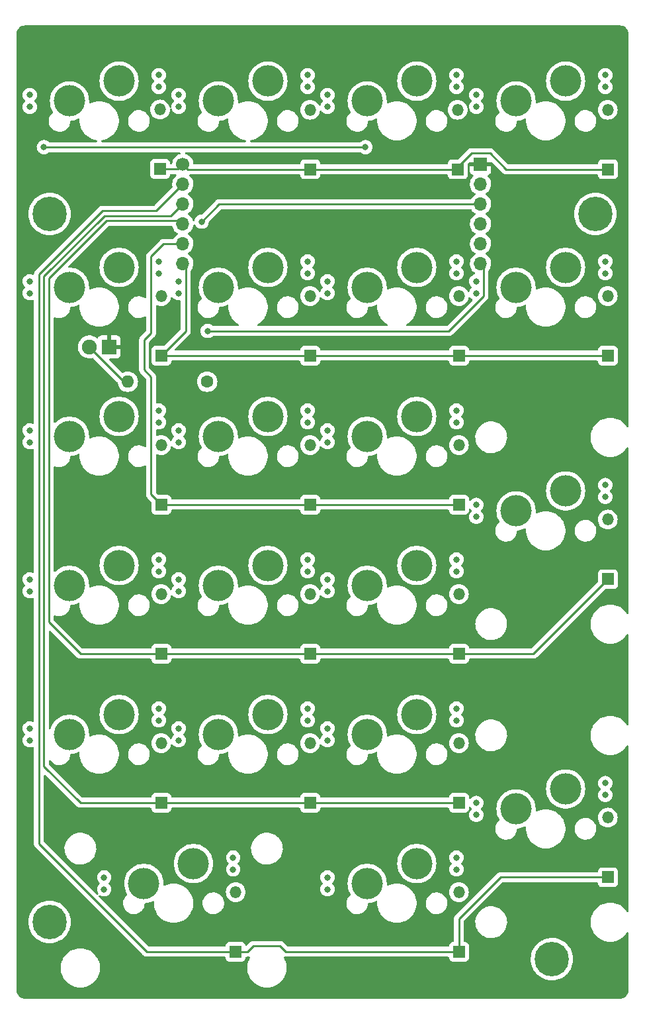
<source format=gbr>
%TF.GenerationSoftware,KiCad,Pcbnew,(6.0.2)*%
%TF.CreationDate,2022-02-20T20:59:59-05:00*%
%TF.ProjectId,Numpad,4e756d70-6164-42e6-9b69-6361645f7063,rev?*%
%TF.SameCoordinates,Original*%
%TF.FileFunction,Copper,L1,Top*%
%TF.FilePolarity,Positive*%
%FSLAX46Y46*%
G04 Gerber Fmt 4.6, Leading zero omitted, Abs format (unit mm)*
G04 Created by KiCad (PCBNEW (6.0.2)) date 2022-02-20 20:59:59*
%MOMM*%
%LPD*%
G01*
G04 APERTURE LIST*
%TA.AperFunction,ComponentPad*%
%ADD10C,0.800000*%
%TD*%
%TA.AperFunction,ComponentPad*%
%ADD11C,4.000000*%
%TD*%
%TA.AperFunction,ComponentPad*%
%ADD12C,1.905000*%
%TD*%
%TA.AperFunction,ComponentPad*%
%ADD13R,1.905000X1.905000*%
%TD*%
%TA.AperFunction,ComponentPad*%
%ADD14C,4.400000*%
%TD*%
%TA.AperFunction,ComponentPad*%
%ADD15R,1.700000X1.700000*%
%TD*%
%TA.AperFunction,ComponentPad*%
%ADD16O,1.700000X1.700000*%
%TD*%
%TA.AperFunction,ComponentPad*%
%ADD17C,1.600000*%
%TD*%
%TA.AperFunction,ComponentPad*%
%ADD18O,1.600000X1.600000*%
%TD*%
%TA.AperFunction,ComponentPad*%
%ADD19R,1.500000X1.500000*%
%TD*%
%TA.AperFunction,ComponentPad*%
%ADD20O,1.500000X1.500000*%
%TD*%
%TA.AperFunction,ComponentPad*%
%ADD21C,1.700000*%
%TD*%
%TA.AperFunction,ViaPad*%
%ADD22C,0.800000*%
%TD*%
%TA.AperFunction,Conductor*%
%ADD23C,0.254000*%
%TD*%
G04 APERTURE END LIST*
D10*
%TO.P,MX1,1,COL*%
%TO.N,COL0*%
X177641250Y-47434500D03*
X177641250Y-45910500D03*
D11*
X182721250Y-46672500D03*
%TO.P,MX1,2,ROW*%
%TO.N,Net-(D1-Pad2)*%
X189071250Y-44132500D03*
D10*
X194151250Y-44894500D03*
X194151250Y-43370500D03*
%TD*%
%TO.P,MX2,1,COL*%
%TO.N,COL1*%
X196691250Y-47434500D03*
X196691250Y-45910500D03*
D11*
X201771250Y-46672500D03*
D10*
%TO.P,MX2,2,ROW*%
%TO.N,Net-(D2-Pad2)*%
X213201250Y-43370500D03*
X213201250Y-44894500D03*
D11*
X208121250Y-44132500D03*
%TD*%
D10*
%TO.P,MX7,1,COL*%
%TO.N,COL2*%
X215741250Y-69723000D03*
X215741250Y-71247000D03*
D11*
X220821250Y-70485000D03*
D10*
%TO.P,MX7,2,ROW*%
%TO.N,Net-(D7-Pad2)*%
X232251250Y-67183000D03*
D11*
X227171250Y-67945000D03*
D10*
X232251250Y-68707000D03*
%TD*%
D11*
%TO.P,MX4,1,COL*%
%TO.N,COL3*%
X239871250Y-46672500D03*
D10*
X234791250Y-45910500D03*
X234791250Y-47434500D03*
%TO.P,MX4,2,ROW*%
%TO.N,Net-(D4-Pad2)*%
X251301250Y-43370500D03*
D11*
X246221250Y-44132500D03*
D10*
X251301250Y-44894500D03*
%TD*%
%TO.P,MX10,1,COL*%
%TO.N,COL1*%
X196691250Y-90297000D03*
X196691250Y-88773000D03*
D11*
X201771250Y-89535000D03*
D10*
%TO.P,MX10,2,ROW*%
%TO.N,Net-(D10-Pad2)*%
X213201250Y-87757000D03*
D11*
X208121250Y-86995000D03*
D10*
X213201250Y-86233000D03*
%TD*%
D11*
%TO.P,MX18,1,COL*%
%TO.N,COL2*%
X220821250Y-127635000D03*
D10*
X215741250Y-126873000D03*
X215741250Y-128397000D03*
%TO.P,MX18,2,ROW*%
%TO.N,Net-(D18-Pad2)*%
X232251250Y-125857000D03*
X232251250Y-124333000D03*
D11*
X227171250Y-125095000D03*
%TD*%
%TO.P,MX3,1,COL*%
%TO.N,COL2*%
X220821250Y-46672500D03*
D10*
X215741250Y-47434500D03*
X215741250Y-45910500D03*
D11*
%TO.P,MX3,2,ROW*%
%TO.N,Net-(D3-Pad2)*%
X227171250Y-44132500D03*
D10*
X232251250Y-44894500D03*
X232251250Y-43370500D03*
%TD*%
%TO.P,MX8,1,COL*%
%TO.N,COL3*%
X234791250Y-71247000D03*
D11*
X239871250Y-70485000D03*
D10*
X234791250Y-69723000D03*
D11*
%TO.P,MX8,2,ROW*%
%TO.N,Net-(D8-Pad2)*%
X246221250Y-67945000D03*
D10*
X251301250Y-67183000D03*
X251301250Y-68707000D03*
%TD*%
%TO.P,MX6,1,COL*%
%TO.N,COL1*%
X196691250Y-71247000D03*
D11*
X201771250Y-70485000D03*
D10*
X196691250Y-69723000D03*
D11*
%TO.P,MX6,2,ROW*%
%TO.N,Net-(D6-Pad2)*%
X208121250Y-67945000D03*
D10*
X213201250Y-68707000D03*
X213201250Y-67183000D03*
%TD*%
%TO.P,MX19,1,COL*%
%TO.N,COL0*%
X187166250Y-145923000D03*
D11*
X192246250Y-146685000D03*
D10*
X187166250Y-147447000D03*
%TO.P,MX19,2,ROW*%
%TO.N,Net-(D19-Pad2)*%
X203676250Y-144907000D03*
D11*
X198596250Y-144145000D03*
D10*
X203676250Y-143383000D03*
%TD*%
D11*
%TO.P,MX20,1,COL*%
%TO.N,COL2*%
X220821250Y-146685000D03*
D10*
X215741250Y-145923000D03*
X215741250Y-147447000D03*
%TO.P,MX20,2,ROW*%
%TO.N,Net-(D20-Pad2)*%
X232251250Y-143383000D03*
X232251250Y-144907000D03*
D11*
X227171250Y-144145000D03*
%TD*%
%TO.P,MX21,1,COL*%
%TO.N,COL3*%
X239871250Y-137160000D03*
D10*
X234791250Y-137922000D03*
X234791250Y-136398000D03*
D11*
%TO.P,MX21,2,ROW*%
%TO.N,Net-(D21-Pad2)*%
X246221250Y-134620000D03*
D10*
X251301250Y-135382000D03*
X251301250Y-133858000D03*
%TD*%
%TO.P,MX11,1,COL*%
%TO.N,COL2*%
X215741250Y-88773000D03*
X215741250Y-90297000D03*
D11*
X220821250Y-89535000D03*
%TO.P,MX11,2,ROW*%
%TO.N,Net-(D11-Pad2)*%
X227171250Y-86995000D03*
D10*
X232251250Y-86233000D03*
X232251250Y-87757000D03*
%TD*%
%TO.P,MX5,1,COL*%
%TO.N,COL0*%
X177641250Y-71247000D03*
X177641250Y-69723000D03*
D11*
X182721250Y-70485000D03*
%TO.P,MX5,2,ROW*%
%TO.N,Net-(D5-Pad2)*%
X189071250Y-67945000D03*
D10*
X194151250Y-68707000D03*
X194151250Y-67183000D03*
D12*
%TO.P,MX5,3,LED*%
%TO.N,LED*%
X185261250Y-78105000D03*
D13*
%TO.P,MX5,4,LEDGND*%
%TO.N,GND*%
X187801250Y-78105000D03*
%TD*%
D10*
%TO.P,MX12,1,COL*%
%TO.N,COL0*%
X177641250Y-107823000D03*
D11*
X182721250Y-108585000D03*
D10*
X177641250Y-109347000D03*
%TO.P,MX12,2,ROW*%
%TO.N,Net-(D12-Pad2)*%
X194151250Y-105283000D03*
X194151250Y-106807000D03*
D11*
X189071250Y-106045000D03*
%TD*%
D10*
%TO.P,MX17,1,COL*%
%TO.N,COL1*%
X196691250Y-128397000D03*
X196691250Y-126873000D03*
D11*
X201771250Y-127635000D03*
%TO.P,MX17,2,ROW*%
%TO.N,Net-(D17-Pad2)*%
X208121250Y-125095000D03*
D10*
X213201250Y-124333000D03*
X213201250Y-125857000D03*
%TD*%
%TO.P,MX13,1,COL*%
%TO.N,COL1*%
X196691250Y-109347000D03*
D11*
X201771250Y-108585000D03*
D10*
X196691250Y-107823000D03*
%TO.P,MX13,2,ROW*%
%TO.N,Net-(D13-Pad2)*%
X213201250Y-106807000D03*
D11*
X208121250Y-106045000D03*
D10*
X213201250Y-105283000D03*
%TD*%
%TO.P,MX14,1,COL*%
%TO.N,COL2*%
X215741250Y-109347000D03*
X215741250Y-107823000D03*
D11*
X220821250Y-108585000D03*
%TO.P,MX14,2,ROW*%
%TO.N,Net-(D14-Pad2)*%
X227171250Y-106045000D03*
D10*
X232251250Y-106807000D03*
X232251250Y-105283000D03*
%TD*%
%TO.P,MX15,1,COL*%
%TO.N,COL3*%
X234791250Y-99822000D03*
X234791250Y-98298000D03*
D11*
X239871250Y-99060000D03*
%TO.P,MX15,2,ROW*%
%TO.N,Net-(D15-Pad2)*%
X246221250Y-96520000D03*
D10*
X251301250Y-97282000D03*
X251301250Y-95758000D03*
%TD*%
%TO.P,MX16,1,COL*%
%TO.N,COL0*%
X177641250Y-128397000D03*
X177641250Y-126873000D03*
D11*
X182721250Y-127635000D03*
D10*
%TO.P,MX16,2,ROW*%
%TO.N,Net-(D16-Pad2)*%
X194151250Y-125857000D03*
X194151250Y-124333000D03*
D11*
X189071250Y-125095000D03*
%TD*%
D10*
%TO.P,MX9,1,COL*%
%TO.N,COL0*%
X177641250Y-90297000D03*
X177641250Y-88773000D03*
D11*
X182721250Y-89535000D03*
D10*
%TO.P,MX9,2,ROW*%
%TO.N,Net-(D9-Pad2)*%
X194151250Y-87757000D03*
X194151250Y-86233000D03*
D11*
X189071250Y-86995000D03*
%TD*%
D14*
%TO.P,H1,1*%
%TO.N,N/C*%
X180181250Y-61118750D03*
%TD*%
D15*
%TO.P,J1,1,Pin_1*%
%TO.N,GND*%
X235331000Y-54768750D03*
D16*
%TO.P,J1,2,Pin_2*%
%TO.N,COL0*%
X235331000Y-57308750D03*
%TO.P,J1,3,Pin_3*%
%TO.N,COL1*%
X235331000Y-59848750D03*
%TO.P,J1,4,Pin_4*%
%TO.N,COL2*%
X235331000Y-62388750D03*
%TO.P,J1,5,Pin_5*%
%TO.N,COL3*%
X235331000Y-64928750D03*
%TO.P,J1,6,Pin_6*%
%TO.N,Net-(J1-Pad6)*%
X235331000Y-67468750D03*
%TD*%
D17*
%TO.P,R1,1*%
%TO.N,Net-(J1-Pad6)*%
X200342500Y-82550000D03*
D18*
%TO.P,R1,2*%
%TO.N,LED*%
X190182500Y-82550000D03*
%TD*%
D19*
%TO.P,D16,1,K*%
%TO.N,ROW4*%
X194468750Y-136371250D03*
D20*
%TO.P,D16,2,A*%
%TO.N,Net-(D16-Pad2)*%
X194468750Y-128751250D03*
%TD*%
D19*
%TO.P,D13,1,K*%
%TO.N,ROW3*%
X213518750Y-117321250D03*
D20*
%TO.P,D13,2,A*%
%TO.N,Net-(D13-Pad2)*%
X213518750Y-109701250D03*
%TD*%
D19*
%TO.P,D8,1,K*%
%TO.N,ROW1*%
X251618750Y-79221250D03*
D20*
%TO.P,D8,2,A*%
%TO.N,Net-(D8-Pad2)*%
X251618750Y-71601250D03*
%TD*%
D14*
%TO.P,H4,1*%
%TO.N,N/C*%
X244475000Y-156368750D03*
%TD*%
D19*
%TO.P,D18,1,K*%
%TO.N,ROW4*%
X232568750Y-136371250D03*
D20*
%TO.P,D18,2,A*%
%TO.N,Net-(D18-Pad2)*%
X232568750Y-128751250D03*
%TD*%
D19*
%TO.P,D17,1,K*%
%TO.N,ROW4*%
X213518750Y-136371250D03*
D20*
%TO.P,D17,2,A*%
%TO.N,Net-(D17-Pad2)*%
X213518750Y-128751250D03*
%TD*%
D19*
%TO.P,D10,1,K*%
%TO.N,ROW2*%
X213518750Y-98271250D03*
D20*
%TO.P,D10,2,A*%
%TO.N,Net-(D10-Pad2)*%
X213518750Y-90651250D03*
%TD*%
D19*
%TO.P,D5,1,K*%
%TO.N,ROW1*%
X194468750Y-79221250D03*
D20*
%TO.P,D5,2,A*%
%TO.N,Net-(D5-Pad2)*%
X194468750Y-71601250D03*
%TD*%
D19*
%TO.P,D2,1,K*%
%TO.N,ROW0*%
X213518750Y-55408750D03*
D20*
%TO.P,D2,2,A*%
%TO.N,Net-(D2-Pad2)*%
X213518750Y-47788750D03*
%TD*%
D19*
%TO.P,D3,1,K*%
%TO.N,ROW0*%
X232410000Y-55408750D03*
D20*
%TO.P,D3,2,A*%
%TO.N,Net-(D3-Pad2)*%
X232410000Y-47788750D03*
%TD*%
D19*
%TO.P,D11,1,K*%
%TO.N,ROW2*%
X232568750Y-98271250D03*
D20*
%TO.P,D11,2,A*%
%TO.N,Net-(D11-Pad2)*%
X232568750Y-90651250D03*
%TD*%
D19*
%TO.P,D15,1,K*%
%TO.N,ROW3*%
X251618750Y-107796250D03*
D20*
%TO.P,D15,2,A*%
%TO.N,Net-(D15-Pad2)*%
X251618750Y-100176250D03*
%TD*%
D19*
%TO.P,D4,1,K*%
%TO.N,ROW0*%
X251618750Y-55408750D03*
D20*
%TO.P,D4,2,A*%
%TO.N,Net-(D4-Pad2)*%
X251618750Y-47788750D03*
%TD*%
D19*
%TO.P,D19,1,K*%
%TO.N,ROW5*%
X203993750Y-155421250D03*
D20*
%TO.P,D19,2,A*%
%TO.N,Net-(D19-Pad2)*%
X203993750Y-147801250D03*
%TD*%
D19*
%TO.P,D21,1,K*%
%TO.N,ROW5*%
X251618750Y-145896250D03*
D20*
%TO.P,D21,2,A*%
%TO.N,Net-(D21-Pad2)*%
X251618750Y-138276250D03*
%TD*%
D19*
%TO.P,D6,1,K*%
%TO.N,ROW1*%
X213518750Y-79221250D03*
D20*
%TO.P,D6,2,A*%
%TO.N,Net-(D6-Pad2)*%
X213518750Y-71601250D03*
%TD*%
D19*
%TO.P,D20,1,K*%
%TO.N,ROW5*%
X232568750Y-155421250D03*
D20*
%TO.P,D20,2,A*%
%TO.N,Net-(D20-Pad2)*%
X232568750Y-147801250D03*
%TD*%
D14*
%TO.P,H3,1*%
%TO.N,N/C*%
X180181250Y-151606250D03*
%TD*%
D21*
%TO.P,J2,1,Pin_1*%
%TO.N,ROW0*%
X197231000Y-54768750D03*
D16*
%TO.P,J2,2,Pin_2*%
%TO.N,ROW5*%
X197231000Y-57308750D03*
%TO.P,J2,3,Pin_3*%
%TO.N,ROW4*%
X197231000Y-59848750D03*
%TO.P,J2,4,Pin_4*%
%TO.N,ROW3*%
X197231000Y-62388750D03*
%TO.P,J2,5,Pin_5*%
%TO.N,ROW2*%
X197231000Y-64928750D03*
%TO.P,J2,6,Pin_6*%
%TO.N,ROW1*%
X197231000Y-67468750D03*
%TD*%
D19*
%TO.P,D12,1,K*%
%TO.N,ROW3*%
X194468750Y-117321250D03*
D20*
%TO.P,D12,2,A*%
%TO.N,Net-(D12-Pad2)*%
X194468750Y-109701250D03*
%TD*%
D19*
%TO.P,D1,1,K*%
%TO.N,ROW0*%
X194310000Y-55377000D03*
D20*
%TO.P,D1,2,A*%
%TO.N,Net-(D1-Pad2)*%
X194310000Y-47757000D03*
%TD*%
D14*
%TO.P,H2,1*%
%TO.N,N/C*%
X250031250Y-61118750D03*
%TD*%
D19*
%TO.P,D9,1,K*%
%TO.N,ROW2*%
X194468750Y-98271250D03*
D20*
%TO.P,D9,2,A*%
%TO.N,Net-(D9-Pad2)*%
X194468750Y-90651250D03*
%TD*%
D19*
%TO.P,D14,1,K*%
%TO.N,ROW3*%
X232568750Y-117321250D03*
D20*
%TO.P,D14,2,A*%
%TO.N,Net-(D14-Pad2)*%
X232568750Y-109701250D03*
%TD*%
D19*
%TO.P,D7,1,K*%
%TO.N,ROW1*%
X232568750Y-79221250D03*
D20*
%TO.P,D7,2,A*%
%TO.N,Net-(D7-Pad2)*%
X232568750Y-71601250D03*
%TD*%
D22*
%TO.N,COL0*%
X179446250Y-52573250D03*
X220599000Y-52578000D03*
%TO.N,COL1*%
X199644000Y-62103000D03*
%TO.N,GND*%
X249243750Y-75337500D03*
X249243750Y-82337500D03*
X207243750Y-82337500D03*
X214243750Y-61337500D03*
X242243750Y-89337500D03*
X207243750Y-96337500D03*
X242243750Y-124337500D03*
X228243750Y-61337500D03*
X235243750Y-124337500D03*
X242243750Y-131337500D03*
X186243750Y-82337500D03*
X228243750Y-138337500D03*
X221243750Y-124337500D03*
X228243750Y-40337500D03*
X214243750Y-138337500D03*
X235243750Y-103337500D03*
X242243750Y-152337500D03*
X228243750Y-82337500D03*
X221243750Y-103337500D03*
X235243750Y-75337500D03*
X249243750Y-131337500D03*
X207243750Y-138337500D03*
X249243750Y-40337500D03*
X186243750Y-40337500D03*
X207243750Y-145337500D03*
X179243750Y-145337500D03*
X228243750Y-54337500D03*
X179243750Y-159337500D03*
X242243750Y-54337500D03*
X249243750Y-117337500D03*
X249243750Y-124337500D03*
X235243750Y-40337500D03*
X200243750Y-40337500D03*
X214243750Y-131337500D03*
X200243750Y-138337500D03*
X193243750Y-138337500D03*
X193243750Y-159337500D03*
X200243750Y-152337500D03*
X200243750Y-124337500D03*
X214243750Y-96337500D03*
X214243750Y-103337500D03*
X207243750Y-54337500D03*
X186243750Y-54337500D03*
X221243750Y-82337500D03*
X193243750Y-40337500D03*
X242243750Y-110337500D03*
X228243750Y-47337500D03*
X242243750Y-40337500D03*
X200243750Y-103337500D03*
X207243750Y-152337500D03*
X228243750Y-96337500D03*
X214243750Y-40337500D03*
X193243750Y-103337500D03*
X249243750Y-159337500D03*
X221243750Y-138337500D03*
X214243750Y-82337500D03*
X179243750Y-40337500D03*
X221243750Y-152337500D03*
X235243750Y-82337500D03*
X186243750Y-152337500D03*
X193243750Y-152337500D03*
X228243750Y-159337500D03*
X228243750Y-152337500D03*
X200243750Y-159337500D03*
X249243750Y-54337500D03*
X200243750Y-96337500D03*
X235243750Y-131337500D03*
X207243750Y-40337500D03*
X221243750Y-96337500D03*
X242243750Y-82337500D03*
X214243750Y-152337500D03*
X235243750Y-96337500D03*
X242243750Y-61337500D03*
X235243750Y-159337500D03*
X221243750Y-159337500D03*
X186243750Y-103337500D03*
X242243750Y-96337500D03*
X221243750Y-40337500D03*
X214243750Y-145337500D03*
X186243750Y-96337500D03*
X235243750Y-145337500D03*
X214243750Y-159337500D03*
X235243750Y-110337500D03*
%TO.N,Net-(J1-Pad6)*%
X200406000Y-76073000D03*
%TD*%
D23*
%TO.N,ROW0*%
X238606250Y-55408750D02*
X251618750Y-55408750D01*
X196622750Y-55377000D02*
X197231000Y-54768750D01*
X197871000Y-55408750D02*
X197231000Y-54768750D01*
X232410000Y-55118000D02*
X234188000Y-53340000D01*
X213518750Y-55408750D02*
X232568750Y-55408750D01*
X213518750Y-55408750D02*
X197871000Y-55408750D01*
X236537500Y-53340000D02*
X238606250Y-55408750D01*
X234188000Y-53340000D02*
X236537500Y-53340000D01*
X194310000Y-55377000D02*
X196622750Y-55377000D01*
X232410000Y-55408750D02*
X232410000Y-55118000D01*
%TO.N,ROW1*%
X194468750Y-79221250D02*
X251618750Y-79221250D01*
X194468750Y-79221250D02*
X197612000Y-76078000D01*
X197612000Y-76078000D02*
X197612000Y-67849750D01*
X197612000Y-67849750D02*
X197231000Y-67468750D01*
%TO.N,ROW2*%
X197231000Y-64928750D02*
X194786250Y-64928750D01*
X194786250Y-64928750D02*
X193167000Y-66548000D01*
X192278000Y-81026000D02*
X193167000Y-81915000D01*
X193167000Y-66548000D02*
X193167000Y-76327000D01*
X194468750Y-98271250D02*
X232568750Y-98271250D01*
X192278000Y-77216000D02*
X192278000Y-81026000D01*
X193167000Y-76327000D02*
X192278000Y-77216000D01*
X193167000Y-81915000D02*
X193167000Y-96969500D01*
X193167000Y-96969500D02*
X194468750Y-98271250D01*
%TO.N,ROW3*%
X180086000Y-113284000D02*
X184123250Y-117321250D01*
X184123250Y-117321250D02*
X194468750Y-117321250D01*
X187452000Y-61976000D02*
X180086000Y-69342000D01*
X197231000Y-62388750D02*
X196818250Y-61976000D01*
X180086000Y-69342000D02*
X180086000Y-113284000D01*
X194468750Y-117321250D02*
X242093750Y-117321250D01*
X196818250Y-61976000D02*
X187452000Y-61976000D01*
X242093750Y-117321250D02*
X251618750Y-107796250D01*
%TO.N,ROW4*%
X184123250Y-136371250D02*
X179451000Y-131699000D01*
X195675250Y-61341000D02*
X197199250Y-59817000D01*
X194468750Y-136371250D02*
X232568750Y-136371250D01*
X187198000Y-61341000D02*
X195675250Y-61341000D01*
X179451000Y-69088000D02*
X187198000Y-61341000D01*
X194468750Y-136371250D02*
X184123250Y-136371250D01*
X179451000Y-131699000D02*
X179451000Y-69088000D01*
%TO.N,ROW5*%
X192632250Y-155421250D02*
X203993750Y-155421250D01*
X193833750Y-60706000D02*
X186944000Y-60706000D01*
X197231000Y-57308750D02*
X193833750Y-60706000D01*
X205536648Y-155421250D02*
X206271898Y-154686000D01*
X186944000Y-60706000D02*
X178816000Y-68834000D01*
X203993750Y-155421250D02*
X205536648Y-155421250D01*
X178816000Y-68834000D02*
X178816000Y-141605000D01*
X237897750Y-145896250D02*
X251618750Y-145896250D01*
X232568750Y-155421250D02*
X232568750Y-151225250D01*
X232568750Y-151225250D02*
X237897750Y-145896250D01*
X209677000Y-154686000D02*
X210412250Y-155421250D01*
X178816000Y-141605000D02*
X192632250Y-155421250D01*
X210412250Y-155421250D02*
X232568750Y-155421250D01*
X206271898Y-154686000D02*
X209677000Y-154686000D01*
%TO.N,COL0*%
X179451000Y-52578000D02*
X179446250Y-52573250D01*
X179451000Y-52578000D02*
X220599000Y-52578000D01*
%TO.N,COL1*%
X201898250Y-59848750D02*
X199644000Y-62103000D01*
X235331000Y-59848750D02*
X201898250Y-59848750D01*
%TO.N,LED*%
X189706250Y-82550000D02*
X190182500Y-82550000D01*
X185261250Y-78105000D02*
X189706250Y-82550000D01*
%TO.N,Net-(J1-Pad6)*%
X235331000Y-67468750D02*
X235712000Y-67849750D01*
X235712000Y-67849750D02*
X235712000Y-71628000D01*
X231267000Y-76073000D02*
X200406000Y-76073000D01*
X235712000Y-71628000D02*
X231267000Y-76073000D01*
%TD*%
%TA.AperFunction,Conductor*%
%TO.N,GND*%
G36*
X253176307Y-37022000D02*
G01*
X253191108Y-37024305D01*
X253191111Y-37024305D01*
X253199980Y-37025686D01*
X253212628Y-37024032D01*
X253239942Y-37023448D01*
X253327698Y-37031125D01*
X253382725Y-37035940D01*
X253404346Y-37039752D01*
X253564815Y-37082750D01*
X253585452Y-37090261D01*
X253736010Y-37160468D01*
X253755030Y-37171450D01*
X253891112Y-37266735D01*
X253907937Y-37280853D01*
X254025397Y-37398313D01*
X254039515Y-37415138D01*
X254134800Y-37551220D01*
X254145782Y-37570240D01*
X254215989Y-37720798D01*
X254223500Y-37741435D01*
X254266498Y-37901904D01*
X254270311Y-37923528D01*
X254282199Y-38059419D01*
X254281646Y-38075879D01*
X254282055Y-38075884D01*
X254281945Y-38084858D01*
X254280564Y-38093730D01*
X254281728Y-38102632D01*
X254281728Y-38102635D01*
X254284686Y-38125251D01*
X254285750Y-38141589D01*
X254285750Y-88251588D01*
X254265748Y-88319709D01*
X254212092Y-88366202D01*
X254141818Y-88376306D01*
X254077238Y-88346812D01*
X254054036Y-88319882D01*
X254053274Y-88318496D01*
X254050944Y-88315288D01*
X253870523Y-88066960D01*
X253870522Y-88066958D01*
X253868195Y-88063756D01*
X253652648Y-87834222D01*
X253410032Y-87633513D01*
X253144174Y-87464794D01*
X253140595Y-87463110D01*
X253140588Y-87463106D01*
X252862856Y-87332416D01*
X252862852Y-87332414D01*
X252859266Y-87330727D01*
X252559802Y-87233425D01*
X252250504Y-87174423D01*
X252156950Y-87168537D01*
X252016892Y-87159725D01*
X252016876Y-87159724D01*
X252014897Y-87159600D01*
X251857603Y-87159600D01*
X251855624Y-87159724D01*
X251855608Y-87159725D01*
X251715550Y-87168537D01*
X251621996Y-87174423D01*
X251312698Y-87233425D01*
X251013234Y-87330727D01*
X251009648Y-87332414D01*
X251009644Y-87332416D01*
X250731912Y-87463106D01*
X250731905Y-87463110D01*
X250728326Y-87464794D01*
X250462468Y-87633513D01*
X250219852Y-87834222D01*
X250004305Y-88063756D01*
X249819226Y-88318496D01*
X249817319Y-88321965D01*
X249817317Y-88321968D01*
X249673774Y-88583072D01*
X249667534Y-88594423D01*
X249551620Y-88887187D01*
X249473314Y-89192170D01*
X249433850Y-89504562D01*
X249433850Y-89819438D01*
X249473314Y-90131830D01*
X249551620Y-90436813D01*
X249667534Y-90729577D01*
X249669436Y-90733036D01*
X249669437Y-90733039D01*
X249808404Y-90985818D01*
X249819226Y-91005504D01*
X249924918Y-91150977D01*
X249998945Y-91252866D01*
X250004305Y-91260244D01*
X250219852Y-91489778D01*
X250462468Y-91690487D01*
X250728326Y-91859206D01*
X250731905Y-91860890D01*
X250731912Y-91860894D01*
X251009644Y-91991584D01*
X251009648Y-91991586D01*
X251013234Y-91993273D01*
X251017006Y-91994499D01*
X251017007Y-91994499D01*
X251047202Y-92004310D01*
X251312698Y-92090575D01*
X251621996Y-92149577D01*
X251715550Y-92155463D01*
X251855608Y-92164275D01*
X251855624Y-92164276D01*
X251857603Y-92164400D01*
X252014897Y-92164400D01*
X252016876Y-92164276D01*
X252016892Y-92164275D01*
X252156950Y-92155463D01*
X252250504Y-92149577D01*
X252559802Y-92090575D01*
X252825298Y-92004310D01*
X252855493Y-91994499D01*
X252855494Y-91994499D01*
X252859266Y-91993273D01*
X252862852Y-91991586D01*
X252862856Y-91991584D01*
X253140588Y-91860894D01*
X253140595Y-91860890D01*
X253144174Y-91859206D01*
X253410032Y-91690487D01*
X253652648Y-91489778D01*
X253868195Y-91260244D01*
X253870625Y-91256900D01*
X254050953Y-91008699D01*
X254050955Y-91008696D01*
X254053274Y-91005504D01*
X254053835Y-91004484D01*
X254106760Y-90958096D01*
X254176976Y-90947595D01*
X254241723Y-90976722D01*
X254280443Y-91036231D01*
X254285750Y-91072412D01*
X254285750Y-112127588D01*
X254265748Y-112195709D01*
X254212092Y-112242202D01*
X254141818Y-112252306D01*
X254077238Y-112222812D01*
X254054036Y-112195882D01*
X254053274Y-112194496D01*
X254050944Y-112191288D01*
X253870523Y-111942960D01*
X253870522Y-111942958D01*
X253868195Y-111939756D01*
X253652648Y-111710222D01*
X253410032Y-111509513D01*
X253144174Y-111340794D01*
X253140595Y-111339110D01*
X253140588Y-111339106D01*
X252862856Y-111208416D01*
X252862852Y-111208414D01*
X252859266Y-111206727D01*
X252559802Y-111109425D01*
X252250504Y-111050423D01*
X252156950Y-111044537D01*
X252016892Y-111035725D01*
X252016876Y-111035724D01*
X252014897Y-111035600D01*
X251857603Y-111035600D01*
X251855624Y-111035724D01*
X251855608Y-111035725D01*
X251715550Y-111044537D01*
X251621996Y-111050423D01*
X251312698Y-111109425D01*
X251013234Y-111206727D01*
X251009648Y-111208414D01*
X251009644Y-111208416D01*
X250731912Y-111339106D01*
X250731905Y-111339110D01*
X250728326Y-111340794D01*
X250462468Y-111509513D01*
X250219852Y-111710222D01*
X250004305Y-111939756D01*
X250001978Y-111942958D01*
X250001977Y-111942960D01*
X249978972Y-111974624D01*
X249819226Y-112194496D01*
X249817319Y-112197965D01*
X249817317Y-112197968D01*
X249669437Y-112466961D01*
X249667534Y-112470423D01*
X249551620Y-112763187D01*
X249473314Y-113068170D01*
X249433850Y-113380562D01*
X249433850Y-113695438D01*
X249473314Y-114007830D01*
X249551620Y-114312813D01*
X249667534Y-114605577D01*
X249669436Y-114609036D01*
X249669437Y-114609039D01*
X249770234Y-114792387D01*
X249819226Y-114881504D01*
X250004305Y-115136244D01*
X250219852Y-115365778D01*
X250462468Y-115566487D01*
X250728326Y-115735206D01*
X250731905Y-115736890D01*
X250731912Y-115736894D01*
X251009644Y-115867584D01*
X251009648Y-115867586D01*
X251013234Y-115869273D01*
X251312698Y-115966575D01*
X251621996Y-116025577D01*
X251715550Y-116031463D01*
X251855608Y-116040275D01*
X251855624Y-116040276D01*
X251857603Y-116040400D01*
X252014897Y-116040400D01*
X252016876Y-116040276D01*
X252016892Y-116040275D01*
X252156950Y-116031463D01*
X252250504Y-116025577D01*
X252559802Y-115966575D01*
X252859266Y-115869273D01*
X252862852Y-115867586D01*
X252862856Y-115867584D01*
X253140588Y-115736894D01*
X253140595Y-115736890D01*
X253144174Y-115735206D01*
X253410032Y-115566487D01*
X253652648Y-115365778D01*
X253868195Y-115136244D01*
X254030950Y-114912231D01*
X254050953Y-114884699D01*
X254050955Y-114884696D01*
X254053274Y-114881504D01*
X254053835Y-114880484D01*
X254106760Y-114834096D01*
X254176976Y-114823595D01*
X254241723Y-114852722D01*
X254280443Y-114912231D01*
X254285750Y-114948412D01*
X254285750Y-126351588D01*
X254265748Y-126419709D01*
X254212092Y-126466202D01*
X254141818Y-126476306D01*
X254077238Y-126446812D01*
X254054036Y-126419882D01*
X254053274Y-126418496D01*
X254050944Y-126415288D01*
X253870523Y-126166960D01*
X253870522Y-126166958D01*
X253868195Y-126163756D01*
X253652648Y-125934222D01*
X253410032Y-125733513D01*
X253144174Y-125564794D01*
X253140595Y-125563110D01*
X253140588Y-125563106D01*
X252862856Y-125432416D01*
X252862852Y-125432414D01*
X252859266Y-125430727D01*
X252559802Y-125333425D01*
X252250504Y-125274423D01*
X252156950Y-125268537D01*
X252016892Y-125259725D01*
X252016876Y-125259724D01*
X252014897Y-125259600D01*
X251857603Y-125259600D01*
X251855624Y-125259724D01*
X251855608Y-125259725D01*
X251715550Y-125268537D01*
X251621996Y-125274423D01*
X251312698Y-125333425D01*
X251013234Y-125430727D01*
X251009648Y-125432414D01*
X251009644Y-125432416D01*
X250731912Y-125563106D01*
X250731905Y-125563110D01*
X250728326Y-125564794D01*
X250462468Y-125733513D01*
X250219852Y-125934222D01*
X250004305Y-126163756D01*
X249819226Y-126418496D01*
X249817319Y-126421965D01*
X249817317Y-126421968D01*
X249673774Y-126683072D01*
X249667534Y-126694423D01*
X249551620Y-126987187D01*
X249473314Y-127292170D01*
X249433850Y-127604562D01*
X249433850Y-127919438D01*
X249473314Y-128231830D01*
X249551620Y-128536813D01*
X249667534Y-128829577D01*
X249669436Y-128833036D01*
X249669437Y-128833039D01*
X249808404Y-129085818D01*
X249819226Y-129105504D01*
X249924918Y-129250977D01*
X249998945Y-129352866D01*
X250004305Y-129360244D01*
X250219852Y-129589778D01*
X250462468Y-129790487D01*
X250728326Y-129959206D01*
X250731905Y-129960890D01*
X250731912Y-129960894D01*
X251009644Y-130091584D01*
X251009648Y-130091586D01*
X251013234Y-130093273D01*
X251017006Y-130094499D01*
X251017007Y-130094499D01*
X251047202Y-130104310D01*
X251312698Y-130190575D01*
X251621996Y-130249577D01*
X251715550Y-130255463D01*
X251855608Y-130264275D01*
X251855624Y-130264276D01*
X251857603Y-130264400D01*
X252014897Y-130264400D01*
X252016876Y-130264276D01*
X252016892Y-130264275D01*
X252156950Y-130255463D01*
X252250504Y-130249577D01*
X252559802Y-130190575D01*
X252825298Y-130104310D01*
X252855493Y-130094499D01*
X252855494Y-130094499D01*
X252859266Y-130093273D01*
X252862852Y-130091586D01*
X252862856Y-130091584D01*
X253140588Y-129960894D01*
X253140595Y-129960890D01*
X253144174Y-129959206D01*
X253410032Y-129790487D01*
X253652648Y-129589778D01*
X253868195Y-129360244D01*
X253870625Y-129356900D01*
X254050953Y-129108699D01*
X254050955Y-129108696D01*
X254053274Y-129105504D01*
X254053835Y-129104484D01*
X254106760Y-129058096D01*
X254176976Y-129047595D01*
X254241723Y-129076722D01*
X254280443Y-129136231D01*
X254285750Y-129172412D01*
X254285750Y-150227588D01*
X254265748Y-150295709D01*
X254212092Y-150342202D01*
X254141818Y-150352306D01*
X254077238Y-150322812D01*
X254054036Y-150295882D01*
X254053274Y-150294496D01*
X254050944Y-150291288D01*
X253870523Y-150042960D01*
X253870522Y-150042958D01*
X253868195Y-150039756D01*
X253652648Y-149810222D01*
X253410032Y-149609513D01*
X253144174Y-149440794D01*
X253140595Y-149439110D01*
X253140588Y-149439106D01*
X252862856Y-149308416D01*
X252862852Y-149308414D01*
X252859266Y-149306727D01*
X252559802Y-149209425D01*
X252250504Y-149150423D01*
X252156950Y-149144537D01*
X252016892Y-149135725D01*
X252016876Y-149135724D01*
X252014897Y-149135600D01*
X251857603Y-149135600D01*
X251855624Y-149135724D01*
X251855608Y-149135725D01*
X251715550Y-149144537D01*
X251621996Y-149150423D01*
X251312698Y-149209425D01*
X251013234Y-149306727D01*
X251009648Y-149308414D01*
X251009644Y-149308416D01*
X250731912Y-149439106D01*
X250731905Y-149439110D01*
X250728326Y-149440794D01*
X250462468Y-149609513D01*
X250219852Y-149810222D01*
X250004305Y-150039756D01*
X250001978Y-150042958D01*
X250001977Y-150042960D01*
X249997421Y-150049231D01*
X249819226Y-150294496D01*
X249817319Y-150297965D01*
X249817317Y-150297968D01*
X249669437Y-150566961D01*
X249667534Y-150570423D01*
X249551620Y-150863187D01*
X249473314Y-151168170D01*
X249433850Y-151480562D01*
X249433850Y-151795438D01*
X249473314Y-152107830D01*
X249551620Y-152412813D01*
X249667534Y-152705577D01*
X249669436Y-152709036D01*
X249669437Y-152709039D01*
X249783588Y-152916678D01*
X249819226Y-152981504D01*
X249917229Y-153116394D01*
X249972597Y-153192601D01*
X250004305Y-153236244D01*
X250219852Y-153465778D01*
X250462468Y-153666487D01*
X250728326Y-153835206D01*
X250731905Y-153836890D01*
X250731912Y-153836894D01*
X251009644Y-153967584D01*
X251009648Y-153967586D01*
X251013234Y-153969273D01*
X251312698Y-154066575D01*
X251621996Y-154125577D01*
X251715550Y-154131463D01*
X251855608Y-154140275D01*
X251855624Y-154140276D01*
X251857603Y-154140400D01*
X252014897Y-154140400D01*
X252016876Y-154140276D01*
X252016892Y-154140275D01*
X252156950Y-154131463D01*
X252250504Y-154125577D01*
X252559802Y-154066575D01*
X252859266Y-153969273D01*
X252862852Y-153967586D01*
X252862856Y-153967584D01*
X253140588Y-153836894D01*
X253140595Y-153836890D01*
X253144174Y-153835206D01*
X253410032Y-153666487D01*
X253652648Y-153465778D01*
X253868195Y-153236244D01*
X253897631Y-153195729D01*
X254050953Y-152984699D01*
X254050955Y-152984696D01*
X254053274Y-152981504D01*
X254053835Y-152980484D01*
X254106760Y-152934096D01*
X254176976Y-152923595D01*
X254241723Y-152952722D01*
X254280443Y-153012231D01*
X254285750Y-153048412D01*
X254285750Y-160288172D01*
X254284250Y-160307556D01*
X254280564Y-160331230D01*
X254282218Y-160343875D01*
X254282802Y-160371192D01*
X254270311Y-160513972D01*
X254266498Y-160535596D01*
X254246132Y-160611604D01*
X254223501Y-160696064D01*
X254215989Y-160716702D01*
X254145782Y-160867260D01*
X254134800Y-160886280D01*
X254039515Y-161022362D01*
X254025397Y-161039187D01*
X253907937Y-161156647D01*
X253891112Y-161170765D01*
X253755030Y-161266050D01*
X253736010Y-161277032D01*
X253585452Y-161347239D01*
X253564815Y-161354750D01*
X253404346Y-161397748D01*
X253382725Y-161401560D01*
X253332830Y-161405926D01*
X253246831Y-161413449D01*
X253230371Y-161412896D01*
X253230366Y-161413305D01*
X253221392Y-161413195D01*
X253212520Y-161411814D01*
X253203618Y-161412978D01*
X253203615Y-161412978D01*
X253180999Y-161415936D01*
X253164661Y-161417000D01*
X177055578Y-161417000D01*
X177036193Y-161415500D01*
X177021392Y-161413195D01*
X177021389Y-161413195D01*
X177012520Y-161411814D01*
X176999872Y-161413468D01*
X176972558Y-161414052D01*
X176884802Y-161406375D01*
X176829775Y-161401560D01*
X176808154Y-161397748D01*
X176647685Y-161354750D01*
X176627048Y-161347239D01*
X176476490Y-161277032D01*
X176457470Y-161266050D01*
X176321388Y-161170765D01*
X176304563Y-161156647D01*
X176187103Y-161039187D01*
X176172985Y-161022362D01*
X176077700Y-160886280D01*
X176066718Y-160867260D01*
X175996511Y-160716702D01*
X175988999Y-160696064D01*
X175966368Y-160611604D01*
X175946002Y-160535596D01*
X175942189Y-160513972D01*
X175930596Y-160381454D01*
X175930621Y-160359216D01*
X175931013Y-160354840D01*
X175931821Y-160350039D01*
X175931974Y-160337500D01*
X175928023Y-160309912D01*
X175926750Y-160292049D01*
X175926750Y-157637438D01*
X181615850Y-157637438D01*
X181655314Y-157949830D01*
X181733620Y-158254813D01*
X181849534Y-158547577D01*
X181851436Y-158551036D01*
X181851437Y-158551039D01*
X181892954Y-158626557D01*
X182001226Y-158823504D01*
X182073403Y-158922847D01*
X182177927Y-159066712D01*
X182186305Y-159078244D01*
X182401852Y-159307778D01*
X182644468Y-159508487D01*
X182910326Y-159677206D01*
X182913905Y-159678890D01*
X182913912Y-159678894D01*
X183191644Y-159809584D01*
X183191648Y-159809586D01*
X183195234Y-159811273D01*
X183494698Y-159908575D01*
X183803996Y-159967577D01*
X183897550Y-159973463D01*
X184037608Y-159982275D01*
X184037624Y-159982276D01*
X184039603Y-159982400D01*
X184196897Y-159982400D01*
X184198876Y-159982276D01*
X184198892Y-159982275D01*
X184338950Y-159973463D01*
X184432504Y-159967577D01*
X184741802Y-159908575D01*
X185041266Y-159811273D01*
X185044852Y-159809586D01*
X185044856Y-159809584D01*
X185322588Y-159678894D01*
X185322595Y-159678890D01*
X185326174Y-159677206D01*
X185592032Y-159508487D01*
X185834648Y-159307778D01*
X186050195Y-159078244D01*
X186058574Y-159066712D01*
X186163097Y-158922847D01*
X186235274Y-158823504D01*
X186343547Y-158626557D01*
X186385063Y-158551039D01*
X186385064Y-158551036D01*
X186386966Y-158547577D01*
X186502880Y-158254813D01*
X186581186Y-157949830D01*
X186620650Y-157637438D01*
X186620650Y-157322562D01*
X186581186Y-157010170D01*
X186502880Y-156705187D01*
X186386966Y-156412423D01*
X186349420Y-156344127D01*
X186237183Y-156139968D01*
X186237181Y-156139965D01*
X186235274Y-156136496D01*
X186064459Y-155901389D01*
X186052523Y-155884960D01*
X186052522Y-155884958D01*
X186050195Y-155881756D01*
X185834648Y-155652222D01*
X185592032Y-155451513D01*
X185326174Y-155282794D01*
X185322595Y-155281110D01*
X185322588Y-155281106D01*
X185044856Y-155150416D01*
X185044852Y-155150414D01*
X185041266Y-155148727D01*
X184741802Y-155051425D01*
X184432504Y-154992423D01*
X184338950Y-154986537D01*
X184198892Y-154977725D01*
X184198876Y-154977724D01*
X184196897Y-154977600D01*
X184039603Y-154977600D01*
X184037624Y-154977724D01*
X184037608Y-154977725D01*
X183897550Y-154986537D01*
X183803996Y-154992423D01*
X183494698Y-155051425D01*
X183195234Y-155148727D01*
X183191648Y-155150414D01*
X183191644Y-155150416D01*
X182913912Y-155281106D01*
X182913905Y-155281110D01*
X182910326Y-155282794D01*
X182644468Y-155451513D01*
X182401852Y-155652222D01*
X182186305Y-155881756D01*
X182183978Y-155884958D01*
X182183977Y-155884960D01*
X182172041Y-155901389D01*
X182001226Y-156136496D01*
X181999319Y-156139965D01*
X181999317Y-156139968D01*
X181887080Y-156344127D01*
X181849534Y-156412423D01*
X181733620Y-156705187D01*
X181655314Y-157010170D01*
X181615850Y-157322562D01*
X181615850Y-157637438D01*
X175926750Y-157637438D01*
X175926750Y-151577835D01*
X177467948Y-151577835D01*
X177471719Y-151653575D01*
X177481546Y-151850973D01*
X177484186Y-151904009D01*
X177484827Y-151907740D01*
X177484828Y-151907748D01*
X177523892Y-152135085D01*
X177539491Y-152225869D01*
X177540579Y-152229508D01*
X177540580Y-152229511D01*
X177594257Y-152408992D01*
X177633064Y-152538754D01*
X177634577Y-152542225D01*
X177634579Y-152542231D01*
X177707282Y-152709039D01*
X177763547Y-152838131D01*
X177765470Y-152841402D01*
X177765472Y-152841406D01*
X177807834Y-152913465D01*
X177929052Y-153119664D01*
X177931353Y-153122679D01*
X178124881Y-153376262D01*
X178124886Y-153376267D01*
X178127181Y-153379275D01*
X178189181Y-153442920D01*
X178338827Y-153596535D01*
X178355064Y-153613203D01*
X178485436Y-153718212D01*
X178606446Y-153815681D01*
X178606451Y-153815685D01*
X178609399Y-153818059D01*
X178886503Y-153990877D01*
X179182362Y-154129153D01*
X179288552Y-154163964D01*
X179488694Y-154229574D01*
X179492690Y-154230884D01*
X179812992Y-154294596D01*
X179816764Y-154294883D01*
X179816772Y-154294884D01*
X180134852Y-154319079D01*
X180134857Y-154319079D01*
X180138629Y-154319366D01*
X180464883Y-154304836D01*
X180524675Y-154294884D01*
X180783287Y-154251840D01*
X180783292Y-154251839D01*
X180787028Y-154251217D01*
X181100399Y-154159284D01*
X181103866Y-154157794D01*
X181103870Y-154157793D01*
X181396971Y-154031866D01*
X181396973Y-154031865D01*
X181400455Y-154030369D01*
X181682851Y-153866341D01*
X181943495Y-153669574D01*
X182152283Y-153468302D01*
X182175882Y-153445553D01*
X182175885Y-153445550D01*
X182178613Y-153442920D01*
X182304189Y-153288674D01*
X182382405Y-153192601D01*
X182382408Y-153192597D01*
X182384799Y-153189660D01*
X182473920Y-153048412D01*
X182557038Y-152916678D01*
X182557040Y-152916675D01*
X182559065Y-152913465D01*
X182567502Y-152895658D01*
X182697259Y-152621772D01*
X182698888Y-152618334D01*
X182725438Y-152538754D01*
X182801040Y-152312147D01*
X182801042Y-152312141D01*
X182802242Y-152308543D01*
X182867631Y-151988579D01*
X182874206Y-151907748D01*
X182890007Y-151713475D01*
X182894106Y-151663076D01*
X182894701Y-151606250D01*
X182892760Y-151574046D01*
X182875276Y-151284043D01*
X182875276Y-151284039D01*
X182875048Y-151280265D01*
X182870546Y-151255609D01*
X182817055Y-150962723D01*
X182817054Y-150962719D01*
X182816375Y-150959001D01*
X182810445Y-150939901D01*
X182720654Y-150650727D01*
X182719532Y-150647113D01*
X182585920Y-150349119D01*
X182417476Y-150069334D01*
X182415149Y-150066350D01*
X182415144Y-150066343D01*
X182218976Y-149814808D01*
X182218974Y-149814806D01*
X182216640Y-149811813D01*
X181986320Y-149580284D01*
X181729853Y-149378102D01*
X181450955Y-149208195D01*
X181447511Y-149206629D01*
X181447507Y-149206627D01*
X181291565Y-149135725D01*
X181153664Y-149073025D01*
X180842287Y-148974550D01*
X180616704Y-148932129D01*
X180525059Y-148914895D01*
X180525057Y-148914895D01*
X180521336Y-148914195D01*
X180195458Y-148892836D01*
X180191678Y-148893044D01*
X180191677Y-148893044D01*
X180108331Y-148897631D01*
X179869374Y-148910782D01*
X179865647Y-148911443D01*
X179865643Y-148911443D01*
X179778766Y-148926840D01*
X179547807Y-148967772D01*
X179544191Y-148968874D01*
X179544183Y-148968876D01*
X179241536Y-149061116D01*
X179235417Y-149062981D01*
X178936727Y-149195031D01*
X178827394Y-149260077D01*
X178659324Y-149360067D01*
X178659318Y-149360071D01*
X178656064Y-149362007D01*
X178653062Y-149364323D01*
X178447181Y-149523160D01*
X178397494Y-149561493D01*
X178328948Y-149628971D01*
X178176796Y-149778752D01*
X178164763Y-149790597D01*
X178162399Y-149793564D01*
X178162396Y-149793567D01*
X177995122Y-150003483D01*
X177961241Y-150046001D01*
X177789876Y-150324007D01*
X177788287Y-150327454D01*
X177655440Y-150615624D01*
X177653152Y-150620586D01*
X177651991Y-150624190D01*
X177651991Y-150624191D01*
X177643446Y-150650727D01*
X177553047Y-150931442D01*
X177552329Y-150935153D01*
X177552328Y-150935157D01*
X177491732Y-151248355D01*
X177491731Y-151248364D01*
X177491013Y-151252074D01*
X177490746Y-151255850D01*
X177490745Y-151255855D01*
X177468216Y-151574046D01*
X177467948Y-151577835D01*
X175926750Y-151577835D01*
X175926750Y-128397000D01*
X176727746Y-128397000D01*
X176728436Y-128403565D01*
X176746976Y-128579960D01*
X176747708Y-128586928D01*
X176806723Y-128768556D01*
X176810026Y-128774278D01*
X176810027Y-128774279D01*
X176813752Y-128780731D01*
X176902210Y-128933944D01*
X176906628Y-128938851D01*
X176906629Y-128938852D01*
X176989328Y-129030699D01*
X177029997Y-129075866D01*
X177102280Y-129128383D01*
X177162881Y-129172412D01*
X177184498Y-129188118D01*
X177190526Y-129190802D01*
X177190528Y-129190803D01*
X177352929Y-129263108D01*
X177358962Y-129265794D01*
X177452362Y-129285647D01*
X177539306Y-129304128D01*
X177539311Y-129304128D01*
X177545763Y-129305500D01*
X177736737Y-129305500D01*
X177743189Y-129304128D01*
X177743194Y-129304128D01*
X177830138Y-129285647D01*
X177923538Y-129265794D01*
X177929565Y-129263111D01*
X177929573Y-129263108D01*
X178003252Y-129230304D01*
X178073619Y-129220870D01*
X178137916Y-129250977D01*
X178175729Y-129311066D01*
X178180500Y-129345411D01*
X178180500Y-141525980D01*
X178179970Y-141537214D01*
X178178292Y-141544719D01*
X178178541Y-141552638D01*
X178180438Y-141613012D01*
X178180500Y-141616969D01*
X178180500Y-141644983D01*
X178180996Y-141648908D01*
X178180996Y-141648909D01*
X178181008Y-141649004D01*
X178181941Y-141660849D01*
X178183335Y-141705205D01*
X178185547Y-141712817D01*
X178189013Y-141724748D01*
X178193023Y-141744112D01*
X178193946Y-141751416D01*
X178195573Y-141764299D01*
X178198489Y-141771663D01*
X178198490Y-141771668D01*
X178211907Y-141805556D01*
X178215752Y-141816785D01*
X178228131Y-141859393D01*
X178232169Y-141866220D01*
X178232170Y-141866223D01*
X178238488Y-141876906D01*
X178247188Y-141894664D01*
X178251761Y-141906215D01*
X178251765Y-141906221D01*
X178254681Y-141913588D01*
X178259339Y-141919999D01*
X178259340Y-141920001D01*
X178280764Y-141949488D01*
X178287281Y-141959410D01*
X178305826Y-141990768D01*
X178305829Y-141990772D01*
X178309866Y-141997598D01*
X178324250Y-142011982D01*
X178337091Y-142027016D01*
X178349058Y-142043487D01*
X178355166Y-142048540D01*
X178383255Y-142071777D01*
X178392035Y-142079767D01*
X192127000Y-155814733D01*
X192134576Y-155823059D01*
X192138697Y-155829553D01*
X192144472Y-155834976D01*
X192188515Y-155876335D01*
X192191357Y-155879090D01*
X192211156Y-155898889D01*
X192214287Y-155901318D01*
X192214292Y-155901322D01*
X192214378Y-155901389D01*
X192223403Y-155909097D01*
X192249965Y-155934041D01*
X192249969Y-155934044D01*
X192255744Y-155939467D01*
X192262690Y-155943286D01*
X192262695Y-155943289D01*
X192273578Y-155949272D01*
X192290106Y-155960128D01*
X192299921Y-155967742D01*
X192299924Y-155967744D01*
X192306183Y-155972599D01*
X192313453Y-155975745D01*
X192313458Y-155975748D01*
X192346900Y-155990219D01*
X192357561Y-155995442D01*
X192389497Y-156012999D01*
X192389502Y-156013001D01*
X192396447Y-156016819D01*
X192404121Y-156018789D01*
X192404128Y-156018792D01*
X192416163Y-156021882D01*
X192434868Y-156028286D01*
X192446263Y-156033217D01*
X192453542Y-156036367D01*
X192480592Y-156040651D01*
X192497377Y-156043310D01*
X192508990Y-156045715D01*
X192551968Y-156056750D01*
X192572315Y-156056750D01*
X192592027Y-156058301D01*
X192612129Y-156061485D01*
X192620021Y-156060739D01*
X192656306Y-156057309D01*
X192668164Y-156056750D01*
X202609250Y-156056750D01*
X202677371Y-156076752D01*
X202723864Y-156130408D01*
X202735250Y-156182750D01*
X202735250Y-156219384D01*
X202742005Y-156281566D01*
X202793135Y-156417955D01*
X202880489Y-156534511D01*
X202997045Y-156621865D01*
X203133434Y-156672995D01*
X203195616Y-156679750D01*
X204791884Y-156679750D01*
X204854066Y-156672995D01*
X204990455Y-156621865D01*
X205107011Y-156534511D01*
X205194365Y-156417955D01*
X205245495Y-156281566D01*
X205252250Y-156219384D01*
X205252250Y-156182750D01*
X205272252Y-156114629D01*
X205325908Y-156068136D01*
X205378250Y-156056750D01*
X205457628Y-156056750D01*
X205468862Y-156057280D01*
X205476367Y-156058958D01*
X205544660Y-156056812D01*
X205548617Y-156056750D01*
X205576631Y-156056750D01*
X205580556Y-156056254D01*
X205580557Y-156056254D01*
X205580652Y-156056242D01*
X205592497Y-156055309D01*
X205622318Y-156054372D01*
X205628930Y-156054164D01*
X205628931Y-156054164D01*
X205636853Y-156053915D01*
X205656397Y-156048237D01*
X205675760Y-156044227D01*
X205695948Y-156041677D01*
X205696172Y-156043453D01*
X205757298Y-156045546D01*
X205815676Y-156085951D01*
X205842942Y-156151503D01*
X205828099Y-156225858D01*
X205725534Y-156412423D01*
X205609620Y-156705187D01*
X205531314Y-157010170D01*
X205491850Y-157322562D01*
X205491850Y-157637438D01*
X205531314Y-157949830D01*
X205609620Y-158254813D01*
X205725534Y-158547577D01*
X205727436Y-158551036D01*
X205727437Y-158551039D01*
X205768954Y-158626557D01*
X205877226Y-158823504D01*
X205949403Y-158922847D01*
X206053927Y-159066712D01*
X206062305Y-159078244D01*
X206277852Y-159307778D01*
X206520468Y-159508487D01*
X206786326Y-159677206D01*
X206789905Y-159678890D01*
X206789912Y-159678894D01*
X207067644Y-159809584D01*
X207067648Y-159809586D01*
X207071234Y-159811273D01*
X207370698Y-159908575D01*
X207679996Y-159967577D01*
X207773550Y-159973463D01*
X207913608Y-159982275D01*
X207913624Y-159982276D01*
X207915603Y-159982400D01*
X208072897Y-159982400D01*
X208074876Y-159982276D01*
X208074892Y-159982275D01*
X208214950Y-159973463D01*
X208308504Y-159967577D01*
X208617802Y-159908575D01*
X208917266Y-159811273D01*
X208920852Y-159809586D01*
X208920856Y-159809584D01*
X209198588Y-159678894D01*
X209198595Y-159678890D01*
X209202174Y-159677206D01*
X209468032Y-159508487D01*
X209710648Y-159307778D01*
X209926195Y-159078244D01*
X209934574Y-159066712D01*
X210039097Y-158922847D01*
X210111274Y-158823504D01*
X210219547Y-158626557D01*
X210261063Y-158551039D01*
X210261064Y-158551036D01*
X210262966Y-158547577D01*
X210378880Y-158254813D01*
X210457186Y-157949830D01*
X210496650Y-157637438D01*
X210496650Y-157322562D01*
X210457186Y-157010170D01*
X210378880Y-156705187D01*
X210262966Y-156412423D01*
X210225420Y-156344127D01*
X210164229Y-156232820D01*
X210148940Y-156163489D01*
X210173561Y-156096898D01*
X210230275Y-156054189D01*
X210305977Y-156050077D01*
X210312310Y-156051703D01*
X210324290Y-156054779D01*
X210324292Y-156054779D01*
X210331968Y-156056750D01*
X210352316Y-156056750D01*
X210372028Y-156058301D01*
X210392130Y-156061485D01*
X210436305Y-156057309D01*
X210448164Y-156056750D01*
X231184250Y-156056750D01*
X231252371Y-156076752D01*
X231298864Y-156130408D01*
X231310250Y-156182750D01*
X231310250Y-156219384D01*
X231317005Y-156281566D01*
X231368135Y-156417955D01*
X231455489Y-156534511D01*
X231572045Y-156621865D01*
X231708434Y-156672995D01*
X231770616Y-156679750D01*
X233366884Y-156679750D01*
X233429066Y-156672995D01*
X233565455Y-156621865D01*
X233682011Y-156534511D01*
X233769365Y-156417955D01*
X233798463Y-156340335D01*
X241761698Y-156340335D01*
X241765144Y-156409547D01*
X241771633Y-156539892D01*
X241777936Y-156666509D01*
X241778577Y-156670240D01*
X241778578Y-156670248D01*
X241793109Y-156754810D01*
X241833241Y-156988369D01*
X241926814Y-157301254D01*
X241928327Y-157304725D01*
X241928329Y-157304731D01*
X241959929Y-157377232D01*
X242057297Y-157600631D01*
X242059220Y-157603902D01*
X242059222Y-157603906D01*
X242101584Y-157675965D01*
X242222802Y-157882164D01*
X242225103Y-157885179D01*
X242418631Y-158138762D01*
X242418636Y-158138767D01*
X242420931Y-158141775D01*
X242648814Y-158375703D01*
X242721635Y-158434357D01*
X242900196Y-158578181D01*
X242900201Y-158578185D01*
X242903149Y-158580559D01*
X243180253Y-158753377D01*
X243476112Y-158891653D01*
X243786440Y-158993384D01*
X244106742Y-159057096D01*
X244110514Y-159057383D01*
X244110522Y-159057384D01*
X244428602Y-159081579D01*
X244428607Y-159081579D01*
X244432379Y-159081866D01*
X244758633Y-159067336D01*
X244818425Y-159057384D01*
X245077037Y-159014340D01*
X245077042Y-159014339D01*
X245080778Y-159013717D01*
X245394149Y-158921784D01*
X245397616Y-158920294D01*
X245397620Y-158920293D01*
X245690721Y-158794366D01*
X245690723Y-158794365D01*
X245694205Y-158792869D01*
X245976601Y-158628841D01*
X246237245Y-158432074D01*
X246354804Y-158318747D01*
X246469632Y-158208053D01*
X246469635Y-158208050D01*
X246472363Y-158205420D01*
X246678549Y-157952160D01*
X246852815Y-157675965D01*
X246869206Y-157641369D01*
X246991009Y-157384272D01*
X246992638Y-157380834D01*
X247012079Y-157322562D01*
X247094790Y-157074647D01*
X247094792Y-157074641D01*
X247095992Y-157071043D01*
X247161381Y-156751079D01*
X247165413Y-156701517D01*
X247187674Y-156427811D01*
X247187856Y-156425576D01*
X247188451Y-156368750D01*
X247186510Y-156336546D01*
X247169026Y-156046543D01*
X247169026Y-156046539D01*
X247168798Y-156042765D01*
X247167055Y-156033217D01*
X247110805Y-155725223D01*
X247110804Y-155725219D01*
X247110125Y-155721501D01*
X247102722Y-155697657D01*
X247053679Y-155539714D01*
X247013282Y-155409613D01*
X246879670Y-155111619D01*
X246711226Y-154831834D01*
X246708899Y-154828850D01*
X246708894Y-154828843D01*
X246512726Y-154577308D01*
X246512724Y-154577306D01*
X246510390Y-154574313D01*
X246280070Y-154342784D01*
X246023603Y-154140602D01*
X245744705Y-153970695D01*
X245741261Y-153969129D01*
X245741257Y-153969127D01*
X245515190Y-153866341D01*
X245447414Y-153835525D01*
X245136037Y-153737050D01*
X244918492Y-153696140D01*
X244818809Y-153677395D01*
X244818807Y-153677395D01*
X244815086Y-153676695D01*
X244489208Y-153655336D01*
X244485428Y-153655544D01*
X244485427Y-153655544D01*
X244387897Y-153660912D01*
X244163124Y-153673282D01*
X244159397Y-153673943D01*
X244159393Y-153673943D01*
X244002340Y-153701777D01*
X243841557Y-153730272D01*
X243837941Y-153731374D01*
X243837933Y-153731376D01*
X243532789Y-153824377D01*
X243529167Y-153825481D01*
X243230477Y-153957531D01*
X243205041Y-153972664D01*
X242953074Y-154122567D01*
X242953068Y-154122571D01*
X242949814Y-154124507D01*
X242946812Y-154126823D01*
X242702682Y-154315169D01*
X242691244Y-154323993D01*
X242458513Y-154553097D01*
X242456149Y-154556064D01*
X242456146Y-154556067D01*
X242273120Y-154785750D01*
X242254991Y-154808501D01*
X242083626Y-155086507D01*
X241946902Y-155383086D01*
X241945741Y-155386690D01*
X241945741Y-155386691D01*
X241937196Y-155413227D01*
X241846797Y-155693942D01*
X241846079Y-155697653D01*
X241846078Y-155697657D01*
X241785482Y-156010855D01*
X241785481Y-156010864D01*
X241784763Y-156014574D01*
X241784496Y-156018350D01*
X241784495Y-156018355D01*
X241770021Y-156222781D01*
X241761698Y-156340335D01*
X233798463Y-156340335D01*
X233820495Y-156281566D01*
X233827250Y-156219384D01*
X233827250Y-154623116D01*
X233820495Y-154560934D01*
X233769365Y-154424545D01*
X233682011Y-154307989D01*
X233565455Y-154220635D01*
X233429066Y-154169505D01*
X233366884Y-154162750D01*
X233330250Y-154162750D01*
X233262129Y-154142748D01*
X233215636Y-154089092D01*
X233204250Y-154036750D01*
X233204250Y-151566894D01*
X234660028Y-151566894D01*
X234660181Y-151571282D01*
X234660181Y-151571288D01*
X234668009Y-151795438D01*
X234669948Y-151850973D01*
X234670710Y-151855296D01*
X234670711Y-151855303D01*
X234695533Y-151996073D01*
X234719308Y-152130907D01*
X234720663Y-152135078D01*
X234720665Y-152135085D01*
X234792960Y-152357584D01*
X234807147Y-152401247D01*
X234931755Y-152656731D01*
X234934210Y-152660370D01*
X234934213Y-152660376D01*
X235088247Y-152888741D01*
X235088252Y-152888748D01*
X235090707Y-152892387D01*
X235093651Y-152895656D01*
X235093652Y-152895658D01*
X235198615Y-153012231D01*
X235280909Y-153103628D01*
X235498659Y-153286342D01*
X235739719Y-153436973D01*
X235999397Y-153552589D01*
X236272638Y-153630940D01*
X236276988Y-153631551D01*
X236276991Y-153631552D01*
X236381467Y-153646235D01*
X236554124Y-153670500D01*
X236767226Y-153670500D01*
X236769411Y-153670347D01*
X236769417Y-153670347D01*
X236975425Y-153655942D01*
X236975430Y-153655941D01*
X236979810Y-153655635D01*
X237257851Y-153596535D01*
X237261982Y-153595031D01*
X237261987Y-153595030D01*
X237409238Y-153541435D01*
X237524961Y-153499315D01*
X237631025Y-153442920D01*
X237772049Y-153367937D01*
X237772055Y-153367933D01*
X237775941Y-153365867D01*
X237779501Y-153363281D01*
X237779505Y-153363278D01*
X238002343Y-153201376D01*
X238002346Y-153201374D01*
X238005906Y-153198787D01*
X238012312Y-153192601D01*
X238207218Y-153004383D01*
X238207221Y-153004379D01*
X238210380Y-153001329D01*
X238385383Y-152777335D01*
X238521121Y-152542231D01*
X238525305Y-152534985D01*
X238525308Y-152534980D01*
X238527510Y-152531165D01*
X238529160Y-152527081D01*
X238529163Y-152527075D01*
X238632343Y-152271693D01*
X238632344Y-152271690D01*
X238633992Y-152267611D01*
X238644400Y-152225869D01*
X238701694Y-151996073D01*
X238702759Y-151991802D01*
X238703497Y-151984786D01*
X238732013Y-151713475D01*
X238732013Y-151713472D01*
X238732472Y-151709106D01*
X238730865Y-151663076D01*
X238722706Y-151429424D01*
X238722705Y-151429417D01*
X238722552Y-151425027D01*
X238721681Y-151420082D01*
X238690498Y-151243238D01*
X238673192Y-151145093D01*
X238671837Y-151140922D01*
X238671835Y-151140915D01*
X238593291Y-150899183D01*
X238585353Y-150874753D01*
X238581367Y-150866579D01*
X238527635Y-150756413D01*
X238460745Y-150619269D01*
X238458290Y-150615630D01*
X238458287Y-150615624D01*
X238304253Y-150387259D01*
X238304248Y-150387252D01*
X238301793Y-150383613D01*
X238291285Y-150371942D01*
X238114539Y-150175646D01*
X238114538Y-150175645D01*
X238111591Y-150172372D01*
X237893841Y-149989658D01*
X237652781Y-149839027D01*
X237393103Y-149723411D01*
X237119862Y-149645060D01*
X237115512Y-149644449D01*
X237115509Y-149644448D01*
X236970018Y-149624001D01*
X236838376Y-149605500D01*
X236625274Y-149605500D01*
X236623089Y-149605653D01*
X236623083Y-149605653D01*
X236417075Y-149620058D01*
X236417070Y-149620059D01*
X236412690Y-149620365D01*
X236134649Y-149679465D01*
X236130518Y-149680969D01*
X236130513Y-149680970D01*
X236081897Y-149698665D01*
X235867539Y-149776685D01*
X235809212Y-149807698D01*
X235620451Y-149908063D01*
X235620445Y-149908067D01*
X235616559Y-149910133D01*
X235612999Y-149912719D01*
X235612995Y-149912722D01*
X235401555Y-150066343D01*
X235386594Y-150077213D01*
X235383430Y-150080269D01*
X235383427Y-150080271D01*
X235185282Y-150271617D01*
X235185279Y-150271621D01*
X235182120Y-150274671D01*
X235007117Y-150498665D01*
X234939590Y-150615624D01*
X234874716Y-150727990D01*
X234864990Y-150744835D01*
X234863340Y-150748919D01*
X234863337Y-150748925D01*
X234760157Y-151004307D01*
X234758508Y-151008389D01*
X234757444Y-151012658D01*
X234757443Y-151012660D01*
X234747044Y-151054367D01*
X234689741Y-151284198D01*
X234689282Y-151288568D01*
X234689281Y-151288572D01*
X234662784Y-151540672D01*
X234660028Y-151566894D01*
X233204250Y-151566894D01*
X233204250Y-151540672D01*
X233224252Y-151472551D01*
X233241155Y-151451577D01*
X238124078Y-146568655D01*
X238186390Y-146534629D01*
X238213173Y-146531750D01*
X250234250Y-146531750D01*
X250302371Y-146551752D01*
X250348864Y-146605408D01*
X250360250Y-146657750D01*
X250360250Y-146694384D01*
X250367005Y-146756566D01*
X250418135Y-146892955D01*
X250505489Y-147009511D01*
X250622045Y-147096865D01*
X250758434Y-147147995D01*
X250820616Y-147154750D01*
X252416884Y-147154750D01*
X252479066Y-147147995D01*
X252615455Y-147096865D01*
X252732011Y-147009511D01*
X252819365Y-146892955D01*
X252870495Y-146756566D01*
X252877250Y-146694384D01*
X252877250Y-145098116D01*
X252870495Y-145035934D01*
X252819365Y-144899545D01*
X252732011Y-144782989D01*
X252615455Y-144695635D01*
X252479066Y-144644505D01*
X252416884Y-144637750D01*
X250820616Y-144637750D01*
X250758434Y-144644505D01*
X250622045Y-144695635D01*
X250505489Y-144782989D01*
X250418135Y-144899545D01*
X250367005Y-145035934D01*
X250360250Y-145098116D01*
X250360250Y-145134750D01*
X250340248Y-145202871D01*
X250286592Y-145249364D01*
X250234250Y-145260750D01*
X237976770Y-145260750D01*
X237965536Y-145260220D01*
X237958031Y-145258542D01*
X237890321Y-145260670D01*
X237889738Y-145260688D01*
X237885781Y-145260750D01*
X237857767Y-145260750D01*
X237853842Y-145261246D01*
X237853841Y-145261246D01*
X237853746Y-145261258D01*
X237841901Y-145262191D01*
X237812080Y-145263128D01*
X237805468Y-145263336D01*
X237805467Y-145263336D01*
X237797545Y-145263585D01*
X237778002Y-145269263D01*
X237758638Y-145273273D01*
X237746310Y-145274830D01*
X237746308Y-145274830D01*
X237738451Y-145275823D01*
X237731087Y-145278739D01*
X237731082Y-145278740D01*
X237697194Y-145292157D01*
X237685965Y-145296002D01*
X237669285Y-145300848D01*
X237643357Y-145308381D01*
X237636530Y-145312419D01*
X237636527Y-145312420D01*
X237625844Y-145318738D01*
X237608086Y-145327438D01*
X237596535Y-145332011D01*
X237596529Y-145332015D01*
X237589162Y-145334931D01*
X237555737Y-145359216D01*
X237553262Y-145361014D01*
X237543340Y-145367531D01*
X237511982Y-145386076D01*
X237511978Y-145386079D01*
X237505152Y-145390116D01*
X237490768Y-145404500D01*
X237475734Y-145417341D01*
X237459263Y-145429308D01*
X237454210Y-145435416D01*
X237430973Y-145463505D01*
X237422983Y-145472285D01*
X232175267Y-150720000D01*
X232166941Y-150727576D01*
X232160447Y-150731697D01*
X232155024Y-150737472D01*
X232113665Y-150781515D01*
X232110910Y-150784357D01*
X232091111Y-150804156D01*
X232088687Y-150807281D01*
X232088679Y-150807290D01*
X232088613Y-150807376D01*
X232080905Y-150816401D01*
X232050533Y-150848744D01*
X232046715Y-150855688D01*
X232046714Y-150855690D01*
X232040728Y-150866579D01*
X232029877Y-150883097D01*
X232017400Y-150899183D01*
X231999774Y-150939916D01*
X231994557Y-150950564D01*
X231973181Y-150989447D01*
X231971210Y-150997122D01*
X231971208Y-150997128D01*
X231968119Y-151009161D01*
X231961716Y-151027863D01*
X231953633Y-151046542D01*
X231952394Y-151054367D01*
X231946690Y-151090377D01*
X231944285Y-151101990D01*
X231933250Y-151144968D01*
X231933250Y-151165315D01*
X231931699Y-151185026D01*
X231928515Y-151205129D01*
X231929261Y-151213021D01*
X231932691Y-151249306D01*
X231933250Y-151261164D01*
X231933250Y-154036750D01*
X231913248Y-154104871D01*
X231859592Y-154151364D01*
X231807250Y-154162750D01*
X231770616Y-154162750D01*
X231708434Y-154169505D01*
X231572045Y-154220635D01*
X231455489Y-154307989D01*
X231368135Y-154424545D01*
X231317005Y-154560934D01*
X231310250Y-154623116D01*
X231310250Y-154659750D01*
X231290248Y-154727871D01*
X231236592Y-154774364D01*
X231184250Y-154785750D01*
X210727673Y-154785750D01*
X210659552Y-154765748D01*
X210638578Y-154748845D01*
X210182250Y-154292517D01*
X210174674Y-154284191D01*
X210170553Y-154277697D01*
X210120734Y-154230914D01*
X210117893Y-154228160D01*
X210098094Y-154208361D01*
X210094969Y-154205937D01*
X210094960Y-154205929D01*
X210094874Y-154205863D01*
X210085849Y-154198155D01*
X210059285Y-154173210D01*
X210053506Y-154167783D01*
X210044352Y-154162750D01*
X210035671Y-154157978D01*
X210019153Y-154147127D01*
X210003067Y-154134650D01*
X209962334Y-154117024D01*
X209951686Y-154111807D01*
X209922789Y-154095921D01*
X209912803Y-154090431D01*
X209905128Y-154088460D01*
X209905122Y-154088458D01*
X209893089Y-154085369D01*
X209874387Y-154078966D01*
X209855708Y-154070883D01*
X209820762Y-154065348D01*
X209811873Y-154063940D01*
X209800260Y-154061535D01*
X209757282Y-154050500D01*
X209736935Y-154050500D01*
X209717224Y-154048949D01*
X209704950Y-154047005D01*
X209697121Y-154045765D01*
X209689229Y-154046511D01*
X209652944Y-154049941D01*
X209641086Y-154050500D01*
X206350930Y-154050500D01*
X206339691Y-154049970D01*
X206332179Y-154048291D01*
X206324254Y-154048540D01*
X206324253Y-154048540D01*
X206263868Y-154050438D01*
X206259910Y-154050500D01*
X206231915Y-154050500D01*
X206227981Y-154050997D01*
X206227979Y-154050997D01*
X206227892Y-154051008D01*
X206216058Y-154051940D01*
X206171694Y-154053335D01*
X206152155Y-154059012D01*
X206132794Y-154063021D01*
X206120466Y-154064578D01*
X206120456Y-154064581D01*
X206112599Y-154065573D01*
X206105231Y-154068490D01*
X206105228Y-154068491D01*
X206071344Y-154081906D01*
X206060119Y-154085750D01*
X206017505Y-154098131D01*
X206010679Y-154102168D01*
X205999989Y-154108490D01*
X205982239Y-154117187D01*
X205963310Y-154124681D01*
X205956896Y-154129341D01*
X205927412Y-154150762D01*
X205917492Y-154157278D01*
X205886127Y-154175827D01*
X205886124Y-154175829D01*
X205879300Y-154179865D01*
X205864912Y-154194253D01*
X205849878Y-154207094D01*
X205833411Y-154219058D01*
X205828358Y-154225166D01*
X205805126Y-154253249D01*
X205797136Y-154262029D01*
X205452725Y-154606440D01*
X205390413Y-154640466D01*
X205319598Y-154635401D01*
X205262762Y-154592854D01*
X205247451Y-154560201D01*
X205245495Y-154560934D01*
X205197517Y-154432953D01*
X205194365Y-154424545D01*
X205107011Y-154307989D01*
X204990455Y-154220635D01*
X204854066Y-154169505D01*
X204791884Y-154162750D01*
X203195616Y-154162750D01*
X203133434Y-154169505D01*
X202997045Y-154220635D01*
X202880489Y-154307989D01*
X202793135Y-154424545D01*
X202742005Y-154560934D01*
X202735250Y-154623116D01*
X202735250Y-154659750D01*
X202715248Y-154727871D01*
X202661592Y-154774364D01*
X202609250Y-154785750D01*
X192947673Y-154785750D01*
X192879552Y-154765748D01*
X192858578Y-154748845D01*
X187269326Y-149159593D01*
X189589289Y-149159593D01*
X189589489Y-149164922D01*
X189589489Y-149164923D01*
X189590692Y-149196972D01*
X189598098Y-149394216D01*
X189599193Y-149399434D01*
X189636648Y-149577941D01*
X189646312Y-149624001D01*
X189732552Y-149842377D01*
X189735321Y-149846940D01*
X189850574Y-150036870D01*
X189854354Y-150043100D01*
X190008235Y-150220432D01*
X190012367Y-150223820D01*
X190185666Y-150365917D01*
X190185672Y-150365921D01*
X190189794Y-150369301D01*
X190194430Y-150371940D01*
X190194433Y-150371942D01*
X190305658Y-150435255D01*
X190393840Y-150485451D01*
X190614539Y-150565561D01*
X190619788Y-150566510D01*
X190619791Y-150566511D01*
X190700865Y-150581171D01*
X190845580Y-150607340D01*
X190849719Y-150607535D01*
X190849726Y-150607536D01*
X190868690Y-150608430D01*
X190868699Y-150608430D01*
X190870179Y-150608500D01*
X191035200Y-150608500D01*
X191116549Y-150601597D01*
X191204887Y-150594102D01*
X191204891Y-150594101D01*
X191210198Y-150593651D01*
X191215353Y-150592313D01*
X191215359Y-150592312D01*
X191432285Y-150536009D01*
X191432284Y-150536009D01*
X191437456Y-150534667D01*
X191442322Y-150532475D01*
X191442325Y-150532474D01*
X191646667Y-150440424D01*
X191646670Y-150440423D01*
X191651528Y-150438234D01*
X191846291Y-150307112D01*
X191855877Y-150297968D01*
X191987535Y-150172372D01*
X192016177Y-150145049D01*
X192156328Y-149956679D01*
X192179994Y-149910133D01*
X192260319Y-149752144D01*
X192260319Y-149752143D01*
X192262737Y-149747388D01*
X192332361Y-149523160D01*
X192362817Y-149293376D01*
X192391597Y-149228475D01*
X192450896Y-149189436D01*
X192471931Y-149184927D01*
X192717225Y-149153940D01*
X193022952Y-149075443D01*
X193316429Y-148959247D01*
X193319892Y-148957343D01*
X193319903Y-148957338D01*
X193369574Y-148930031D01*
X193438904Y-148914741D01*
X193505495Y-148939361D01*
X193548204Y-148996075D01*
X193555281Y-149056237D01*
X193553850Y-149067562D01*
X193553850Y-149382438D01*
X193593314Y-149694830D01*
X193671620Y-149999813D01*
X193787534Y-150292577D01*
X193789436Y-150296036D01*
X193789437Y-150296039D01*
X193921362Y-150536009D01*
X193939226Y-150568504D01*
X194124305Y-150823244D01*
X194339852Y-151052778D01*
X194582468Y-151253487D01*
X194848326Y-151422206D01*
X194851905Y-151423890D01*
X194851912Y-151423894D01*
X195129644Y-151554584D01*
X195129648Y-151554586D01*
X195133234Y-151556273D01*
X195137006Y-151557499D01*
X195137007Y-151557499D01*
X195199595Y-151577835D01*
X195432698Y-151653575D01*
X195741996Y-151712577D01*
X195835550Y-151718463D01*
X195975608Y-151727275D01*
X195975624Y-151727276D01*
X195977603Y-151727400D01*
X196134897Y-151727400D01*
X196136876Y-151727276D01*
X196136892Y-151727275D01*
X196276950Y-151718463D01*
X196370504Y-151712577D01*
X196679802Y-151653575D01*
X196912905Y-151577835D01*
X196975493Y-151557499D01*
X196975494Y-151557499D01*
X196979266Y-151556273D01*
X196982852Y-151554586D01*
X196982856Y-151554584D01*
X197260588Y-151423894D01*
X197260595Y-151423890D01*
X197264174Y-151422206D01*
X197530032Y-151253487D01*
X197772648Y-151052778D01*
X197988195Y-150823244D01*
X198173274Y-150568504D01*
X198191139Y-150536009D01*
X198323063Y-150296039D01*
X198323064Y-150296036D01*
X198324966Y-150292577D01*
X198440880Y-149999813D01*
X198519186Y-149694830D01*
X198558650Y-149382438D01*
X198558650Y-149159593D01*
X199749289Y-149159593D01*
X199749489Y-149164922D01*
X199749489Y-149164923D01*
X199750692Y-149196972D01*
X199758098Y-149394216D01*
X199759193Y-149399434D01*
X199796648Y-149577941D01*
X199806312Y-149624001D01*
X199892552Y-149842377D01*
X199895321Y-149846940D01*
X200010574Y-150036870D01*
X200014354Y-150043100D01*
X200168235Y-150220432D01*
X200172367Y-150223820D01*
X200345666Y-150365917D01*
X200345672Y-150365921D01*
X200349794Y-150369301D01*
X200354430Y-150371940D01*
X200354433Y-150371942D01*
X200465658Y-150435255D01*
X200553840Y-150485451D01*
X200774539Y-150565561D01*
X200779788Y-150566510D01*
X200779791Y-150566511D01*
X200860865Y-150581171D01*
X201005580Y-150607340D01*
X201009719Y-150607535D01*
X201009726Y-150607536D01*
X201028690Y-150608430D01*
X201028699Y-150608430D01*
X201030179Y-150608500D01*
X201195200Y-150608500D01*
X201276549Y-150601597D01*
X201364887Y-150594102D01*
X201364891Y-150594101D01*
X201370198Y-150593651D01*
X201375353Y-150592313D01*
X201375359Y-150592312D01*
X201592285Y-150536009D01*
X201592284Y-150536009D01*
X201597456Y-150534667D01*
X201602322Y-150532475D01*
X201602325Y-150532474D01*
X201806667Y-150440424D01*
X201806670Y-150440423D01*
X201811528Y-150438234D01*
X202006291Y-150307112D01*
X202015877Y-150297968D01*
X202147535Y-150172372D01*
X202176177Y-150145049D01*
X202316328Y-149956679D01*
X202339994Y-149910133D01*
X202420319Y-149752144D01*
X202420319Y-149752143D01*
X202422737Y-149747388D01*
X202492361Y-149523160D01*
X202509452Y-149394216D01*
X202522511Y-149295690D01*
X202522511Y-149295687D01*
X202523211Y-149290407D01*
X202518300Y-149159593D01*
X218164289Y-149159593D01*
X218164489Y-149164922D01*
X218164489Y-149164923D01*
X218165692Y-149196972D01*
X218173098Y-149394216D01*
X218174193Y-149399434D01*
X218211648Y-149577941D01*
X218221312Y-149624001D01*
X218307552Y-149842377D01*
X218310321Y-149846940D01*
X218425574Y-150036870D01*
X218429354Y-150043100D01*
X218583235Y-150220432D01*
X218587367Y-150223820D01*
X218760666Y-150365917D01*
X218760672Y-150365921D01*
X218764794Y-150369301D01*
X218769430Y-150371940D01*
X218769433Y-150371942D01*
X218880658Y-150435255D01*
X218968840Y-150485451D01*
X219189539Y-150565561D01*
X219194788Y-150566510D01*
X219194791Y-150566511D01*
X219275865Y-150581171D01*
X219420580Y-150607340D01*
X219424719Y-150607535D01*
X219424726Y-150607536D01*
X219443690Y-150608430D01*
X219443699Y-150608430D01*
X219445179Y-150608500D01*
X219610200Y-150608500D01*
X219691549Y-150601597D01*
X219779887Y-150594102D01*
X219779891Y-150594101D01*
X219785198Y-150593651D01*
X219790353Y-150592313D01*
X219790359Y-150592312D01*
X220007285Y-150536009D01*
X220007284Y-150536009D01*
X220012456Y-150534667D01*
X220017322Y-150532475D01*
X220017325Y-150532474D01*
X220221667Y-150440424D01*
X220221670Y-150440423D01*
X220226528Y-150438234D01*
X220421291Y-150307112D01*
X220430877Y-150297968D01*
X220562535Y-150172372D01*
X220591177Y-150145049D01*
X220731328Y-149956679D01*
X220754994Y-149910133D01*
X220835319Y-149752144D01*
X220835319Y-149752143D01*
X220837737Y-149747388D01*
X220907361Y-149523160D01*
X220937817Y-149293376D01*
X220966597Y-149228475D01*
X221025896Y-149189436D01*
X221046931Y-149184927D01*
X221292225Y-149153940D01*
X221597952Y-149075443D01*
X221891429Y-148959247D01*
X221894892Y-148957343D01*
X221894903Y-148957338D01*
X221944574Y-148930031D01*
X222013904Y-148914741D01*
X222080495Y-148939361D01*
X222123204Y-148996075D01*
X222130281Y-149056237D01*
X222128850Y-149067562D01*
X222128850Y-149382438D01*
X222168314Y-149694830D01*
X222246620Y-149999813D01*
X222362534Y-150292577D01*
X222364436Y-150296036D01*
X222364437Y-150296039D01*
X222496362Y-150536009D01*
X222514226Y-150568504D01*
X222699305Y-150823244D01*
X222914852Y-151052778D01*
X223157468Y-151253487D01*
X223423326Y-151422206D01*
X223426905Y-151423890D01*
X223426912Y-151423894D01*
X223704644Y-151554584D01*
X223704648Y-151554586D01*
X223708234Y-151556273D01*
X223712006Y-151557499D01*
X223712007Y-151557499D01*
X223774595Y-151577835D01*
X224007698Y-151653575D01*
X224316996Y-151712577D01*
X224410550Y-151718463D01*
X224550608Y-151727275D01*
X224550624Y-151727276D01*
X224552603Y-151727400D01*
X224709897Y-151727400D01*
X224711876Y-151727276D01*
X224711892Y-151727275D01*
X224851950Y-151718463D01*
X224945504Y-151712577D01*
X225254802Y-151653575D01*
X225487905Y-151577835D01*
X225550493Y-151557499D01*
X225550494Y-151557499D01*
X225554266Y-151556273D01*
X225557852Y-151554586D01*
X225557856Y-151554584D01*
X225835588Y-151423894D01*
X225835595Y-151423890D01*
X225839174Y-151422206D01*
X226105032Y-151253487D01*
X226347648Y-151052778D01*
X226563195Y-150823244D01*
X226748274Y-150568504D01*
X226766139Y-150536009D01*
X226898063Y-150296039D01*
X226898064Y-150296036D01*
X226899966Y-150292577D01*
X227015880Y-149999813D01*
X227094186Y-149694830D01*
X227133650Y-149382438D01*
X227133650Y-149159593D01*
X228324289Y-149159593D01*
X228324489Y-149164922D01*
X228324489Y-149164923D01*
X228325692Y-149196972D01*
X228333098Y-149394216D01*
X228334193Y-149399434D01*
X228371648Y-149577941D01*
X228381312Y-149624001D01*
X228467552Y-149842377D01*
X228470321Y-149846940D01*
X228585574Y-150036870D01*
X228589354Y-150043100D01*
X228743235Y-150220432D01*
X228747367Y-150223820D01*
X228920666Y-150365917D01*
X228920672Y-150365921D01*
X228924794Y-150369301D01*
X228929430Y-150371940D01*
X228929433Y-150371942D01*
X229040658Y-150435255D01*
X229128840Y-150485451D01*
X229349539Y-150565561D01*
X229354788Y-150566510D01*
X229354791Y-150566511D01*
X229435865Y-150581171D01*
X229580580Y-150607340D01*
X229584719Y-150607535D01*
X229584726Y-150607536D01*
X229603690Y-150608430D01*
X229603699Y-150608430D01*
X229605179Y-150608500D01*
X229770200Y-150608500D01*
X229851549Y-150601597D01*
X229939887Y-150594102D01*
X229939891Y-150594101D01*
X229945198Y-150593651D01*
X229950353Y-150592313D01*
X229950359Y-150592312D01*
X230167285Y-150536009D01*
X230167284Y-150536009D01*
X230172456Y-150534667D01*
X230177322Y-150532475D01*
X230177325Y-150532474D01*
X230381667Y-150440424D01*
X230381670Y-150440423D01*
X230386528Y-150438234D01*
X230581291Y-150307112D01*
X230590877Y-150297968D01*
X230722535Y-150172372D01*
X230751177Y-150145049D01*
X230891328Y-149956679D01*
X230914994Y-149910133D01*
X230995319Y-149752144D01*
X230995319Y-149752143D01*
X230997737Y-149747388D01*
X231067361Y-149523160D01*
X231084452Y-149394216D01*
X231097511Y-149295690D01*
X231097511Y-149295687D01*
X231098211Y-149290407D01*
X231089402Y-149055784D01*
X231064974Y-148939361D01*
X231042285Y-148831226D01*
X231042284Y-148831223D01*
X231041188Y-148825999D01*
X230954948Y-148607623D01*
X230833146Y-148406900D01*
X230679265Y-148229568D01*
X230636562Y-148194554D01*
X230501834Y-148084083D01*
X230501828Y-148084079D01*
X230497706Y-148080699D01*
X230493070Y-148078060D01*
X230493067Y-148078058D01*
X230298303Y-147967192D01*
X230293660Y-147964549D01*
X230072961Y-147884439D01*
X230067712Y-147883490D01*
X230067709Y-147883489D01*
X229986635Y-147868829D01*
X229841920Y-147842660D01*
X229837781Y-147842465D01*
X229837774Y-147842464D01*
X229818810Y-147841570D01*
X229818801Y-147841570D01*
X229817321Y-147841500D01*
X229652300Y-147841500D01*
X229570951Y-147848403D01*
X229482613Y-147855898D01*
X229482609Y-147855899D01*
X229477302Y-147856349D01*
X229472147Y-147857687D01*
X229472141Y-147857688D01*
X229294427Y-147903814D01*
X229250044Y-147915333D01*
X229245178Y-147917525D01*
X229245175Y-147917526D01*
X229040833Y-148009576D01*
X229040830Y-148009577D01*
X229035972Y-148011766D01*
X228841209Y-148142888D01*
X228671323Y-148304951D01*
X228531172Y-148493321D01*
X228528756Y-148498072D01*
X228528754Y-148498076D01*
X228468196Y-148617185D01*
X228424763Y-148702612D01*
X228355139Y-148926840D01*
X228354438Y-148932129D01*
X228327453Y-149135725D01*
X228324289Y-149159593D01*
X227133650Y-149159593D01*
X227133650Y-149067562D01*
X227094186Y-148755170D01*
X227015880Y-148450187D01*
X226899966Y-148157423D01*
X226893999Y-148146569D01*
X226750183Y-147884968D01*
X226750181Y-147884965D01*
X226748274Y-147881496D01*
X226689972Y-147801250D01*
X231305443Y-147801250D01*
X231324635Y-148020621D01*
X231381630Y-148233326D01*
X231383955Y-148238311D01*
X231472368Y-148427916D01*
X231472371Y-148427921D01*
X231474694Y-148432903D01*
X231477850Y-148437410D01*
X231477851Y-148437412D01*
X231520329Y-148498076D01*
X231601001Y-148613288D01*
X231756712Y-148768999D01*
X231761221Y-148772156D01*
X231761223Y-148772158D01*
X231831018Y-148821029D01*
X231937096Y-148895306D01*
X232136674Y-148988370D01*
X232349379Y-149045365D01*
X232568750Y-149064557D01*
X232788121Y-149045365D01*
X233000826Y-148988370D01*
X233200404Y-148895306D01*
X233306482Y-148821029D01*
X233376277Y-148772158D01*
X233376279Y-148772156D01*
X233380788Y-148768999D01*
X233536499Y-148613288D01*
X233617172Y-148498076D01*
X233659649Y-148437412D01*
X233659650Y-148437410D01*
X233662806Y-148432903D01*
X233665129Y-148427921D01*
X233665132Y-148427916D01*
X233753545Y-148238311D01*
X233755870Y-148233326D01*
X233812865Y-148020621D01*
X233832057Y-147801250D01*
X233812865Y-147581879D01*
X233755870Y-147369174D01*
X233676534Y-147199036D01*
X233665132Y-147174584D01*
X233665129Y-147174579D01*
X233662806Y-147169597D01*
X233652152Y-147154381D01*
X233539658Y-146993723D01*
X233539656Y-146993720D01*
X233536499Y-146989212D01*
X233380788Y-146833501D01*
X233200404Y-146707194D01*
X233000826Y-146614130D01*
X232788121Y-146557135D01*
X232568750Y-146537943D01*
X232349379Y-146557135D01*
X232136674Y-146614130D01*
X232092242Y-146634849D01*
X231942084Y-146704868D01*
X231942079Y-146704871D01*
X231937097Y-146707194D01*
X231932590Y-146710350D01*
X231932588Y-146710351D01*
X231761223Y-146830342D01*
X231761220Y-146830344D01*
X231756712Y-146833501D01*
X231601001Y-146989212D01*
X231597844Y-146993720D01*
X231597842Y-146993723D01*
X231485348Y-147154381D01*
X231474694Y-147169597D01*
X231472371Y-147174579D01*
X231472368Y-147174584D01*
X231460966Y-147199036D01*
X231381630Y-147369174D01*
X231324635Y-147581879D01*
X231305443Y-147801250D01*
X226689972Y-147801250D01*
X226575147Y-147643206D01*
X226565523Y-147629960D01*
X226565522Y-147629958D01*
X226563195Y-147626756D01*
X226347648Y-147397222D01*
X226105032Y-147196513D01*
X225839174Y-147027794D01*
X225835595Y-147026110D01*
X225835588Y-147026106D01*
X225557856Y-146895416D01*
X225557852Y-146895414D01*
X225554266Y-146893727D01*
X225254802Y-146796425D01*
X224945504Y-146737423D01*
X224851950Y-146731537D01*
X224711892Y-146722725D01*
X224711876Y-146722724D01*
X224709897Y-146722600D01*
X224552603Y-146722600D01*
X224550624Y-146722724D01*
X224550608Y-146722725D01*
X224410550Y-146731537D01*
X224316996Y-146737423D01*
X224007698Y-146796425D01*
X223708234Y-146893727D01*
X223704648Y-146895414D01*
X223704644Y-146895416D01*
X223502559Y-146990510D01*
X223432405Y-147001416D01*
X223367492Y-146972663D01*
X223328428Y-146913379D01*
X223323160Y-146868591D01*
X223334461Y-146688958D01*
X223334710Y-146685000D01*
X223314891Y-146369980D01*
X223255745Y-146059928D01*
X223191606Y-145862530D01*
X223159432Y-145763507D01*
X223159432Y-145763506D01*
X223158206Y-145759734D01*
X223156517Y-145756144D01*
X223025500Y-145477717D01*
X223025496Y-145477710D01*
X223023812Y-145474131D01*
X222854682Y-145207625D01*
X222726627Y-145052834D01*
X222656008Y-144967470D01*
X222656007Y-144967469D01*
X222653483Y-144964418D01*
X222423390Y-144748346D01*
X222168029Y-144562816D01*
X222129673Y-144541729D01*
X221894898Y-144412660D01*
X221894897Y-144412659D01*
X221891429Y-144410753D01*
X221887760Y-144409300D01*
X221887755Y-144409298D01*
X221601622Y-144296010D01*
X221601621Y-144296010D01*
X221597952Y-144294557D01*
X221292225Y-144216060D01*
X220979071Y-144176500D01*
X220663429Y-144176500D01*
X220350275Y-144216060D01*
X220044548Y-144294557D01*
X220040879Y-144296010D01*
X220040878Y-144296010D01*
X219754745Y-144409298D01*
X219754740Y-144409300D01*
X219751071Y-144410753D01*
X219747603Y-144412659D01*
X219747602Y-144412660D01*
X219512828Y-144541729D01*
X219474471Y-144562816D01*
X219219110Y-144748346D01*
X218989017Y-144964418D01*
X218986493Y-144967469D01*
X218986492Y-144967470D01*
X218915873Y-145052834D01*
X218787818Y-145207625D01*
X218618688Y-145474131D01*
X218617004Y-145477710D01*
X218617000Y-145477717D01*
X218485983Y-145756144D01*
X218484294Y-145759734D01*
X218483068Y-145763506D01*
X218483068Y-145763507D01*
X218450894Y-145862530D01*
X218386755Y-146059928D01*
X218327609Y-146369980D01*
X218307790Y-146685000D01*
X218327609Y-147000020D01*
X218386755Y-147310072D01*
X218484294Y-147610266D01*
X218485981Y-147613852D01*
X218485983Y-147613856D01*
X218617000Y-147892283D01*
X218617004Y-147892290D01*
X218618688Y-147895869D01*
X218684506Y-147999581D01*
X218704118Y-148067812D01*
X218683727Y-148135818D01*
X218665093Y-148158262D01*
X218511323Y-148304951D01*
X218371172Y-148493321D01*
X218368756Y-148498072D01*
X218368754Y-148498076D01*
X218308196Y-148617185D01*
X218264763Y-148702612D01*
X218195139Y-148926840D01*
X218194438Y-148932129D01*
X218167453Y-149135725D01*
X218164289Y-149159593D01*
X202518300Y-149159593D01*
X202514402Y-149055784D01*
X202489974Y-148939361D01*
X202467285Y-148831226D01*
X202467284Y-148831223D01*
X202466188Y-148825999D01*
X202379948Y-148607623D01*
X202258146Y-148406900D01*
X202104265Y-148229568D01*
X202061562Y-148194554D01*
X201926834Y-148084083D01*
X201926828Y-148084079D01*
X201922706Y-148080699D01*
X201918070Y-148078060D01*
X201918067Y-148078058D01*
X201723303Y-147967192D01*
X201718660Y-147964549D01*
X201497961Y-147884439D01*
X201492712Y-147883490D01*
X201492709Y-147883489D01*
X201411635Y-147868829D01*
X201266920Y-147842660D01*
X201262781Y-147842465D01*
X201262774Y-147842464D01*
X201243810Y-147841570D01*
X201243801Y-147841570D01*
X201242321Y-147841500D01*
X201077300Y-147841500D01*
X200995951Y-147848403D01*
X200907613Y-147855898D01*
X200907609Y-147855899D01*
X200902302Y-147856349D01*
X200897147Y-147857687D01*
X200897141Y-147857688D01*
X200719427Y-147903814D01*
X200675044Y-147915333D01*
X200670178Y-147917525D01*
X200670175Y-147917526D01*
X200465833Y-148009576D01*
X200465830Y-148009577D01*
X200460972Y-148011766D01*
X200266209Y-148142888D01*
X200096323Y-148304951D01*
X199956172Y-148493321D01*
X199953756Y-148498072D01*
X199953754Y-148498076D01*
X199893196Y-148617185D01*
X199849763Y-148702612D01*
X199780139Y-148926840D01*
X199779438Y-148932129D01*
X199752453Y-149135725D01*
X199749289Y-149159593D01*
X198558650Y-149159593D01*
X198558650Y-149067562D01*
X198519186Y-148755170D01*
X198440880Y-148450187D01*
X198324966Y-148157423D01*
X198318999Y-148146569D01*
X198175183Y-147884968D01*
X198175181Y-147884965D01*
X198173274Y-147881496D01*
X198114972Y-147801250D01*
X202730443Y-147801250D01*
X202749635Y-148020621D01*
X202806630Y-148233326D01*
X202808955Y-148238311D01*
X202897368Y-148427916D01*
X202897371Y-148427921D01*
X202899694Y-148432903D01*
X202902850Y-148437410D01*
X202902851Y-148437412D01*
X202945329Y-148498076D01*
X203026001Y-148613288D01*
X203181712Y-148768999D01*
X203186221Y-148772156D01*
X203186223Y-148772158D01*
X203256018Y-148821029D01*
X203362096Y-148895306D01*
X203561674Y-148988370D01*
X203774379Y-149045365D01*
X203993750Y-149064557D01*
X204213121Y-149045365D01*
X204425826Y-148988370D01*
X204625404Y-148895306D01*
X204731482Y-148821029D01*
X204801277Y-148772158D01*
X204801279Y-148772156D01*
X204805788Y-148768999D01*
X204961499Y-148613288D01*
X205042172Y-148498076D01*
X205084649Y-148437412D01*
X205084650Y-148437410D01*
X205087806Y-148432903D01*
X205090129Y-148427921D01*
X205090132Y-148427916D01*
X205178545Y-148238311D01*
X205180870Y-148233326D01*
X205237865Y-148020621D01*
X205257057Y-147801250D01*
X205237865Y-147581879D01*
X205201724Y-147447000D01*
X214827746Y-147447000D01*
X214828436Y-147453565D01*
X214846976Y-147629960D01*
X214847708Y-147636928D01*
X214906723Y-147818556D01*
X215002210Y-147983944D01*
X215006628Y-147988851D01*
X215006629Y-147988852D01*
X215089003Y-148080338D01*
X215129997Y-148125866D01*
X215284498Y-148238118D01*
X215290526Y-148240802D01*
X215290528Y-148240803D01*
X215452931Y-148313109D01*
X215458962Y-148315794D01*
X215552363Y-148335647D01*
X215639306Y-148354128D01*
X215639311Y-148354128D01*
X215645763Y-148355500D01*
X215836737Y-148355500D01*
X215843189Y-148354128D01*
X215843194Y-148354128D01*
X215930137Y-148335647D01*
X216023538Y-148315794D01*
X216029569Y-148313109D01*
X216191972Y-148240803D01*
X216191974Y-148240802D01*
X216198002Y-148238118D01*
X216352503Y-148125866D01*
X216393497Y-148080338D01*
X216475871Y-147988852D01*
X216475872Y-147988851D01*
X216480290Y-147983944D01*
X216575777Y-147818556D01*
X216634792Y-147636928D01*
X216635525Y-147629960D01*
X216654064Y-147453565D01*
X216654754Y-147447000D01*
X216649257Y-147394698D01*
X216635482Y-147263635D01*
X216635482Y-147263633D01*
X216634792Y-147257072D01*
X216575777Y-147075444D01*
X216549493Y-147029918D01*
X216483591Y-146915774D01*
X216480290Y-146910056D01*
X216464484Y-146892501D01*
X216353562Y-146769310D01*
X216322844Y-146705303D01*
X216331609Y-146634849D01*
X216353562Y-146600690D01*
X216475871Y-146464852D01*
X216475872Y-146464851D01*
X216480290Y-146459944D01*
X216575777Y-146294556D01*
X216634792Y-146112928D01*
X216639953Y-146063829D01*
X216654064Y-145929565D01*
X216654754Y-145923000D01*
X216648398Y-145862530D01*
X216635482Y-145739635D01*
X216635482Y-145739633D01*
X216634792Y-145733072D01*
X216575777Y-145551444D01*
X216480290Y-145386056D01*
X216372009Y-145265797D01*
X216356925Y-145249045D01*
X216356924Y-145249044D01*
X216352503Y-145244134D01*
X216198002Y-145131882D01*
X216191974Y-145129198D01*
X216191972Y-145129197D01*
X216029569Y-145056891D01*
X216029568Y-145056891D01*
X216023538Y-145054206D01*
X215930137Y-145034353D01*
X215843194Y-145015872D01*
X215843189Y-145015872D01*
X215836737Y-145014500D01*
X215645763Y-145014500D01*
X215639311Y-145015872D01*
X215639306Y-145015872D01*
X215552363Y-145034353D01*
X215458962Y-145054206D01*
X215452932Y-145056891D01*
X215452931Y-145056891D01*
X215290528Y-145129197D01*
X215290526Y-145129198D01*
X215284498Y-145131882D01*
X215129997Y-145244134D01*
X215125576Y-145249044D01*
X215125575Y-145249045D01*
X215110492Y-145265797D01*
X215002210Y-145386056D01*
X214906723Y-145551444D01*
X214847708Y-145733072D01*
X214847018Y-145739633D01*
X214847018Y-145739635D01*
X214834102Y-145862530D01*
X214827746Y-145923000D01*
X214828436Y-145929565D01*
X214842548Y-146063829D01*
X214847708Y-146112928D01*
X214906723Y-146294556D01*
X215002210Y-146459944D01*
X215006628Y-146464851D01*
X215006629Y-146464852D01*
X215128938Y-146600690D01*
X215159656Y-146664697D01*
X215150891Y-146735151D01*
X215128938Y-146769310D01*
X215018017Y-146892501D01*
X215002210Y-146910056D01*
X214998909Y-146915774D01*
X214933008Y-147029918D01*
X214906723Y-147075444D01*
X214847708Y-147257072D01*
X214847018Y-147263633D01*
X214847018Y-147263635D01*
X214833243Y-147394698D01*
X214827746Y-147447000D01*
X205201724Y-147447000D01*
X205180870Y-147369174D01*
X205101534Y-147199036D01*
X205090132Y-147174584D01*
X205090129Y-147174579D01*
X205087806Y-147169597D01*
X205077152Y-147154381D01*
X204964658Y-146993723D01*
X204964656Y-146993720D01*
X204961499Y-146989212D01*
X204805788Y-146833501D01*
X204625404Y-146707194D01*
X204425826Y-146614130D01*
X204213121Y-146557135D01*
X203993750Y-146537943D01*
X203774379Y-146557135D01*
X203561674Y-146614130D01*
X203517242Y-146634849D01*
X203367084Y-146704868D01*
X203367079Y-146704871D01*
X203362097Y-146707194D01*
X203357590Y-146710350D01*
X203357588Y-146710351D01*
X203186223Y-146830342D01*
X203186220Y-146830344D01*
X203181712Y-146833501D01*
X203026001Y-146989212D01*
X203022844Y-146993720D01*
X203022842Y-146993723D01*
X202910348Y-147154381D01*
X202899694Y-147169597D01*
X202897371Y-147174579D01*
X202897368Y-147174584D01*
X202885966Y-147199036D01*
X202806630Y-147369174D01*
X202749635Y-147581879D01*
X202730443Y-147801250D01*
X198114972Y-147801250D01*
X198000147Y-147643206D01*
X197990523Y-147629960D01*
X197990522Y-147629958D01*
X197988195Y-147626756D01*
X197772648Y-147397222D01*
X197530032Y-147196513D01*
X197264174Y-147027794D01*
X197260595Y-147026110D01*
X197260588Y-147026106D01*
X196982856Y-146895416D01*
X196982852Y-146895414D01*
X196979266Y-146893727D01*
X196679802Y-146796425D01*
X196370504Y-146737423D01*
X196276950Y-146731537D01*
X196136892Y-146722725D01*
X196136876Y-146722724D01*
X196134897Y-146722600D01*
X195977603Y-146722600D01*
X195975624Y-146722724D01*
X195975608Y-146722725D01*
X195835550Y-146731537D01*
X195741996Y-146737423D01*
X195432698Y-146796425D01*
X195133234Y-146893727D01*
X195129648Y-146895414D01*
X195129644Y-146895416D01*
X194927559Y-146990510D01*
X194857405Y-147001416D01*
X194792492Y-146972663D01*
X194753428Y-146913379D01*
X194748160Y-146868591D01*
X194759461Y-146688958D01*
X194759710Y-146685000D01*
X194739891Y-146369980D01*
X194680745Y-146059928D01*
X194616606Y-145862530D01*
X194584432Y-145763507D01*
X194584432Y-145763506D01*
X194583206Y-145759734D01*
X194581517Y-145756144D01*
X194450500Y-145477717D01*
X194450496Y-145477710D01*
X194448812Y-145474131D01*
X194279682Y-145207625D01*
X194151627Y-145052834D01*
X194081008Y-144967470D01*
X194081007Y-144967469D01*
X194078483Y-144964418D01*
X193848390Y-144748346D01*
X193593029Y-144562816D01*
X193554673Y-144541729D01*
X193319898Y-144412660D01*
X193319897Y-144412659D01*
X193316429Y-144410753D01*
X193312760Y-144409300D01*
X193312755Y-144409298D01*
X193026622Y-144296010D01*
X193026621Y-144296010D01*
X193022952Y-144294557D01*
X192717225Y-144216060D01*
X192404071Y-144176500D01*
X192088429Y-144176500D01*
X191775275Y-144216060D01*
X191469548Y-144294557D01*
X191465879Y-144296010D01*
X191465878Y-144296010D01*
X191179745Y-144409298D01*
X191179740Y-144409300D01*
X191176071Y-144410753D01*
X191172603Y-144412659D01*
X191172602Y-144412660D01*
X190937828Y-144541729D01*
X190899471Y-144562816D01*
X190644110Y-144748346D01*
X190414017Y-144964418D01*
X190411493Y-144967469D01*
X190411492Y-144967470D01*
X190340873Y-145052834D01*
X190212818Y-145207625D01*
X190043688Y-145474131D01*
X190042004Y-145477710D01*
X190042000Y-145477717D01*
X189910983Y-145756144D01*
X189909294Y-145759734D01*
X189908068Y-145763506D01*
X189908068Y-145763507D01*
X189875894Y-145862530D01*
X189811755Y-146059928D01*
X189752609Y-146369980D01*
X189732790Y-146685000D01*
X189752609Y-147000020D01*
X189811755Y-147310072D01*
X189909294Y-147610266D01*
X189910981Y-147613852D01*
X189910983Y-147613856D01*
X190042000Y-147892283D01*
X190042004Y-147892290D01*
X190043688Y-147895869D01*
X190109506Y-147999581D01*
X190129118Y-148067812D01*
X190108727Y-148135818D01*
X190090093Y-148158262D01*
X189936323Y-148304951D01*
X189796172Y-148493321D01*
X189793756Y-148498072D01*
X189793754Y-148498076D01*
X189733196Y-148617185D01*
X189689763Y-148702612D01*
X189620139Y-148926840D01*
X189619438Y-148932129D01*
X189592453Y-149135725D01*
X189589289Y-149159593D01*
X187269326Y-149159593D01*
X186519061Y-148409328D01*
X186485035Y-148347016D01*
X186490100Y-148276201D01*
X186532647Y-148219365D01*
X186599167Y-148194554D01*
X186668541Y-148209645D01*
X186682216Y-148218296D01*
X186709498Y-148238118D01*
X186715526Y-148240802D01*
X186715528Y-148240803D01*
X186877931Y-148313109D01*
X186883962Y-148315794D01*
X186977363Y-148335647D01*
X187064306Y-148354128D01*
X187064311Y-148354128D01*
X187070763Y-148355500D01*
X187261737Y-148355500D01*
X187268189Y-148354128D01*
X187268194Y-148354128D01*
X187355137Y-148335647D01*
X187448538Y-148315794D01*
X187454569Y-148313109D01*
X187616972Y-148240803D01*
X187616974Y-148240802D01*
X187623002Y-148238118D01*
X187777503Y-148125866D01*
X187818497Y-148080338D01*
X187900871Y-147988852D01*
X187900872Y-147988851D01*
X187905290Y-147983944D01*
X188000777Y-147818556D01*
X188059792Y-147636928D01*
X188060525Y-147629960D01*
X188079064Y-147453565D01*
X188079754Y-147447000D01*
X188074257Y-147394698D01*
X188060482Y-147263635D01*
X188060482Y-147263633D01*
X188059792Y-147257072D01*
X188000777Y-147075444D01*
X187974493Y-147029918D01*
X187908591Y-146915774D01*
X187905290Y-146910056D01*
X187889484Y-146892501D01*
X187778562Y-146769310D01*
X187747844Y-146705303D01*
X187756609Y-146634849D01*
X187778562Y-146600690D01*
X187900871Y-146464852D01*
X187900872Y-146464851D01*
X187905290Y-146459944D01*
X188000777Y-146294556D01*
X188059792Y-146112928D01*
X188064953Y-146063829D01*
X188079064Y-145929565D01*
X188079754Y-145923000D01*
X188073398Y-145862530D01*
X188060482Y-145739635D01*
X188060482Y-145739633D01*
X188059792Y-145733072D01*
X188000777Y-145551444D01*
X187905290Y-145386056D01*
X187797009Y-145265797D01*
X187781925Y-145249045D01*
X187781924Y-145249044D01*
X187777503Y-145244134D01*
X187623002Y-145131882D01*
X187616974Y-145129198D01*
X187616972Y-145129197D01*
X187454569Y-145056891D01*
X187454568Y-145056891D01*
X187448538Y-145054206D01*
X187355137Y-145034353D01*
X187268194Y-145015872D01*
X187268189Y-145015872D01*
X187261737Y-145014500D01*
X187070763Y-145014500D01*
X187064311Y-145015872D01*
X187064306Y-145015872D01*
X186977363Y-145034353D01*
X186883962Y-145054206D01*
X186877932Y-145056891D01*
X186877931Y-145056891D01*
X186715528Y-145129197D01*
X186715526Y-145129198D01*
X186709498Y-145131882D01*
X186554997Y-145244134D01*
X186550576Y-145249044D01*
X186550575Y-145249045D01*
X186535492Y-145265797D01*
X186427210Y-145386056D01*
X186331723Y-145551444D01*
X186272708Y-145733072D01*
X186272018Y-145739633D01*
X186272018Y-145739635D01*
X186259102Y-145862530D01*
X186252746Y-145923000D01*
X186253436Y-145929565D01*
X186267548Y-146063829D01*
X186272708Y-146112928D01*
X186331723Y-146294556D01*
X186427210Y-146459944D01*
X186431628Y-146464851D01*
X186431629Y-146464852D01*
X186553938Y-146600690D01*
X186584656Y-146664697D01*
X186575891Y-146735151D01*
X186553938Y-146769310D01*
X186443017Y-146892501D01*
X186427210Y-146910056D01*
X186423909Y-146915774D01*
X186358008Y-147029918D01*
X186331723Y-147075444D01*
X186272708Y-147257072D01*
X186272018Y-147263633D01*
X186272018Y-147263635D01*
X186258243Y-147394698D01*
X186252746Y-147447000D01*
X186253436Y-147453565D01*
X186271976Y-147629960D01*
X186272708Y-147636928D01*
X186331723Y-147818556D01*
X186335026Y-147824278D01*
X186335027Y-147824279D01*
X186404293Y-147944251D01*
X186421031Y-148013246D01*
X186397811Y-148080338D01*
X186342003Y-148124225D01*
X186271328Y-148130974D01*
X186206079Y-148096346D01*
X180278627Y-142168894D01*
X182082028Y-142168894D01*
X182082181Y-142173282D01*
X182082181Y-142173288D01*
X182090951Y-142424418D01*
X182091948Y-142452973D01*
X182092710Y-142457296D01*
X182092711Y-142457303D01*
X182102503Y-142512834D01*
X182141308Y-142732907D01*
X182142663Y-142737078D01*
X182142665Y-142737085D01*
X182178072Y-142846056D01*
X182229147Y-143003247D01*
X182353755Y-143258731D01*
X182356210Y-143262370D01*
X182356213Y-143262376D01*
X182510247Y-143490741D01*
X182510252Y-143490748D01*
X182512707Y-143494387D01*
X182515651Y-143497656D01*
X182515652Y-143497658D01*
X182699961Y-143702354D01*
X182702909Y-143705628D01*
X182920659Y-143888342D01*
X183161719Y-144038973D01*
X183213138Y-144061866D01*
X183408750Y-144148958D01*
X183421397Y-144154589D01*
X183425625Y-144155801D01*
X183425624Y-144155801D01*
X183681979Y-144229310D01*
X183694638Y-144232940D01*
X183698988Y-144233551D01*
X183698991Y-144233552D01*
X183803467Y-144248235D01*
X183976124Y-144272500D01*
X184189226Y-144272500D01*
X184191411Y-144272347D01*
X184191417Y-144272347D01*
X184397425Y-144257942D01*
X184397430Y-144257941D01*
X184401810Y-144257635D01*
X184679851Y-144198535D01*
X184683982Y-144197031D01*
X184683987Y-144197030D01*
X184826937Y-144145000D01*
X196082790Y-144145000D01*
X196102609Y-144460020D01*
X196161755Y-144770072D01*
X196203823Y-144899545D01*
X196241175Y-145014500D01*
X196259294Y-145070266D01*
X196260981Y-145073852D01*
X196260983Y-145073856D01*
X196392000Y-145352283D01*
X196392004Y-145352290D01*
X196393688Y-145355869D01*
X196562818Y-145622375D01*
X196764017Y-145865582D01*
X196994110Y-146081654D01*
X197249471Y-146267184D01*
X197252940Y-146269091D01*
X197252943Y-146269093D01*
X197436455Y-146369980D01*
X197526071Y-146419247D01*
X197529740Y-146420700D01*
X197529745Y-146420702D01*
X197815878Y-146533990D01*
X197819548Y-146535443D01*
X198125275Y-146613940D01*
X198438429Y-146653500D01*
X198754071Y-146653500D01*
X199067225Y-146613940D01*
X199372952Y-146535443D01*
X199376622Y-146533990D01*
X199662755Y-146420702D01*
X199662760Y-146420700D01*
X199666429Y-146419247D01*
X199756045Y-146369980D01*
X199939557Y-146269093D01*
X199939560Y-146269091D01*
X199943029Y-146267184D01*
X200198390Y-146081654D01*
X200428483Y-145865582D01*
X200629682Y-145622375D01*
X200798812Y-145355869D01*
X200800496Y-145352290D01*
X200800500Y-145352283D01*
X200931517Y-145073856D01*
X200931519Y-145073852D01*
X200933206Y-145070266D01*
X200951326Y-145014500D01*
X200986255Y-144907000D01*
X202762746Y-144907000D01*
X202763436Y-144913565D01*
X202778074Y-145052834D01*
X202782708Y-145096928D01*
X202841723Y-145278556D01*
X202845026Y-145284278D01*
X202845027Y-145284279D01*
X202861274Y-145312420D01*
X202937210Y-145443944D01*
X203064997Y-145585866D01*
X203219498Y-145698118D01*
X203225526Y-145700802D01*
X203225528Y-145700803D01*
X203387931Y-145773109D01*
X203393962Y-145775794D01*
X203487362Y-145795647D01*
X203574306Y-145814128D01*
X203574311Y-145814128D01*
X203580763Y-145815500D01*
X203771737Y-145815500D01*
X203778189Y-145814128D01*
X203778194Y-145814128D01*
X203865138Y-145795647D01*
X203958538Y-145775794D01*
X203964569Y-145773109D01*
X204126972Y-145700803D01*
X204126974Y-145700802D01*
X204133002Y-145698118D01*
X204287503Y-145585866D01*
X204415290Y-145443944D01*
X204491226Y-145312420D01*
X204507473Y-145284279D01*
X204507474Y-145284278D01*
X204510777Y-145278556D01*
X204569792Y-145096928D01*
X204574427Y-145052834D01*
X204589064Y-144913565D01*
X204589754Y-144907000D01*
X204575759Y-144773848D01*
X204570482Y-144723635D01*
X204570482Y-144723633D01*
X204569792Y-144717072D01*
X204510777Y-144535444D01*
X204415290Y-144370056D01*
X204347311Y-144294557D01*
X204288562Y-144229310D01*
X204257844Y-144165303D01*
X204266609Y-144094849D01*
X204288562Y-144060690D01*
X204410871Y-143924852D01*
X204410872Y-143924851D01*
X204415290Y-143919944D01*
X204482591Y-143803376D01*
X204507473Y-143760279D01*
X204507474Y-143760278D01*
X204510777Y-143754556D01*
X204569792Y-143572928D01*
X204574953Y-143523829D01*
X204589064Y-143389565D01*
X204589754Y-143383000D01*
X204569792Y-143193072D01*
X204510777Y-143011444D01*
X204506045Y-143003247D01*
X204431246Y-142873693D01*
X204415290Y-142846056D01*
X204287503Y-142704134D01*
X204133002Y-142591882D01*
X204126974Y-142589198D01*
X204126972Y-142589197D01*
X203964569Y-142516891D01*
X203964568Y-142516891D01*
X203958538Y-142514206D01*
X203865138Y-142494353D01*
X203778194Y-142475872D01*
X203778189Y-142475872D01*
X203771737Y-142474500D01*
X203580763Y-142474500D01*
X203574311Y-142475872D01*
X203574306Y-142475872D01*
X203487362Y-142494353D01*
X203393962Y-142514206D01*
X203387932Y-142516891D01*
X203387931Y-142516891D01*
X203225528Y-142589197D01*
X203225526Y-142589198D01*
X203219498Y-142591882D01*
X203064997Y-142704134D01*
X202937210Y-142846056D01*
X202921254Y-142873693D01*
X202846456Y-143003247D01*
X202841723Y-143011444D01*
X202782708Y-143193072D01*
X202762746Y-143383000D01*
X202763436Y-143389565D01*
X202777548Y-143523829D01*
X202782708Y-143572928D01*
X202841723Y-143754556D01*
X202845026Y-143760278D01*
X202845027Y-143760279D01*
X202869909Y-143803376D01*
X202937210Y-143919944D01*
X202941628Y-143924851D01*
X202941629Y-143924852D01*
X203063938Y-144060690D01*
X203094656Y-144124697D01*
X203085891Y-144195151D01*
X203063938Y-144229310D01*
X203005190Y-144294557D01*
X202937210Y-144370056D01*
X202841723Y-144535444D01*
X202782708Y-144717072D01*
X202782018Y-144723633D01*
X202782018Y-144723635D01*
X202776741Y-144773848D01*
X202762746Y-144907000D01*
X200986255Y-144907000D01*
X200988677Y-144899545D01*
X201030745Y-144770072D01*
X201089891Y-144460020D01*
X201109710Y-144145000D01*
X201089891Y-143829980D01*
X201030745Y-143519928D01*
X200933206Y-143219734D01*
X200931517Y-143216144D01*
X200800500Y-142937717D01*
X200800496Y-142937710D01*
X200798812Y-142934131D01*
X200629682Y-142667625D01*
X200428483Y-142424418D01*
X200198390Y-142208346D01*
X200144089Y-142168894D01*
X205958028Y-142168894D01*
X205958181Y-142173282D01*
X205958181Y-142173288D01*
X205966951Y-142424418D01*
X205967948Y-142452973D01*
X205968710Y-142457296D01*
X205968711Y-142457303D01*
X205978503Y-142512834D01*
X206017308Y-142732907D01*
X206018663Y-142737078D01*
X206018665Y-142737085D01*
X206054072Y-142846056D01*
X206105147Y-143003247D01*
X206229755Y-143258731D01*
X206232210Y-143262370D01*
X206232213Y-143262376D01*
X206386247Y-143490741D01*
X206386252Y-143490748D01*
X206388707Y-143494387D01*
X206391651Y-143497656D01*
X206391652Y-143497658D01*
X206575961Y-143702354D01*
X206578909Y-143705628D01*
X206796659Y-143888342D01*
X207037719Y-144038973D01*
X207089138Y-144061866D01*
X207284750Y-144148958D01*
X207297397Y-144154589D01*
X207301625Y-144155801D01*
X207301624Y-144155801D01*
X207557979Y-144229310D01*
X207570638Y-144232940D01*
X207574988Y-144233551D01*
X207574991Y-144233552D01*
X207679467Y-144248235D01*
X207852124Y-144272500D01*
X208065226Y-144272500D01*
X208067411Y-144272347D01*
X208067417Y-144272347D01*
X208273425Y-144257942D01*
X208273430Y-144257941D01*
X208277810Y-144257635D01*
X208555851Y-144198535D01*
X208559982Y-144197031D01*
X208559987Y-144197030D01*
X208702937Y-144145000D01*
X224657790Y-144145000D01*
X224677609Y-144460020D01*
X224736755Y-144770072D01*
X224778823Y-144899545D01*
X224816175Y-145014500D01*
X224834294Y-145070266D01*
X224835981Y-145073852D01*
X224835983Y-145073856D01*
X224967000Y-145352283D01*
X224967004Y-145352290D01*
X224968688Y-145355869D01*
X225137818Y-145622375D01*
X225339017Y-145865582D01*
X225569110Y-146081654D01*
X225824471Y-146267184D01*
X225827940Y-146269091D01*
X225827943Y-146269093D01*
X226011455Y-146369980D01*
X226101071Y-146419247D01*
X226104740Y-146420700D01*
X226104745Y-146420702D01*
X226390878Y-146533990D01*
X226394548Y-146535443D01*
X226700275Y-146613940D01*
X227013429Y-146653500D01*
X227329071Y-146653500D01*
X227642225Y-146613940D01*
X227947952Y-146535443D01*
X227951622Y-146533990D01*
X228237755Y-146420702D01*
X228237760Y-146420700D01*
X228241429Y-146419247D01*
X228331045Y-146369980D01*
X228514557Y-146269093D01*
X228514560Y-146269091D01*
X228518029Y-146267184D01*
X228773390Y-146081654D01*
X229003483Y-145865582D01*
X229204682Y-145622375D01*
X229373812Y-145355869D01*
X229375496Y-145352290D01*
X229375500Y-145352283D01*
X229506517Y-145073856D01*
X229506519Y-145073852D01*
X229508206Y-145070266D01*
X229526326Y-145014500D01*
X229561255Y-144907000D01*
X231337746Y-144907000D01*
X231338436Y-144913565D01*
X231353074Y-145052834D01*
X231357708Y-145096928D01*
X231416723Y-145278556D01*
X231420026Y-145284278D01*
X231420027Y-145284279D01*
X231436274Y-145312420D01*
X231512210Y-145443944D01*
X231639997Y-145585866D01*
X231794498Y-145698118D01*
X231800526Y-145700802D01*
X231800528Y-145700803D01*
X231962931Y-145773109D01*
X231968962Y-145775794D01*
X232062362Y-145795647D01*
X232149306Y-145814128D01*
X232149311Y-145814128D01*
X232155763Y-145815500D01*
X232346737Y-145815500D01*
X232353189Y-145814128D01*
X232353194Y-145814128D01*
X232440138Y-145795647D01*
X232533538Y-145775794D01*
X232539569Y-145773109D01*
X232701972Y-145700803D01*
X232701974Y-145700802D01*
X232708002Y-145698118D01*
X232862503Y-145585866D01*
X232990290Y-145443944D01*
X233066226Y-145312420D01*
X233082473Y-145284279D01*
X233082474Y-145284278D01*
X233085777Y-145278556D01*
X233144792Y-145096928D01*
X233149427Y-145052834D01*
X233164064Y-144913565D01*
X233164754Y-144907000D01*
X233150759Y-144773848D01*
X233145482Y-144723635D01*
X233145482Y-144723633D01*
X233144792Y-144717072D01*
X233085777Y-144535444D01*
X232990290Y-144370056D01*
X232922311Y-144294557D01*
X232863562Y-144229310D01*
X232832844Y-144165303D01*
X232841609Y-144094849D01*
X232863562Y-144060690D01*
X232985871Y-143924852D01*
X232985872Y-143924851D01*
X232990290Y-143919944D01*
X233057591Y-143803376D01*
X233082473Y-143760279D01*
X233082474Y-143760278D01*
X233085777Y-143754556D01*
X233144792Y-143572928D01*
X233149953Y-143523829D01*
X233164064Y-143389565D01*
X233164754Y-143383000D01*
X233144792Y-143193072D01*
X233085777Y-143011444D01*
X233081045Y-143003247D01*
X233006246Y-142873693D01*
X232990290Y-142846056D01*
X232862503Y-142704134D01*
X232708002Y-142591882D01*
X232701974Y-142589198D01*
X232701972Y-142589197D01*
X232539569Y-142516891D01*
X232539568Y-142516891D01*
X232533538Y-142514206D01*
X232440138Y-142494353D01*
X232353194Y-142475872D01*
X232353189Y-142475872D01*
X232346737Y-142474500D01*
X232155763Y-142474500D01*
X232149311Y-142475872D01*
X232149306Y-142475872D01*
X232062362Y-142494353D01*
X231968962Y-142514206D01*
X231962932Y-142516891D01*
X231962931Y-142516891D01*
X231800528Y-142589197D01*
X231800526Y-142589198D01*
X231794498Y-142591882D01*
X231639997Y-142704134D01*
X231512210Y-142846056D01*
X231496254Y-142873693D01*
X231421456Y-143003247D01*
X231416723Y-143011444D01*
X231357708Y-143193072D01*
X231337746Y-143383000D01*
X231338436Y-143389565D01*
X231352548Y-143523829D01*
X231357708Y-143572928D01*
X231416723Y-143754556D01*
X231420026Y-143760278D01*
X231420027Y-143760279D01*
X231444909Y-143803376D01*
X231512210Y-143919944D01*
X231516628Y-143924851D01*
X231516629Y-143924852D01*
X231638938Y-144060690D01*
X231669656Y-144124697D01*
X231660891Y-144195151D01*
X231638938Y-144229310D01*
X231580190Y-144294557D01*
X231512210Y-144370056D01*
X231416723Y-144535444D01*
X231357708Y-144717072D01*
X231357018Y-144723633D01*
X231357018Y-144723635D01*
X231351741Y-144773848D01*
X231337746Y-144907000D01*
X229561255Y-144907000D01*
X229563677Y-144899545D01*
X229605745Y-144770072D01*
X229664891Y-144460020D01*
X229684710Y-144145000D01*
X229664891Y-143829980D01*
X229605745Y-143519928D01*
X229508206Y-143219734D01*
X229506517Y-143216144D01*
X229375500Y-142937717D01*
X229375496Y-142937710D01*
X229373812Y-142934131D01*
X229204682Y-142667625D01*
X229003483Y-142424418D01*
X228773390Y-142208346D01*
X228518029Y-142022816D01*
X228511083Y-142018997D01*
X228244898Y-141872660D01*
X228244897Y-141872659D01*
X228241429Y-141870753D01*
X228237760Y-141869300D01*
X228237755Y-141869298D01*
X227951622Y-141756010D01*
X227951621Y-141756010D01*
X227947952Y-141754557D01*
X227642225Y-141676060D01*
X227329071Y-141636500D01*
X227013429Y-141636500D01*
X226700275Y-141676060D01*
X226394548Y-141754557D01*
X226390879Y-141756010D01*
X226390878Y-141756010D01*
X226104745Y-141869298D01*
X226104740Y-141869300D01*
X226101071Y-141870753D01*
X226097603Y-141872659D01*
X226097602Y-141872660D01*
X225831418Y-142018997D01*
X225824471Y-142022816D01*
X225569110Y-142208346D01*
X225339017Y-142424418D01*
X225137818Y-142667625D01*
X224968688Y-142934131D01*
X224967004Y-142937710D01*
X224967000Y-142937717D01*
X224835983Y-143216144D01*
X224834294Y-143219734D01*
X224736755Y-143519928D01*
X224677609Y-143829980D01*
X224657790Y-144145000D01*
X208702937Y-144145000D01*
X208758719Y-144124697D01*
X208822961Y-144101315D01*
X208944586Y-144036646D01*
X209070049Y-143969937D01*
X209070055Y-143969933D01*
X209073941Y-143967867D01*
X209077501Y-143965281D01*
X209077505Y-143965278D01*
X209300343Y-143803376D01*
X209300346Y-143803374D01*
X209303906Y-143800787D01*
X209307073Y-143797729D01*
X209505218Y-143606383D01*
X209505221Y-143606379D01*
X209508380Y-143603329D01*
X209683383Y-143379335D01*
X209777602Y-143216144D01*
X209823305Y-143136985D01*
X209823308Y-143136980D01*
X209825510Y-143133165D01*
X209827160Y-143129081D01*
X209827163Y-143129075D01*
X209930343Y-142873693D01*
X209930344Y-142873690D01*
X209931992Y-142869611D01*
X210000759Y-142593802D01*
X210013299Y-142474500D01*
X210030013Y-142315475D01*
X210030013Y-142315472D01*
X210030472Y-142311106D01*
X210030319Y-142306712D01*
X210020706Y-142031424D01*
X210020705Y-142031417D01*
X210020552Y-142027027D01*
X210019137Y-142018997D01*
X209971954Y-141751416D01*
X209971192Y-141747093D01*
X209969837Y-141742922D01*
X209969835Y-141742915D01*
X209884714Y-141480942D01*
X209883353Y-141476753D01*
X209758745Y-141221269D01*
X209756290Y-141217630D01*
X209756287Y-141217624D01*
X209602253Y-140989259D01*
X209602248Y-140989252D01*
X209599793Y-140985613D01*
X209531941Y-140910255D01*
X209412539Y-140777646D01*
X209412538Y-140777645D01*
X209409591Y-140774372D01*
X209191841Y-140591658D01*
X208950781Y-140441027D01*
X208691103Y-140325411D01*
X208417862Y-140247060D01*
X208413512Y-140246449D01*
X208413509Y-140246448D01*
X208276151Y-140227144D01*
X208136376Y-140207500D01*
X207923274Y-140207500D01*
X207921089Y-140207653D01*
X207921083Y-140207653D01*
X207715075Y-140222058D01*
X207715070Y-140222059D01*
X207710690Y-140222365D01*
X207432649Y-140281465D01*
X207428518Y-140282969D01*
X207428513Y-140282970D01*
X207315238Y-140324199D01*
X207165539Y-140378685D01*
X207161652Y-140380752D01*
X206918451Y-140510063D01*
X206918445Y-140510067D01*
X206914559Y-140512133D01*
X206910999Y-140514719D01*
X206910995Y-140514722D01*
X206760962Y-140623728D01*
X206684594Y-140679213D01*
X206681430Y-140682269D01*
X206681427Y-140682271D01*
X206483282Y-140873617D01*
X206483279Y-140873621D01*
X206480120Y-140876671D01*
X206305117Y-141100665D01*
X206237590Y-141217624D01*
X206180585Y-141316360D01*
X206162990Y-141346835D01*
X206161340Y-141350919D01*
X206161337Y-141350925D01*
X206058157Y-141606307D01*
X206056508Y-141610389D01*
X205987741Y-141886198D01*
X205987282Y-141890568D01*
X205987281Y-141890572D01*
X205958487Y-142164525D01*
X205958028Y-142168894D01*
X200144089Y-142168894D01*
X199943029Y-142022816D01*
X199936083Y-142018997D01*
X199669898Y-141872660D01*
X199669897Y-141872659D01*
X199666429Y-141870753D01*
X199662760Y-141869300D01*
X199662755Y-141869298D01*
X199376622Y-141756010D01*
X199376621Y-141756010D01*
X199372952Y-141754557D01*
X199067225Y-141676060D01*
X198754071Y-141636500D01*
X198438429Y-141636500D01*
X198125275Y-141676060D01*
X197819548Y-141754557D01*
X197815879Y-141756010D01*
X197815878Y-141756010D01*
X197529745Y-141869298D01*
X197529740Y-141869300D01*
X197526071Y-141870753D01*
X197522603Y-141872659D01*
X197522602Y-141872660D01*
X197256418Y-142018997D01*
X197249471Y-142022816D01*
X196994110Y-142208346D01*
X196764017Y-142424418D01*
X196562818Y-142667625D01*
X196393688Y-142934131D01*
X196392004Y-142937710D01*
X196392000Y-142937717D01*
X196260983Y-143216144D01*
X196259294Y-143219734D01*
X196161755Y-143519928D01*
X196102609Y-143829980D01*
X196082790Y-144145000D01*
X184826937Y-144145000D01*
X184882719Y-144124697D01*
X184946961Y-144101315D01*
X185068586Y-144036646D01*
X185194049Y-143969937D01*
X185194055Y-143969933D01*
X185197941Y-143967867D01*
X185201501Y-143965281D01*
X185201505Y-143965278D01*
X185424343Y-143803376D01*
X185424346Y-143803374D01*
X185427906Y-143800787D01*
X185431073Y-143797729D01*
X185629218Y-143606383D01*
X185629221Y-143606379D01*
X185632380Y-143603329D01*
X185807383Y-143379335D01*
X185901602Y-143216144D01*
X185947305Y-143136985D01*
X185947308Y-143136980D01*
X185949510Y-143133165D01*
X185951160Y-143129081D01*
X185951163Y-143129075D01*
X186054343Y-142873693D01*
X186054344Y-142873690D01*
X186055992Y-142869611D01*
X186124759Y-142593802D01*
X186137299Y-142474500D01*
X186154013Y-142315475D01*
X186154013Y-142315472D01*
X186154472Y-142311106D01*
X186154319Y-142306712D01*
X186144706Y-142031424D01*
X186144705Y-142031417D01*
X186144552Y-142027027D01*
X186143137Y-142018997D01*
X186095954Y-141751416D01*
X186095192Y-141747093D01*
X186093837Y-141742922D01*
X186093835Y-141742915D01*
X186008714Y-141480942D01*
X186007353Y-141476753D01*
X185882745Y-141221269D01*
X185880290Y-141217630D01*
X185880287Y-141217624D01*
X185726253Y-140989259D01*
X185726248Y-140989252D01*
X185723793Y-140985613D01*
X185655941Y-140910255D01*
X185536539Y-140777646D01*
X185536538Y-140777645D01*
X185533591Y-140774372D01*
X185315841Y-140591658D01*
X185074781Y-140441027D01*
X184815103Y-140325411D01*
X184541862Y-140247060D01*
X184537512Y-140246449D01*
X184537509Y-140246448D01*
X184400151Y-140227144D01*
X184260376Y-140207500D01*
X184047274Y-140207500D01*
X184045089Y-140207653D01*
X184045083Y-140207653D01*
X183839075Y-140222058D01*
X183839070Y-140222059D01*
X183834690Y-140222365D01*
X183556649Y-140281465D01*
X183552518Y-140282969D01*
X183552513Y-140282970D01*
X183439238Y-140324199D01*
X183289539Y-140378685D01*
X183285652Y-140380752D01*
X183042451Y-140510063D01*
X183042445Y-140510067D01*
X183038559Y-140512133D01*
X183034999Y-140514719D01*
X183034995Y-140514722D01*
X182884962Y-140623728D01*
X182808594Y-140679213D01*
X182805430Y-140682269D01*
X182805427Y-140682271D01*
X182607282Y-140873617D01*
X182607279Y-140873621D01*
X182604120Y-140876671D01*
X182429117Y-141100665D01*
X182361590Y-141217624D01*
X182304585Y-141316360D01*
X182286990Y-141346835D01*
X182285340Y-141350919D01*
X182285337Y-141350925D01*
X182182157Y-141606307D01*
X182180508Y-141610389D01*
X182111741Y-141886198D01*
X182111282Y-141890568D01*
X182111281Y-141890572D01*
X182082487Y-142164525D01*
X182082028Y-142168894D01*
X180278627Y-142168894D01*
X179488405Y-141378672D01*
X179454379Y-141316360D01*
X179451500Y-141289577D01*
X179451500Y-139634593D01*
X237214289Y-139634593D01*
X237223098Y-139869216D01*
X237224193Y-139874434D01*
X237249044Y-139992871D01*
X237271312Y-140099001D01*
X237357552Y-140317377D01*
X237479354Y-140518100D01*
X237633235Y-140695432D01*
X237637367Y-140698820D01*
X237810666Y-140840917D01*
X237810672Y-140840921D01*
X237814794Y-140844301D01*
X237819430Y-140846940D01*
X237819433Y-140846942D01*
X237877752Y-140880139D01*
X238018840Y-140960451D01*
X238239539Y-141040561D01*
X238244788Y-141041510D01*
X238244791Y-141041511D01*
X238325865Y-141056171D01*
X238470580Y-141082340D01*
X238474719Y-141082535D01*
X238474726Y-141082536D01*
X238493690Y-141083430D01*
X238493699Y-141083430D01*
X238495179Y-141083500D01*
X238660200Y-141083500D01*
X238741549Y-141076597D01*
X238829887Y-141069102D01*
X238829891Y-141069101D01*
X238835198Y-141068651D01*
X238840353Y-141067313D01*
X238840359Y-141067312D01*
X239057285Y-141011009D01*
X239057284Y-141011009D01*
X239062456Y-141009667D01*
X239067322Y-141007475D01*
X239067325Y-141007474D01*
X239271667Y-140915424D01*
X239271670Y-140915423D01*
X239276528Y-140913234D01*
X239471291Y-140782112D01*
X239641177Y-140620049D01*
X239662301Y-140591658D01*
X239752078Y-140470992D01*
X239781328Y-140431679D01*
X239809037Y-140377181D01*
X239885319Y-140227144D01*
X239885319Y-140227143D01*
X239887737Y-140222388D01*
X239957361Y-139998160D01*
X239987817Y-139768376D01*
X240016597Y-139703475D01*
X240075896Y-139664436D01*
X240096931Y-139659927D01*
X240342225Y-139628940D01*
X240647952Y-139550443D01*
X240941429Y-139434247D01*
X240944892Y-139432343D01*
X240944903Y-139432338D01*
X240994574Y-139405031D01*
X241063904Y-139389741D01*
X241130495Y-139414361D01*
X241173204Y-139471075D01*
X241180281Y-139531237D01*
X241178850Y-139542562D01*
X241178850Y-139857438D01*
X241218314Y-140169830D01*
X241296620Y-140474813D01*
X241298073Y-140478482D01*
X241298073Y-140478483D01*
X241311396Y-140512133D01*
X241412534Y-140767577D01*
X241414436Y-140771036D01*
X241414437Y-140771039D01*
X241546362Y-141011009D01*
X241564226Y-141043504D01*
X241676899Y-141198585D01*
X241693380Y-141221269D01*
X241749305Y-141298244D01*
X241964852Y-141527778D01*
X242207468Y-141728487D01*
X242243598Y-141751416D01*
X242462873Y-141890572D01*
X242473326Y-141897206D01*
X242476905Y-141898890D01*
X242476912Y-141898894D01*
X242754644Y-142029584D01*
X242754648Y-142029586D01*
X242758234Y-142031273D01*
X242762006Y-142032499D01*
X242762007Y-142032499D01*
X242795825Y-142043487D01*
X243057698Y-142128575D01*
X243366996Y-142187577D01*
X243460550Y-142193463D01*
X243600608Y-142202275D01*
X243600624Y-142202276D01*
X243602603Y-142202400D01*
X243759897Y-142202400D01*
X243761876Y-142202276D01*
X243761892Y-142202275D01*
X243901950Y-142193463D01*
X243995504Y-142187577D01*
X244304802Y-142128575D01*
X244566675Y-142043487D01*
X244600493Y-142032499D01*
X244600494Y-142032499D01*
X244604266Y-142031273D01*
X244607852Y-142029586D01*
X244607856Y-142029584D01*
X244885588Y-141898894D01*
X244885595Y-141898890D01*
X244889174Y-141897206D01*
X244899628Y-141890572D01*
X245118902Y-141751416D01*
X245155032Y-141728487D01*
X245397648Y-141527778D01*
X245613195Y-141298244D01*
X245669121Y-141221269D01*
X245685601Y-141198585D01*
X245798274Y-141043504D01*
X245816139Y-141011009D01*
X245948063Y-140771039D01*
X245948064Y-140771036D01*
X245949966Y-140767577D01*
X246051104Y-140512133D01*
X246064427Y-140478483D01*
X246064427Y-140478482D01*
X246065880Y-140474813D01*
X246144186Y-140169830D01*
X246183650Y-139857438D01*
X246183650Y-139634593D01*
X247374289Y-139634593D01*
X247383098Y-139869216D01*
X247384193Y-139874434D01*
X247409044Y-139992871D01*
X247431312Y-140099001D01*
X247517552Y-140317377D01*
X247639354Y-140518100D01*
X247793235Y-140695432D01*
X247797367Y-140698820D01*
X247970666Y-140840917D01*
X247970672Y-140840921D01*
X247974794Y-140844301D01*
X247979430Y-140846940D01*
X247979433Y-140846942D01*
X248037752Y-140880139D01*
X248178840Y-140960451D01*
X248399539Y-141040561D01*
X248404788Y-141041510D01*
X248404791Y-141041511D01*
X248485865Y-141056171D01*
X248630580Y-141082340D01*
X248634719Y-141082535D01*
X248634726Y-141082536D01*
X248653690Y-141083430D01*
X248653699Y-141083430D01*
X248655179Y-141083500D01*
X248820200Y-141083500D01*
X248901549Y-141076597D01*
X248989887Y-141069102D01*
X248989891Y-141069101D01*
X248995198Y-141068651D01*
X249000353Y-141067313D01*
X249000359Y-141067312D01*
X249217285Y-141011009D01*
X249217284Y-141011009D01*
X249222456Y-141009667D01*
X249227322Y-141007475D01*
X249227325Y-141007474D01*
X249431667Y-140915424D01*
X249431670Y-140915423D01*
X249436528Y-140913234D01*
X249631291Y-140782112D01*
X249801177Y-140620049D01*
X249822301Y-140591658D01*
X249912078Y-140470992D01*
X249941328Y-140431679D01*
X249969037Y-140377181D01*
X250045319Y-140227144D01*
X250045319Y-140227143D01*
X250047737Y-140222388D01*
X250117361Y-139998160D01*
X250134452Y-139869216D01*
X250147511Y-139770690D01*
X250147511Y-139770687D01*
X250148211Y-139765407D01*
X250139402Y-139530784D01*
X250114974Y-139414361D01*
X250092285Y-139306226D01*
X250092284Y-139306223D01*
X250091188Y-139300999D01*
X250004948Y-139082623D01*
X249883146Y-138881900D01*
X249729265Y-138704568D01*
X249719188Y-138696306D01*
X249551834Y-138559083D01*
X249551828Y-138559079D01*
X249547706Y-138555699D01*
X249543070Y-138553060D01*
X249543067Y-138553058D01*
X249348303Y-138442192D01*
X249343660Y-138439549D01*
X249122961Y-138359439D01*
X249117712Y-138358490D01*
X249117709Y-138358489D01*
X249036635Y-138343829D01*
X248891920Y-138317660D01*
X248887781Y-138317465D01*
X248887774Y-138317464D01*
X248868810Y-138316570D01*
X248868801Y-138316570D01*
X248867321Y-138316500D01*
X248702300Y-138316500D01*
X248620951Y-138323403D01*
X248532613Y-138330898D01*
X248532609Y-138330899D01*
X248527302Y-138331349D01*
X248522147Y-138332687D01*
X248522141Y-138332688D01*
X248344427Y-138378814D01*
X248300044Y-138390333D01*
X248295178Y-138392525D01*
X248295175Y-138392526D01*
X248090833Y-138484576D01*
X248090830Y-138484577D01*
X248085972Y-138486766D01*
X247891209Y-138617888D01*
X247721323Y-138779951D01*
X247581172Y-138968321D01*
X247578756Y-138973072D01*
X247578754Y-138973076D01*
X247518196Y-139092185D01*
X247474763Y-139177612D01*
X247405139Y-139401840D01*
X247404438Y-139407129D01*
X247385313Y-139551424D01*
X247374289Y-139634593D01*
X246183650Y-139634593D01*
X246183650Y-139542562D01*
X246144186Y-139230170D01*
X246065880Y-138925187D01*
X245949966Y-138632423D01*
X245943999Y-138621569D01*
X245800183Y-138359968D01*
X245800181Y-138359965D01*
X245798274Y-138356496D01*
X245739972Y-138276250D01*
X250355443Y-138276250D01*
X250374635Y-138495621D01*
X250431630Y-138708326D01*
X250433955Y-138713311D01*
X250522368Y-138902916D01*
X250522371Y-138902921D01*
X250524694Y-138907903D01*
X250527850Y-138912410D01*
X250527851Y-138912412D01*
X250570329Y-138973076D01*
X250651001Y-139088288D01*
X250806712Y-139243999D01*
X250811221Y-139247156D01*
X250811223Y-139247158D01*
X250881018Y-139296029D01*
X250987096Y-139370306D01*
X251186674Y-139463370D01*
X251399379Y-139520365D01*
X251618750Y-139539557D01*
X251838121Y-139520365D01*
X252050826Y-139463370D01*
X252250404Y-139370306D01*
X252356482Y-139296029D01*
X252426277Y-139247158D01*
X252426279Y-139247156D01*
X252430788Y-139243999D01*
X252586499Y-139088288D01*
X252667172Y-138973076D01*
X252709649Y-138912412D01*
X252709650Y-138912410D01*
X252712806Y-138907903D01*
X252715129Y-138902921D01*
X252715132Y-138902916D01*
X252803545Y-138713311D01*
X252805870Y-138708326D01*
X252862865Y-138495621D01*
X252882057Y-138276250D01*
X252862865Y-138056879D01*
X252805870Y-137844174D01*
X252726534Y-137674036D01*
X252715132Y-137649584D01*
X252715129Y-137649579D01*
X252712806Y-137644597D01*
X252702152Y-137629381D01*
X252589658Y-137468723D01*
X252589656Y-137468720D01*
X252586499Y-137464212D01*
X252430788Y-137308501D01*
X252250404Y-137182194D01*
X252050826Y-137089130D01*
X251838121Y-137032135D01*
X251618750Y-137012943D01*
X251399379Y-137032135D01*
X251186674Y-137089130D01*
X251142242Y-137109849D01*
X250992084Y-137179868D01*
X250992079Y-137179871D01*
X250987097Y-137182194D01*
X250982590Y-137185350D01*
X250982588Y-137185351D01*
X250811223Y-137305342D01*
X250811220Y-137305344D01*
X250806712Y-137308501D01*
X250651001Y-137464212D01*
X250647844Y-137468720D01*
X250647842Y-137468723D01*
X250535348Y-137629381D01*
X250524694Y-137644597D01*
X250522371Y-137649579D01*
X250522368Y-137649584D01*
X250510966Y-137674036D01*
X250431630Y-137844174D01*
X250374635Y-138056879D01*
X250355443Y-138276250D01*
X245739972Y-138276250D01*
X245625147Y-138118206D01*
X245615523Y-138104960D01*
X245615522Y-138104958D01*
X245613195Y-138101756D01*
X245397648Y-137872222D01*
X245155032Y-137671513D01*
X244889174Y-137502794D01*
X244885595Y-137501110D01*
X244885588Y-137501106D01*
X244607856Y-137370416D01*
X244607852Y-137370414D01*
X244604266Y-137368727D01*
X244304802Y-137271425D01*
X243995504Y-137212423D01*
X243901950Y-137206537D01*
X243761892Y-137197725D01*
X243761876Y-137197724D01*
X243759897Y-137197600D01*
X243602603Y-137197600D01*
X243600624Y-137197724D01*
X243600608Y-137197725D01*
X243460550Y-137206537D01*
X243366996Y-137212423D01*
X243057698Y-137271425D01*
X242758234Y-137368727D01*
X242754648Y-137370414D01*
X242754644Y-137370416D01*
X242552559Y-137465510D01*
X242482405Y-137476416D01*
X242417492Y-137447663D01*
X242378428Y-137388379D01*
X242373160Y-137343591D01*
X242384461Y-137163958D01*
X242384710Y-137160000D01*
X242364891Y-136844980D01*
X242305745Y-136534928D01*
X242241606Y-136337530D01*
X242209432Y-136238507D01*
X242209432Y-136238506D01*
X242208206Y-136234734D01*
X242206517Y-136231144D01*
X242075500Y-135952717D01*
X242075496Y-135952710D01*
X242073812Y-135949131D01*
X241904682Y-135682625D01*
X241776627Y-135527834D01*
X241706008Y-135442470D01*
X241706007Y-135442469D01*
X241703483Y-135439418D01*
X241473390Y-135223346D01*
X241218029Y-135037816D01*
X241179673Y-135016729D01*
X240944898Y-134887660D01*
X240944897Y-134887659D01*
X240941429Y-134885753D01*
X240937760Y-134884300D01*
X240937755Y-134884298D01*
X240651622Y-134771010D01*
X240651621Y-134771010D01*
X240647952Y-134769557D01*
X240342225Y-134691060D01*
X240029071Y-134651500D01*
X239713429Y-134651500D01*
X239400275Y-134691060D01*
X239094548Y-134769557D01*
X239090879Y-134771010D01*
X239090878Y-134771010D01*
X238804745Y-134884298D01*
X238804740Y-134884300D01*
X238801071Y-134885753D01*
X238797603Y-134887659D01*
X238797602Y-134887660D01*
X238562828Y-135016729D01*
X238524471Y-135037816D01*
X238269110Y-135223346D01*
X238039017Y-135439418D01*
X238036493Y-135442469D01*
X238036492Y-135442470D01*
X237965873Y-135527834D01*
X237837818Y-135682625D01*
X237668688Y-135949131D01*
X237667004Y-135952710D01*
X237667000Y-135952717D01*
X237535983Y-136231144D01*
X237534294Y-136234734D01*
X237533068Y-136238506D01*
X237533068Y-136238507D01*
X237500894Y-136337530D01*
X237436755Y-136534928D01*
X237377609Y-136844980D01*
X237357790Y-137160000D01*
X237377609Y-137475020D01*
X237436755Y-137785072D01*
X237534294Y-138085266D01*
X237535981Y-138088852D01*
X237535983Y-138088856D01*
X237667000Y-138367283D01*
X237667004Y-138367290D01*
X237668688Y-138370869D01*
X237734506Y-138474581D01*
X237754118Y-138542812D01*
X237733727Y-138610818D01*
X237715093Y-138633262D01*
X237561323Y-138779951D01*
X237421172Y-138968321D01*
X237418756Y-138973072D01*
X237418754Y-138973076D01*
X237358196Y-139092185D01*
X237314763Y-139177612D01*
X237245139Y-139401840D01*
X237244438Y-139407129D01*
X237225313Y-139551424D01*
X237214289Y-139634593D01*
X179451500Y-139634593D01*
X179451500Y-132902422D01*
X179471502Y-132834301D01*
X179525158Y-132787808D01*
X179595432Y-132777704D01*
X179660012Y-132807198D01*
X179666595Y-132813327D01*
X183617995Y-136764727D01*
X183625572Y-136773053D01*
X183629697Y-136779553D01*
X183635475Y-136784979D01*
X183635476Y-136784980D01*
X183679531Y-136826350D01*
X183682373Y-136829105D01*
X183702156Y-136848888D01*
X183705364Y-136851376D01*
X183714393Y-136859087D01*
X183746744Y-136889467D01*
X183753693Y-136893287D01*
X183764579Y-136899272D01*
X183781103Y-136910126D01*
X183797183Y-136922599D01*
X183804460Y-136925748D01*
X183837900Y-136940219D01*
X183848561Y-136945442D01*
X183880497Y-136962999D01*
X183880502Y-136963001D01*
X183887447Y-136966819D01*
X183895121Y-136968789D01*
X183895128Y-136968792D01*
X183907163Y-136971882D01*
X183925868Y-136978286D01*
X183937263Y-136983217D01*
X183944542Y-136986367D01*
X183971592Y-136990651D01*
X183988377Y-136993310D01*
X183999990Y-136995715D01*
X184042968Y-137006750D01*
X184063315Y-137006750D01*
X184083026Y-137008301D01*
X184095300Y-137010245D01*
X184103129Y-137011485D01*
X184111021Y-137010739D01*
X184147306Y-137007309D01*
X184159164Y-137006750D01*
X193084250Y-137006750D01*
X193152371Y-137026752D01*
X193198864Y-137080408D01*
X193210250Y-137132750D01*
X193210250Y-137169384D01*
X193217005Y-137231566D01*
X193268135Y-137367955D01*
X193355489Y-137484511D01*
X193472045Y-137571865D01*
X193608434Y-137622995D01*
X193670616Y-137629750D01*
X195266884Y-137629750D01*
X195329066Y-137622995D01*
X195465455Y-137571865D01*
X195582011Y-137484511D01*
X195669365Y-137367955D01*
X195720495Y-137231566D01*
X195727250Y-137169384D01*
X195727250Y-137132750D01*
X195747252Y-137064629D01*
X195800908Y-137018136D01*
X195853250Y-137006750D01*
X212134250Y-137006750D01*
X212202371Y-137026752D01*
X212248864Y-137080408D01*
X212260250Y-137132750D01*
X212260250Y-137169384D01*
X212267005Y-137231566D01*
X212318135Y-137367955D01*
X212405489Y-137484511D01*
X212522045Y-137571865D01*
X212658434Y-137622995D01*
X212720616Y-137629750D01*
X214316884Y-137629750D01*
X214379066Y-137622995D01*
X214515455Y-137571865D01*
X214632011Y-137484511D01*
X214719365Y-137367955D01*
X214770495Y-137231566D01*
X214777250Y-137169384D01*
X214777250Y-137132750D01*
X214797252Y-137064629D01*
X214850908Y-137018136D01*
X214903250Y-137006750D01*
X231184250Y-137006750D01*
X231252371Y-137026752D01*
X231298864Y-137080408D01*
X231310250Y-137132750D01*
X231310250Y-137169384D01*
X231317005Y-137231566D01*
X231368135Y-137367955D01*
X231455489Y-137484511D01*
X231572045Y-137571865D01*
X231708434Y-137622995D01*
X231770616Y-137629750D01*
X233366884Y-137629750D01*
X233429066Y-137622995D01*
X233565455Y-137571865D01*
X233682011Y-137484511D01*
X233769365Y-137367955D01*
X233820495Y-137231566D01*
X233827250Y-137169384D01*
X233827250Y-137011926D01*
X233847252Y-136943805D01*
X233900908Y-136897312D01*
X233971182Y-136887208D01*
X234035762Y-136916702D01*
X234051710Y-136934077D01*
X234052210Y-136934944D01*
X234106930Y-136995717D01*
X234178938Y-137075690D01*
X234209656Y-137139697D01*
X234200891Y-137210151D01*
X234178938Y-137244310D01*
X234068017Y-137367501D01*
X234052210Y-137385056D01*
X234048909Y-137390774D01*
X233983008Y-137504918D01*
X233956723Y-137550444D01*
X233897708Y-137732072D01*
X233897018Y-137738633D01*
X233897018Y-137738635D01*
X233883243Y-137869698D01*
X233877746Y-137922000D01*
X233878436Y-137928565D01*
X233896976Y-138104960D01*
X233897708Y-138111928D01*
X233956723Y-138293556D01*
X234052210Y-138458944D01*
X234056628Y-138463851D01*
X234056629Y-138463852D01*
X234139328Y-138555699D01*
X234179997Y-138600866D01*
X234334498Y-138713118D01*
X234340526Y-138715802D01*
X234340528Y-138715803D01*
X234502931Y-138788109D01*
X234508962Y-138790794D01*
X234602362Y-138810647D01*
X234689306Y-138829128D01*
X234689311Y-138829128D01*
X234695763Y-138830500D01*
X234886737Y-138830500D01*
X234893189Y-138829128D01*
X234893194Y-138829128D01*
X234980138Y-138810647D01*
X235073538Y-138790794D01*
X235079569Y-138788109D01*
X235241972Y-138715803D01*
X235241974Y-138715802D01*
X235248002Y-138713118D01*
X235402503Y-138600866D01*
X235443172Y-138555699D01*
X235525871Y-138463852D01*
X235525872Y-138463851D01*
X235530290Y-138458944D01*
X235625777Y-138293556D01*
X235684792Y-138111928D01*
X235685525Y-138104960D01*
X235704064Y-137928565D01*
X235704754Y-137922000D01*
X235699257Y-137869698D01*
X235685482Y-137738635D01*
X235685482Y-137738633D01*
X235684792Y-137732072D01*
X235625777Y-137550444D01*
X235599493Y-137504918D01*
X235533591Y-137390774D01*
X235530290Y-137385056D01*
X235514484Y-137367501D01*
X235403562Y-137244310D01*
X235372844Y-137180303D01*
X235381609Y-137109849D01*
X235403562Y-137075690D01*
X235525871Y-136939852D01*
X235525872Y-136939851D01*
X235530290Y-136934944D01*
X235625777Y-136769556D01*
X235684792Y-136587928D01*
X235689953Y-136538829D01*
X235704064Y-136404565D01*
X235704754Y-136398000D01*
X235698398Y-136337530D01*
X235685482Y-136214635D01*
X235685482Y-136214633D01*
X235684792Y-136208072D01*
X235625777Y-136026444D01*
X235530290Y-135861056D01*
X235402503Y-135719134D01*
X235248002Y-135606882D01*
X235241974Y-135604198D01*
X235241972Y-135604197D01*
X235079569Y-135531891D01*
X235079568Y-135531891D01*
X235073538Y-135529206D01*
X234980138Y-135509353D01*
X234893194Y-135490872D01*
X234893189Y-135490872D01*
X234886737Y-135489500D01*
X234695763Y-135489500D01*
X234689311Y-135490872D01*
X234689306Y-135490872D01*
X234602362Y-135509353D01*
X234508962Y-135529206D01*
X234502932Y-135531891D01*
X234502931Y-135531891D01*
X234340528Y-135604197D01*
X234340526Y-135604198D01*
X234334498Y-135606882D01*
X234179997Y-135719134D01*
X234052210Y-135861056D01*
X234051835Y-135860719D01*
X233998965Y-135901488D01*
X233928229Y-135907565D01*
X233865437Y-135874433D01*
X233830525Y-135812614D01*
X233827250Y-135784074D01*
X233827250Y-135573116D01*
X233820495Y-135510934D01*
X233769365Y-135374545D01*
X233682011Y-135257989D01*
X233565455Y-135170635D01*
X233429066Y-135119505D01*
X233366884Y-135112750D01*
X231770616Y-135112750D01*
X231708434Y-135119505D01*
X231572045Y-135170635D01*
X231455489Y-135257989D01*
X231368135Y-135374545D01*
X231317005Y-135510934D01*
X231310250Y-135573116D01*
X231310250Y-135609750D01*
X231290248Y-135677871D01*
X231236592Y-135724364D01*
X231184250Y-135735750D01*
X214903250Y-135735750D01*
X214835129Y-135715748D01*
X214788636Y-135662092D01*
X214777250Y-135609750D01*
X214777250Y-135573116D01*
X214770495Y-135510934D01*
X214719365Y-135374545D01*
X214632011Y-135257989D01*
X214515455Y-135170635D01*
X214379066Y-135119505D01*
X214316884Y-135112750D01*
X212720616Y-135112750D01*
X212658434Y-135119505D01*
X212522045Y-135170635D01*
X212405489Y-135257989D01*
X212318135Y-135374545D01*
X212267005Y-135510934D01*
X212260250Y-135573116D01*
X212260250Y-135609750D01*
X212240248Y-135677871D01*
X212186592Y-135724364D01*
X212134250Y-135735750D01*
X195853250Y-135735750D01*
X195785129Y-135715748D01*
X195738636Y-135662092D01*
X195727250Y-135609750D01*
X195727250Y-135573116D01*
X195720495Y-135510934D01*
X195669365Y-135374545D01*
X195582011Y-135257989D01*
X195465455Y-135170635D01*
X195329066Y-135119505D01*
X195266884Y-135112750D01*
X193670616Y-135112750D01*
X193608434Y-135119505D01*
X193472045Y-135170635D01*
X193355489Y-135257989D01*
X193268135Y-135374545D01*
X193217005Y-135510934D01*
X193210250Y-135573116D01*
X193210250Y-135609750D01*
X193190248Y-135677871D01*
X193136592Y-135724364D01*
X193084250Y-135735750D01*
X184438673Y-135735750D01*
X184370552Y-135715748D01*
X184349578Y-135698845D01*
X183270733Y-134620000D01*
X243707790Y-134620000D01*
X243727609Y-134935020D01*
X243786755Y-135245072D01*
X243828823Y-135374545D01*
X243866175Y-135489500D01*
X243884294Y-135545266D01*
X243885981Y-135548852D01*
X243885983Y-135548856D01*
X244017000Y-135827283D01*
X244017004Y-135827290D01*
X244018688Y-135830869D01*
X244187818Y-136097375D01*
X244389017Y-136340582D01*
X244619110Y-136556654D01*
X244874471Y-136742184D01*
X244877940Y-136744091D01*
X244877943Y-136744093D01*
X245087117Y-136859088D01*
X245151071Y-136894247D01*
X245154740Y-136895700D01*
X245154745Y-136895702D01*
X245436632Y-137007309D01*
X245444548Y-137010443D01*
X245750275Y-137088940D01*
X246063429Y-137128500D01*
X246379071Y-137128500D01*
X246692225Y-137088940D01*
X246997952Y-137010443D01*
X247005868Y-137007309D01*
X247287755Y-136895702D01*
X247287760Y-136895700D01*
X247291429Y-136894247D01*
X247355383Y-136859088D01*
X247564557Y-136744093D01*
X247564560Y-136744091D01*
X247568029Y-136742184D01*
X247823390Y-136556654D01*
X248053483Y-136340582D01*
X248254682Y-136097375D01*
X248423812Y-135830869D01*
X248425496Y-135827290D01*
X248425500Y-135827283D01*
X248556517Y-135548856D01*
X248556519Y-135548852D01*
X248558206Y-135545266D01*
X248576326Y-135489500D01*
X248611255Y-135382000D01*
X250387746Y-135382000D01*
X250388436Y-135388565D01*
X250403074Y-135527834D01*
X250407708Y-135571928D01*
X250466723Y-135753556D01*
X250562210Y-135918944D01*
X250689997Y-136060866D01*
X250844498Y-136173118D01*
X250850526Y-136175802D01*
X250850528Y-136175803D01*
X251012931Y-136248109D01*
X251018962Y-136250794D01*
X251112362Y-136270647D01*
X251199306Y-136289128D01*
X251199311Y-136289128D01*
X251205763Y-136290500D01*
X251396737Y-136290500D01*
X251403189Y-136289128D01*
X251403194Y-136289128D01*
X251490138Y-136270647D01*
X251583538Y-136250794D01*
X251589569Y-136248109D01*
X251751972Y-136175803D01*
X251751974Y-136175802D01*
X251758002Y-136173118D01*
X251912503Y-136060866D01*
X252040290Y-135918944D01*
X252135777Y-135753556D01*
X252194792Y-135571928D01*
X252199427Y-135527834D01*
X252214064Y-135388565D01*
X252214754Y-135382000D01*
X252200759Y-135248848D01*
X252195482Y-135198635D01*
X252195482Y-135198633D01*
X252194792Y-135192072D01*
X252135777Y-135010444D01*
X252040290Y-134845056D01*
X251972311Y-134769557D01*
X251913562Y-134704310D01*
X251882844Y-134640303D01*
X251891609Y-134569849D01*
X251913562Y-134535690D01*
X252035871Y-134399852D01*
X252035872Y-134399851D01*
X252040290Y-134394944D01*
X252135777Y-134229556D01*
X252194792Y-134047928D01*
X252199953Y-133998829D01*
X252214064Y-133864565D01*
X252214754Y-133858000D01*
X252194792Y-133668072D01*
X252135777Y-133486444D01*
X252040290Y-133321056D01*
X251912503Y-133179134D01*
X251758002Y-133066882D01*
X251751974Y-133064198D01*
X251751972Y-133064197D01*
X251589569Y-132991891D01*
X251589568Y-132991891D01*
X251583538Y-132989206D01*
X251490138Y-132969353D01*
X251403194Y-132950872D01*
X251403189Y-132950872D01*
X251396737Y-132949500D01*
X251205763Y-132949500D01*
X251199311Y-132950872D01*
X251199306Y-132950872D01*
X251112362Y-132969353D01*
X251018962Y-132989206D01*
X251012932Y-132991891D01*
X251012931Y-132991891D01*
X250850528Y-133064197D01*
X250850526Y-133064198D01*
X250844498Y-133066882D01*
X250689997Y-133179134D01*
X250562210Y-133321056D01*
X250466723Y-133486444D01*
X250407708Y-133668072D01*
X250387746Y-133858000D01*
X250388436Y-133864565D01*
X250402548Y-133998829D01*
X250407708Y-134047928D01*
X250466723Y-134229556D01*
X250562210Y-134394944D01*
X250566628Y-134399851D01*
X250566629Y-134399852D01*
X250688938Y-134535690D01*
X250719656Y-134599697D01*
X250710891Y-134670151D01*
X250688938Y-134704310D01*
X250630190Y-134769557D01*
X250562210Y-134845056D01*
X250466723Y-135010444D01*
X250407708Y-135192072D01*
X250407018Y-135198633D01*
X250407018Y-135198635D01*
X250401741Y-135248848D01*
X250387746Y-135382000D01*
X248611255Y-135382000D01*
X248613677Y-135374545D01*
X248655745Y-135245072D01*
X248714891Y-134935020D01*
X248734710Y-134620000D01*
X248714891Y-134304980D01*
X248655745Y-133994928D01*
X248558206Y-133694734D01*
X248556517Y-133691144D01*
X248425500Y-133412717D01*
X248425496Y-133412710D01*
X248423812Y-133409131D01*
X248254682Y-133142625D01*
X248053483Y-132899418D01*
X247823390Y-132683346D01*
X247568029Y-132497816D01*
X247291429Y-132345753D01*
X247287760Y-132344300D01*
X247287755Y-132344298D01*
X247001622Y-132231010D01*
X247001621Y-132231010D01*
X246997952Y-132229557D01*
X246692225Y-132151060D01*
X246379071Y-132111500D01*
X246063429Y-132111500D01*
X245750275Y-132151060D01*
X245444548Y-132229557D01*
X245440879Y-132231010D01*
X245440878Y-132231010D01*
X245154745Y-132344298D01*
X245154740Y-132344300D01*
X245151071Y-132345753D01*
X244874471Y-132497816D01*
X244619110Y-132683346D01*
X244389017Y-132899418D01*
X244187818Y-133142625D01*
X244018688Y-133409131D01*
X244017004Y-133412710D01*
X244017000Y-133412717D01*
X243885983Y-133691144D01*
X243884294Y-133694734D01*
X243786755Y-133994928D01*
X243727609Y-134304980D01*
X243707790Y-134620000D01*
X183270733Y-134620000D01*
X180123405Y-131472672D01*
X180089379Y-131410360D01*
X180086500Y-131383577D01*
X180086500Y-131043412D01*
X180106502Y-130975291D01*
X180160158Y-130928798D01*
X180230432Y-130918694D01*
X180295012Y-130948188D01*
X180320219Y-130978047D01*
X180326583Y-130988534D01*
X180329354Y-130993100D01*
X180483235Y-131170432D01*
X180487367Y-131173820D01*
X180660666Y-131315917D01*
X180660672Y-131315921D01*
X180664794Y-131319301D01*
X180669430Y-131321940D01*
X180669433Y-131321942D01*
X180780658Y-131385255D01*
X180868840Y-131435451D01*
X181089539Y-131515561D01*
X181094788Y-131516510D01*
X181094791Y-131516511D01*
X181175865Y-131531171D01*
X181320580Y-131557340D01*
X181324719Y-131557535D01*
X181324726Y-131557536D01*
X181343690Y-131558430D01*
X181343699Y-131558430D01*
X181345179Y-131558500D01*
X181510200Y-131558500D01*
X181591549Y-131551597D01*
X181679887Y-131544102D01*
X181679891Y-131544101D01*
X181685198Y-131543651D01*
X181690353Y-131542313D01*
X181690359Y-131542312D01*
X181907285Y-131486009D01*
X181907284Y-131486009D01*
X181912456Y-131484667D01*
X181917322Y-131482475D01*
X181917325Y-131482474D01*
X182121667Y-131390424D01*
X182121670Y-131390423D01*
X182126528Y-131388234D01*
X182321291Y-131257112D01*
X182491177Y-131095049D01*
X182631328Y-130906679D01*
X182691969Y-130787408D01*
X182735319Y-130702144D01*
X182735319Y-130702143D01*
X182737737Y-130697388D01*
X182807361Y-130473160D01*
X182837817Y-130243376D01*
X182866597Y-130178475D01*
X182925896Y-130139436D01*
X182946931Y-130134927D01*
X183192225Y-130103940D01*
X183497952Y-130025443D01*
X183791429Y-129909247D01*
X183794892Y-129907343D01*
X183794903Y-129907338D01*
X183844574Y-129880031D01*
X183913904Y-129864741D01*
X183980495Y-129889361D01*
X184023204Y-129946075D01*
X184030281Y-130006237D01*
X184028850Y-130017562D01*
X184028850Y-130332438D01*
X184068314Y-130644830D01*
X184146620Y-130949813D01*
X184148073Y-130953482D01*
X184148073Y-130953483D01*
X184157799Y-130978047D01*
X184262534Y-131242577D01*
X184264436Y-131246036D01*
X184264437Y-131246039D01*
X184396362Y-131486009D01*
X184414226Y-131518504D01*
X184599305Y-131773244D01*
X184814852Y-132002778D01*
X185057468Y-132203487D01*
X185323326Y-132372206D01*
X185326905Y-132373890D01*
X185326912Y-132373894D01*
X185604644Y-132504584D01*
X185604648Y-132504586D01*
X185608234Y-132506273D01*
X185907698Y-132603575D01*
X186216996Y-132662577D01*
X186310550Y-132668463D01*
X186450608Y-132677275D01*
X186450624Y-132677276D01*
X186452603Y-132677400D01*
X186609897Y-132677400D01*
X186611876Y-132677276D01*
X186611892Y-132677275D01*
X186751950Y-132668463D01*
X186845504Y-132662577D01*
X187154802Y-132603575D01*
X187454266Y-132506273D01*
X187457852Y-132504586D01*
X187457856Y-132504584D01*
X187735588Y-132373894D01*
X187735595Y-132373890D01*
X187739174Y-132372206D01*
X188005032Y-132203487D01*
X188247648Y-132002778D01*
X188463195Y-131773244D01*
X188648274Y-131518504D01*
X188666139Y-131486009D01*
X188798063Y-131246039D01*
X188798064Y-131246036D01*
X188799966Y-131242577D01*
X188904701Y-130978047D01*
X188914427Y-130953483D01*
X188914427Y-130953482D01*
X188915880Y-130949813D01*
X188994186Y-130644830D01*
X189033650Y-130332438D01*
X189033650Y-130109593D01*
X190224289Y-130109593D01*
X190233098Y-130344216D01*
X190234193Y-130349434D01*
X190259044Y-130467871D01*
X190281312Y-130574001D01*
X190367552Y-130792377D01*
X190370321Y-130796940D01*
X190480220Y-130978047D01*
X190489354Y-130993100D01*
X190643235Y-131170432D01*
X190647367Y-131173820D01*
X190820666Y-131315917D01*
X190820672Y-131315921D01*
X190824794Y-131319301D01*
X190829430Y-131321940D01*
X190829433Y-131321942D01*
X190940658Y-131385255D01*
X191028840Y-131435451D01*
X191249539Y-131515561D01*
X191254788Y-131516510D01*
X191254791Y-131516511D01*
X191335865Y-131531171D01*
X191480580Y-131557340D01*
X191484719Y-131557535D01*
X191484726Y-131557536D01*
X191503690Y-131558430D01*
X191503699Y-131558430D01*
X191505179Y-131558500D01*
X191670200Y-131558500D01*
X191751549Y-131551597D01*
X191839887Y-131544102D01*
X191839891Y-131544101D01*
X191845198Y-131543651D01*
X191850353Y-131542313D01*
X191850359Y-131542312D01*
X192067285Y-131486009D01*
X192067284Y-131486009D01*
X192072456Y-131484667D01*
X192077322Y-131482475D01*
X192077325Y-131482474D01*
X192281667Y-131390424D01*
X192281670Y-131390423D01*
X192286528Y-131388234D01*
X192481291Y-131257112D01*
X192651177Y-131095049D01*
X192791328Y-130906679D01*
X192851969Y-130787408D01*
X192895319Y-130702144D01*
X192895319Y-130702143D01*
X192897737Y-130697388D01*
X192967361Y-130473160D01*
X192984452Y-130344216D01*
X192997511Y-130245690D01*
X192997511Y-130245687D01*
X192998211Y-130240407D01*
X192993300Y-130109593D01*
X199114289Y-130109593D01*
X199123098Y-130344216D01*
X199124193Y-130349434D01*
X199149044Y-130467871D01*
X199171312Y-130574001D01*
X199257552Y-130792377D01*
X199260321Y-130796940D01*
X199370220Y-130978047D01*
X199379354Y-130993100D01*
X199533235Y-131170432D01*
X199537367Y-131173820D01*
X199710666Y-131315917D01*
X199710672Y-131315921D01*
X199714794Y-131319301D01*
X199719430Y-131321940D01*
X199719433Y-131321942D01*
X199830658Y-131385255D01*
X199918840Y-131435451D01*
X200139539Y-131515561D01*
X200144788Y-131516510D01*
X200144791Y-131516511D01*
X200225865Y-131531171D01*
X200370580Y-131557340D01*
X200374719Y-131557535D01*
X200374726Y-131557536D01*
X200393690Y-131558430D01*
X200393699Y-131558430D01*
X200395179Y-131558500D01*
X200560200Y-131558500D01*
X200641549Y-131551597D01*
X200729887Y-131544102D01*
X200729891Y-131544101D01*
X200735198Y-131543651D01*
X200740353Y-131542313D01*
X200740359Y-131542312D01*
X200957285Y-131486009D01*
X200957284Y-131486009D01*
X200962456Y-131484667D01*
X200967322Y-131482475D01*
X200967325Y-131482474D01*
X201171667Y-131390424D01*
X201171670Y-131390423D01*
X201176528Y-131388234D01*
X201371291Y-131257112D01*
X201541177Y-131095049D01*
X201681328Y-130906679D01*
X201741969Y-130787408D01*
X201785319Y-130702144D01*
X201785319Y-130702143D01*
X201787737Y-130697388D01*
X201857361Y-130473160D01*
X201887817Y-130243376D01*
X201916597Y-130178475D01*
X201975896Y-130139436D01*
X201996931Y-130134927D01*
X202242225Y-130103940D01*
X202547952Y-130025443D01*
X202841429Y-129909247D01*
X202844892Y-129907343D01*
X202844903Y-129907338D01*
X202894574Y-129880031D01*
X202963904Y-129864741D01*
X203030495Y-129889361D01*
X203073204Y-129946075D01*
X203080281Y-130006237D01*
X203078850Y-130017562D01*
X203078850Y-130332438D01*
X203118314Y-130644830D01*
X203196620Y-130949813D01*
X203198073Y-130953482D01*
X203198073Y-130953483D01*
X203207799Y-130978047D01*
X203312534Y-131242577D01*
X203314436Y-131246036D01*
X203314437Y-131246039D01*
X203446362Y-131486009D01*
X203464226Y-131518504D01*
X203649305Y-131773244D01*
X203864852Y-132002778D01*
X204107468Y-132203487D01*
X204373326Y-132372206D01*
X204376905Y-132373890D01*
X204376912Y-132373894D01*
X204654644Y-132504584D01*
X204654648Y-132504586D01*
X204658234Y-132506273D01*
X204957698Y-132603575D01*
X205266996Y-132662577D01*
X205360550Y-132668463D01*
X205500608Y-132677275D01*
X205500624Y-132677276D01*
X205502603Y-132677400D01*
X205659897Y-132677400D01*
X205661876Y-132677276D01*
X205661892Y-132677275D01*
X205801950Y-132668463D01*
X205895504Y-132662577D01*
X206204802Y-132603575D01*
X206504266Y-132506273D01*
X206507852Y-132504586D01*
X206507856Y-132504584D01*
X206785588Y-132373894D01*
X206785595Y-132373890D01*
X206789174Y-132372206D01*
X207055032Y-132203487D01*
X207297648Y-132002778D01*
X207513195Y-131773244D01*
X207698274Y-131518504D01*
X207716139Y-131486009D01*
X207848063Y-131246039D01*
X207848064Y-131246036D01*
X207849966Y-131242577D01*
X207954701Y-130978047D01*
X207964427Y-130953483D01*
X207964427Y-130953482D01*
X207965880Y-130949813D01*
X208044186Y-130644830D01*
X208083650Y-130332438D01*
X208083650Y-130109593D01*
X209274289Y-130109593D01*
X209283098Y-130344216D01*
X209284193Y-130349434D01*
X209309044Y-130467871D01*
X209331312Y-130574001D01*
X209417552Y-130792377D01*
X209420321Y-130796940D01*
X209530220Y-130978047D01*
X209539354Y-130993100D01*
X209693235Y-131170432D01*
X209697367Y-131173820D01*
X209870666Y-131315917D01*
X209870672Y-131315921D01*
X209874794Y-131319301D01*
X209879430Y-131321940D01*
X209879433Y-131321942D01*
X209990658Y-131385255D01*
X210078840Y-131435451D01*
X210299539Y-131515561D01*
X210304788Y-131516510D01*
X210304791Y-131516511D01*
X210385865Y-131531171D01*
X210530580Y-131557340D01*
X210534719Y-131557535D01*
X210534726Y-131557536D01*
X210553690Y-131558430D01*
X210553699Y-131558430D01*
X210555179Y-131558500D01*
X210720200Y-131558500D01*
X210801549Y-131551597D01*
X210889887Y-131544102D01*
X210889891Y-131544101D01*
X210895198Y-131543651D01*
X210900353Y-131542313D01*
X210900359Y-131542312D01*
X211117285Y-131486009D01*
X211117284Y-131486009D01*
X211122456Y-131484667D01*
X211127322Y-131482475D01*
X211127325Y-131482474D01*
X211331667Y-131390424D01*
X211331670Y-131390423D01*
X211336528Y-131388234D01*
X211531291Y-131257112D01*
X211701177Y-131095049D01*
X211841328Y-130906679D01*
X211901969Y-130787408D01*
X211945319Y-130702144D01*
X211945319Y-130702143D01*
X211947737Y-130697388D01*
X212017361Y-130473160D01*
X212034452Y-130344216D01*
X212047511Y-130245690D01*
X212047511Y-130245687D01*
X212048211Y-130240407D01*
X212043300Y-130109593D01*
X218164289Y-130109593D01*
X218173098Y-130344216D01*
X218174193Y-130349434D01*
X218199044Y-130467871D01*
X218221312Y-130574001D01*
X218307552Y-130792377D01*
X218310321Y-130796940D01*
X218420220Y-130978047D01*
X218429354Y-130993100D01*
X218583235Y-131170432D01*
X218587367Y-131173820D01*
X218760666Y-131315917D01*
X218760672Y-131315921D01*
X218764794Y-131319301D01*
X218769430Y-131321940D01*
X218769433Y-131321942D01*
X218880658Y-131385255D01*
X218968840Y-131435451D01*
X219189539Y-131515561D01*
X219194788Y-131516510D01*
X219194791Y-131516511D01*
X219275865Y-131531171D01*
X219420580Y-131557340D01*
X219424719Y-131557535D01*
X219424726Y-131557536D01*
X219443690Y-131558430D01*
X219443699Y-131558430D01*
X219445179Y-131558500D01*
X219610200Y-131558500D01*
X219691549Y-131551597D01*
X219779887Y-131544102D01*
X219779891Y-131544101D01*
X219785198Y-131543651D01*
X219790353Y-131542313D01*
X219790359Y-131542312D01*
X220007285Y-131486009D01*
X220007284Y-131486009D01*
X220012456Y-131484667D01*
X220017322Y-131482475D01*
X220017325Y-131482474D01*
X220221667Y-131390424D01*
X220221670Y-131390423D01*
X220226528Y-131388234D01*
X220421291Y-131257112D01*
X220591177Y-131095049D01*
X220731328Y-130906679D01*
X220791969Y-130787408D01*
X220835319Y-130702144D01*
X220835319Y-130702143D01*
X220837737Y-130697388D01*
X220907361Y-130473160D01*
X220937817Y-130243376D01*
X220966597Y-130178475D01*
X221025896Y-130139436D01*
X221046931Y-130134927D01*
X221292225Y-130103940D01*
X221597952Y-130025443D01*
X221891429Y-129909247D01*
X221894892Y-129907343D01*
X221894903Y-129907338D01*
X221944574Y-129880031D01*
X222013904Y-129864741D01*
X222080495Y-129889361D01*
X222123204Y-129946075D01*
X222130281Y-130006237D01*
X222128850Y-130017562D01*
X222128850Y-130332438D01*
X222168314Y-130644830D01*
X222246620Y-130949813D01*
X222248073Y-130953482D01*
X222248073Y-130953483D01*
X222257799Y-130978047D01*
X222362534Y-131242577D01*
X222364436Y-131246036D01*
X222364437Y-131246039D01*
X222496362Y-131486009D01*
X222514226Y-131518504D01*
X222699305Y-131773244D01*
X222914852Y-132002778D01*
X223157468Y-132203487D01*
X223423326Y-132372206D01*
X223426905Y-132373890D01*
X223426912Y-132373894D01*
X223704644Y-132504584D01*
X223704648Y-132504586D01*
X223708234Y-132506273D01*
X224007698Y-132603575D01*
X224316996Y-132662577D01*
X224410550Y-132668463D01*
X224550608Y-132677275D01*
X224550624Y-132677276D01*
X224552603Y-132677400D01*
X224709897Y-132677400D01*
X224711876Y-132677276D01*
X224711892Y-132677275D01*
X224851950Y-132668463D01*
X224945504Y-132662577D01*
X225254802Y-132603575D01*
X225554266Y-132506273D01*
X225557852Y-132504586D01*
X225557856Y-132504584D01*
X225835588Y-132373894D01*
X225835595Y-132373890D01*
X225839174Y-132372206D01*
X226105032Y-132203487D01*
X226347648Y-132002778D01*
X226563195Y-131773244D01*
X226748274Y-131518504D01*
X226766139Y-131486009D01*
X226898063Y-131246039D01*
X226898064Y-131246036D01*
X226899966Y-131242577D01*
X227004701Y-130978047D01*
X227014427Y-130953483D01*
X227014427Y-130953482D01*
X227015880Y-130949813D01*
X227094186Y-130644830D01*
X227133650Y-130332438D01*
X227133650Y-130109593D01*
X228324289Y-130109593D01*
X228333098Y-130344216D01*
X228334193Y-130349434D01*
X228359044Y-130467871D01*
X228381312Y-130574001D01*
X228467552Y-130792377D01*
X228470321Y-130796940D01*
X228580220Y-130978047D01*
X228589354Y-130993100D01*
X228743235Y-131170432D01*
X228747367Y-131173820D01*
X228920666Y-131315917D01*
X228920672Y-131315921D01*
X228924794Y-131319301D01*
X228929430Y-131321940D01*
X228929433Y-131321942D01*
X229040658Y-131385255D01*
X229128840Y-131435451D01*
X229349539Y-131515561D01*
X229354788Y-131516510D01*
X229354791Y-131516511D01*
X229435865Y-131531171D01*
X229580580Y-131557340D01*
X229584719Y-131557535D01*
X229584726Y-131557536D01*
X229603690Y-131558430D01*
X229603699Y-131558430D01*
X229605179Y-131558500D01*
X229770200Y-131558500D01*
X229851549Y-131551597D01*
X229939887Y-131544102D01*
X229939891Y-131544101D01*
X229945198Y-131543651D01*
X229950353Y-131542313D01*
X229950359Y-131542312D01*
X230167285Y-131486009D01*
X230167284Y-131486009D01*
X230172456Y-131484667D01*
X230177322Y-131482475D01*
X230177325Y-131482474D01*
X230381667Y-131390424D01*
X230381670Y-131390423D01*
X230386528Y-131388234D01*
X230581291Y-131257112D01*
X230751177Y-131095049D01*
X230891328Y-130906679D01*
X230951969Y-130787408D01*
X230995319Y-130702144D01*
X230995319Y-130702143D01*
X230997737Y-130697388D01*
X231067361Y-130473160D01*
X231084452Y-130344216D01*
X231097511Y-130245690D01*
X231097511Y-130245687D01*
X231098211Y-130240407D01*
X231089402Y-130005784D01*
X231064974Y-129889361D01*
X231042285Y-129781226D01*
X231042284Y-129781223D01*
X231041188Y-129775999D01*
X230954948Y-129557623D01*
X230880111Y-129434296D01*
X230835914Y-129361461D01*
X230835912Y-129361458D01*
X230833146Y-129356900D01*
X230679265Y-129179568D01*
X230626412Y-129136231D01*
X230501834Y-129034083D01*
X230501828Y-129034079D01*
X230497706Y-129030699D01*
X230493070Y-129028060D01*
X230493067Y-129028058D01*
X230298303Y-128917192D01*
X230293660Y-128914549D01*
X230072961Y-128834439D01*
X230067712Y-128833490D01*
X230067709Y-128833489D01*
X229986635Y-128818829D01*
X229841920Y-128792660D01*
X229837781Y-128792465D01*
X229837774Y-128792464D01*
X229818810Y-128791570D01*
X229818801Y-128791570D01*
X229817321Y-128791500D01*
X229652300Y-128791500D01*
X229570951Y-128798403D01*
X229482613Y-128805898D01*
X229482609Y-128805899D01*
X229477302Y-128806349D01*
X229472147Y-128807687D01*
X229472141Y-128807688D01*
X229294427Y-128853814D01*
X229250044Y-128865333D01*
X229245178Y-128867525D01*
X229245175Y-128867526D01*
X229040833Y-128959576D01*
X229040830Y-128959577D01*
X229035972Y-128961766D01*
X228841209Y-129092888D01*
X228837352Y-129096567D01*
X228837350Y-129096569D01*
X228795774Y-129136231D01*
X228671323Y-129254951D01*
X228531172Y-129443321D01*
X228528756Y-129448072D01*
X228528754Y-129448076D01*
X228468196Y-129567185D01*
X228424763Y-129652612D01*
X228355139Y-129876840D01*
X228354438Y-129882129D01*
X228326290Y-130094499D01*
X228324289Y-130109593D01*
X227133650Y-130109593D01*
X227133650Y-130017562D01*
X227094186Y-129705170D01*
X227015880Y-129400187D01*
X226899966Y-129107423D01*
X226898063Y-129103961D01*
X226750183Y-128834968D01*
X226750181Y-128834965D01*
X226748274Y-128831496D01*
X226689972Y-128751250D01*
X231305443Y-128751250D01*
X231324635Y-128970621D01*
X231381630Y-129183326D01*
X231413176Y-129250977D01*
X231472368Y-129377916D01*
X231472371Y-129377921D01*
X231474694Y-129382903D01*
X231477850Y-129387410D01*
X231477851Y-129387412D01*
X231597751Y-129558646D01*
X231601001Y-129563288D01*
X231756712Y-129718999D01*
X231761221Y-129722156D01*
X231761223Y-129722158D01*
X231831018Y-129771029D01*
X231937096Y-129845306D01*
X232136674Y-129938370D01*
X232349379Y-129995365D01*
X232568750Y-130014557D01*
X232788121Y-129995365D01*
X233000826Y-129938370D01*
X233200404Y-129845306D01*
X233306482Y-129771029D01*
X233376277Y-129722158D01*
X233376279Y-129722156D01*
X233380788Y-129718999D01*
X233536499Y-129563288D01*
X233539750Y-129558646D01*
X233659649Y-129387412D01*
X233659650Y-129387410D01*
X233662806Y-129382903D01*
X233665129Y-129377921D01*
X233665132Y-129377916D01*
X233724324Y-129250977D01*
X233755870Y-129183326D01*
X233812865Y-128970621D01*
X233832057Y-128751250D01*
X233812865Y-128531879D01*
X233755870Y-128319174D01*
X233676534Y-128149036D01*
X233665132Y-128124584D01*
X233665129Y-128124579D01*
X233662806Y-128119597D01*
X233601280Y-128031729D01*
X233539658Y-127943723D01*
X233539656Y-127943720D01*
X233536499Y-127939212D01*
X233380788Y-127783501D01*
X233248532Y-127690894D01*
X234660028Y-127690894D01*
X234660181Y-127695282D01*
X234660181Y-127695288D01*
X234669213Y-127953918D01*
X234669948Y-127974973D01*
X234670710Y-127979296D01*
X234670711Y-127979303D01*
X234699821Y-128144391D01*
X234719308Y-128254907D01*
X234720663Y-128259078D01*
X234720665Y-128259085D01*
X234792960Y-128481584D01*
X234807147Y-128525247D01*
X234809075Y-128529200D01*
X234809077Y-128529205D01*
X234833832Y-128579960D01*
X234931755Y-128780731D01*
X234934210Y-128784370D01*
X234934213Y-128784376D01*
X235088247Y-129012741D01*
X235088252Y-129012748D01*
X235090707Y-129016387D01*
X235093651Y-129019656D01*
X235093652Y-129019658D01*
X235198615Y-129136231D01*
X235280909Y-129227628D01*
X235498659Y-129410342D01*
X235739719Y-129560973D01*
X235999397Y-129676589D01*
X236272638Y-129754940D01*
X236276988Y-129755551D01*
X236276991Y-129755552D01*
X236381467Y-129770235D01*
X236554124Y-129794500D01*
X236767226Y-129794500D01*
X236769411Y-129794347D01*
X236769417Y-129794347D01*
X236975425Y-129779942D01*
X236975430Y-129779941D01*
X236979810Y-129779635D01*
X237257851Y-129720535D01*
X237261982Y-129719031D01*
X237261987Y-129719030D01*
X237457535Y-129647856D01*
X237524961Y-129623315D01*
X237657092Y-129553060D01*
X237772049Y-129491937D01*
X237772055Y-129491933D01*
X237775941Y-129489867D01*
X237779501Y-129487281D01*
X237779505Y-129487278D01*
X238002343Y-129325376D01*
X238002346Y-129325374D01*
X238005906Y-129322787D01*
X238009073Y-129319729D01*
X238207218Y-129128383D01*
X238207221Y-129128379D01*
X238210380Y-129125329D01*
X238385383Y-128901335D01*
X238527510Y-128655165D01*
X238529160Y-128651081D01*
X238529163Y-128651075D01*
X238632343Y-128395693D01*
X238632344Y-128395690D01*
X238633992Y-128391611D01*
X238645060Y-128347222D01*
X238701694Y-128120073D01*
X238702759Y-128115802D01*
X238708634Y-128059913D01*
X238732013Y-127837475D01*
X238732013Y-127837472D01*
X238732472Y-127833106D01*
X238732319Y-127828712D01*
X238722706Y-127553424D01*
X238722705Y-127553417D01*
X238722552Y-127549027D01*
X238715417Y-127508558D01*
X238690498Y-127367238D01*
X238673192Y-127269093D01*
X238671837Y-127264922D01*
X238671835Y-127264915D01*
X238595162Y-127028943D01*
X238585353Y-126998753D01*
X238564451Y-126955896D01*
X238524019Y-126873000D01*
X238460745Y-126743269D01*
X238458290Y-126739630D01*
X238458287Y-126739624D01*
X238304253Y-126511259D01*
X238304248Y-126511252D01*
X238301793Y-126507613D01*
X238296239Y-126501444D01*
X238114539Y-126299646D01*
X238114538Y-126299645D01*
X238111591Y-126296372D01*
X237893841Y-126113658D01*
X237652781Y-125963027D01*
X237429386Y-125863565D01*
X237397117Y-125849198D01*
X237397115Y-125849197D01*
X237393103Y-125847411D01*
X237119862Y-125769060D01*
X237115512Y-125768449D01*
X237115509Y-125768448D01*
X237011033Y-125753765D01*
X236838376Y-125729500D01*
X236625274Y-125729500D01*
X236623089Y-125729653D01*
X236623083Y-125729653D01*
X236417075Y-125744058D01*
X236417070Y-125744059D01*
X236412690Y-125744365D01*
X236134649Y-125803465D01*
X236130518Y-125804969D01*
X236130513Y-125804970D01*
X236017238Y-125846199D01*
X235867539Y-125900685D01*
X235863652Y-125902752D01*
X235620451Y-126032063D01*
X235620445Y-126032067D01*
X235616559Y-126034133D01*
X235612999Y-126036719D01*
X235612995Y-126036722D01*
X235396337Y-126194134D01*
X235386594Y-126201213D01*
X235383430Y-126204269D01*
X235383427Y-126204271D01*
X235185282Y-126395617D01*
X235185279Y-126395621D01*
X235182120Y-126398671D01*
X235007117Y-126622665D01*
X234954669Y-126713507D01*
X234886998Y-126830717D01*
X234864990Y-126868835D01*
X234863340Y-126872919D01*
X234863337Y-126872925D01*
X234789223Y-127056365D01*
X234758508Y-127132389D01*
X234689741Y-127408198D01*
X234689282Y-127412568D01*
X234689281Y-127412572D01*
X234660487Y-127686525D01*
X234660028Y-127690894D01*
X233248532Y-127690894D01*
X233200404Y-127657194D01*
X233000826Y-127564130D01*
X232788121Y-127507135D01*
X232568750Y-127487943D01*
X232349379Y-127507135D01*
X232136674Y-127564130D01*
X232092242Y-127584849D01*
X231942084Y-127654868D01*
X231942079Y-127654871D01*
X231937097Y-127657194D01*
X231932590Y-127660350D01*
X231932588Y-127660351D01*
X231761223Y-127780342D01*
X231761220Y-127780344D01*
X231756712Y-127783501D01*
X231601001Y-127939212D01*
X231597844Y-127943720D01*
X231597842Y-127943723D01*
X231536220Y-128031729D01*
X231474694Y-128119597D01*
X231472371Y-128124579D01*
X231472368Y-128124584D01*
X231460966Y-128149036D01*
X231381630Y-128319174D01*
X231324635Y-128531879D01*
X231305443Y-128751250D01*
X226689972Y-128751250D01*
X226575147Y-128593206D01*
X226565523Y-128579960D01*
X226565522Y-128579958D01*
X226563195Y-128576756D01*
X226347648Y-128347222D01*
X226105032Y-128146513D01*
X225839174Y-127977794D01*
X225835595Y-127976110D01*
X225835588Y-127976106D01*
X225557856Y-127845416D01*
X225557852Y-127845414D01*
X225554266Y-127843727D01*
X225535025Y-127837475D01*
X225368910Y-127783501D01*
X225254802Y-127746425D01*
X224945504Y-127687423D01*
X224851950Y-127681537D01*
X224711892Y-127672725D01*
X224711876Y-127672724D01*
X224709897Y-127672600D01*
X224552603Y-127672600D01*
X224550624Y-127672724D01*
X224550608Y-127672725D01*
X224410550Y-127681537D01*
X224316996Y-127687423D01*
X224007698Y-127746425D01*
X223893590Y-127783501D01*
X223727476Y-127837475D01*
X223708234Y-127843727D01*
X223704648Y-127845414D01*
X223704644Y-127845416D01*
X223502559Y-127940510D01*
X223432405Y-127951416D01*
X223367492Y-127922663D01*
X223328428Y-127863379D01*
X223323160Y-127818591D01*
X223334461Y-127638958D01*
X223334710Y-127635000D01*
X223314891Y-127319980D01*
X223255745Y-127009928D01*
X223191606Y-126812530D01*
X223159432Y-126713507D01*
X223159432Y-126713506D01*
X223158206Y-126709734D01*
X223152730Y-126698096D01*
X223025500Y-126427717D01*
X223025496Y-126427710D01*
X223023812Y-126424131D01*
X222854682Y-126157625D01*
X222653483Y-125914418D01*
X222423390Y-125698346D01*
X222168029Y-125512816D01*
X222129673Y-125491729D01*
X221894898Y-125362660D01*
X221894897Y-125362659D01*
X221891429Y-125360753D01*
X221887760Y-125359300D01*
X221887755Y-125359298D01*
X221601622Y-125246010D01*
X221601621Y-125246010D01*
X221597952Y-125244557D01*
X221292225Y-125166060D01*
X220979071Y-125126500D01*
X220663429Y-125126500D01*
X220350275Y-125166060D01*
X220044548Y-125244557D01*
X220040879Y-125246010D01*
X220040878Y-125246010D01*
X219754745Y-125359298D01*
X219754740Y-125359300D01*
X219751071Y-125360753D01*
X219747603Y-125362659D01*
X219747602Y-125362660D01*
X219512828Y-125491729D01*
X219474471Y-125512816D01*
X219219110Y-125698346D01*
X218989017Y-125914418D01*
X218787818Y-126157625D01*
X218618688Y-126424131D01*
X218617004Y-126427710D01*
X218617000Y-126427717D01*
X218489770Y-126698096D01*
X218484294Y-126709734D01*
X218483068Y-126713506D01*
X218483068Y-126713507D01*
X218450894Y-126812530D01*
X218386755Y-127009928D01*
X218327609Y-127319980D01*
X218307790Y-127635000D01*
X218327609Y-127950020D01*
X218386755Y-128260072D01*
X218387982Y-128263848D01*
X218471555Y-128521058D01*
X218484294Y-128560266D01*
X218485981Y-128563852D01*
X218485983Y-128563856D01*
X218617000Y-128842283D01*
X218617004Y-128842290D01*
X218618688Y-128845869D01*
X218684506Y-128949581D01*
X218704118Y-129017812D01*
X218683727Y-129085818D01*
X218665093Y-129108262D01*
X218511323Y-129254951D01*
X218371172Y-129443321D01*
X218368756Y-129448072D01*
X218368754Y-129448076D01*
X218308196Y-129567185D01*
X218264763Y-129652612D01*
X218195139Y-129876840D01*
X218194438Y-129882129D01*
X218166290Y-130094499D01*
X218164289Y-130109593D01*
X212043300Y-130109593D01*
X212039402Y-130005784D01*
X212014974Y-129889361D01*
X211992285Y-129781226D01*
X211992284Y-129781223D01*
X211991188Y-129775999D01*
X211904948Y-129557623D01*
X211830111Y-129434296D01*
X211785914Y-129361461D01*
X211785912Y-129361458D01*
X211783146Y-129356900D01*
X211629265Y-129179568D01*
X211576412Y-129136231D01*
X211451834Y-129034083D01*
X211451828Y-129034079D01*
X211447706Y-129030699D01*
X211443070Y-129028060D01*
X211443067Y-129028058D01*
X211248303Y-128917192D01*
X211243660Y-128914549D01*
X211022961Y-128834439D01*
X211017712Y-128833490D01*
X211017709Y-128833489D01*
X210936635Y-128818829D01*
X210791920Y-128792660D01*
X210787781Y-128792465D01*
X210787774Y-128792464D01*
X210768810Y-128791570D01*
X210768801Y-128791570D01*
X210767321Y-128791500D01*
X210602300Y-128791500D01*
X210520951Y-128798403D01*
X210432613Y-128805898D01*
X210432609Y-128805899D01*
X210427302Y-128806349D01*
X210422147Y-128807687D01*
X210422141Y-128807688D01*
X210244427Y-128853814D01*
X210200044Y-128865333D01*
X210195178Y-128867525D01*
X210195175Y-128867526D01*
X209990833Y-128959576D01*
X209990830Y-128959577D01*
X209985972Y-128961766D01*
X209791209Y-129092888D01*
X209787352Y-129096567D01*
X209787350Y-129096569D01*
X209745774Y-129136231D01*
X209621323Y-129254951D01*
X209481172Y-129443321D01*
X209478756Y-129448072D01*
X209478754Y-129448076D01*
X209418196Y-129567185D01*
X209374763Y-129652612D01*
X209305139Y-129876840D01*
X209304438Y-129882129D01*
X209276290Y-130094499D01*
X209274289Y-130109593D01*
X208083650Y-130109593D01*
X208083650Y-130017562D01*
X208044186Y-129705170D01*
X207965880Y-129400187D01*
X207849966Y-129107423D01*
X207848063Y-129103961D01*
X207700183Y-128834968D01*
X207700181Y-128834965D01*
X207698274Y-128831496D01*
X207639972Y-128751250D01*
X212255443Y-128751250D01*
X212274635Y-128970621D01*
X212331630Y-129183326D01*
X212363176Y-129250977D01*
X212422368Y-129377916D01*
X212422371Y-129377921D01*
X212424694Y-129382903D01*
X212427850Y-129387410D01*
X212427851Y-129387412D01*
X212547751Y-129558646D01*
X212551001Y-129563288D01*
X212706712Y-129718999D01*
X212711221Y-129722156D01*
X212711223Y-129722158D01*
X212781018Y-129771029D01*
X212887096Y-129845306D01*
X213086674Y-129938370D01*
X213299379Y-129995365D01*
X213518750Y-130014557D01*
X213738121Y-129995365D01*
X213950826Y-129938370D01*
X214150404Y-129845306D01*
X214256482Y-129771029D01*
X214326277Y-129722158D01*
X214326279Y-129722156D01*
X214330788Y-129718999D01*
X214486499Y-129563288D01*
X214489750Y-129558646D01*
X214609649Y-129387412D01*
X214609650Y-129387410D01*
X214612806Y-129382903D01*
X214615129Y-129377921D01*
X214615132Y-129377916D01*
X214674324Y-129250977D01*
X214705870Y-129183326D01*
X214762865Y-128970621D01*
X214763338Y-128965215D01*
X214794853Y-128901623D01*
X214855765Y-128865152D01*
X214926726Y-128867402D01*
X214985206Y-128907659D01*
X214996531Y-128924108D01*
X215002210Y-128933944D01*
X215006628Y-128938851D01*
X215006629Y-128938852D01*
X215089328Y-129030699D01*
X215129997Y-129075866D01*
X215202280Y-129128383D01*
X215262881Y-129172412D01*
X215284498Y-129188118D01*
X215290526Y-129190802D01*
X215290528Y-129190803D01*
X215452929Y-129263108D01*
X215458962Y-129265794D01*
X215552362Y-129285647D01*
X215639306Y-129304128D01*
X215639311Y-129304128D01*
X215645763Y-129305500D01*
X215836737Y-129305500D01*
X215843189Y-129304128D01*
X215843194Y-129304128D01*
X215930138Y-129285647D01*
X216023538Y-129265794D01*
X216029571Y-129263108D01*
X216191972Y-129190803D01*
X216191974Y-129190802D01*
X216198002Y-129188118D01*
X216219620Y-129172412D01*
X216280220Y-129128383D01*
X216352503Y-129075866D01*
X216393172Y-129030699D01*
X216475871Y-128938852D01*
X216475872Y-128938851D01*
X216480290Y-128933944D01*
X216568748Y-128780731D01*
X216572473Y-128774279D01*
X216572474Y-128774278D01*
X216575777Y-128768556D01*
X216634792Y-128586928D01*
X216635525Y-128579960D01*
X216654064Y-128403565D01*
X216654754Y-128397000D01*
X216647152Y-128324669D01*
X216635482Y-128213635D01*
X216635482Y-128213633D01*
X216634792Y-128207072D01*
X216575777Y-128025444D01*
X216549493Y-127979918D01*
X216514574Y-127919438D01*
X216480290Y-127860056D01*
X216464484Y-127842501D01*
X216353562Y-127719310D01*
X216322844Y-127655303D01*
X216331609Y-127584849D01*
X216353562Y-127550690D01*
X216475871Y-127414852D01*
X216475872Y-127414851D01*
X216480290Y-127409944D01*
X216575777Y-127244556D01*
X216634792Y-127062928D01*
X216639953Y-127013829D01*
X216654064Y-126879565D01*
X216654754Y-126873000D01*
X216648398Y-126812530D01*
X216635482Y-126689635D01*
X216635482Y-126689633D01*
X216634792Y-126683072D01*
X216575777Y-126501444D01*
X216480290Y-126336056D01*
X216444559Y-126296372D01*
X216356925Y-126199045D01*
X216356924Y-126199044D01*
X216352503Y-126194134D01*
X216198002Y-126081882D01*
X216191974Y-126079198D01*
X216191972Y-126079197D01*
X216029569Y-126006891D01*
X216029568Y-126006891D01*
X216023538Y-126004206D01*
X215930138Y-125984353D01*
X215843194Y-125965872D01*
X215843189Y-125965872D01*
X215836737Y-125964500D01*
X215645763Y-125964500D01*
X215639311Y-125965872D01*
X215639306Y-125965872D01*
X215552362Y-125984353D01*
X215458962Y-126004206D01*
X215452932Y-126006891D01*
X215452931Y-126006891D01*
X215290528Y-126079197D01*
X215290526Y-126079198D01*
X215284498Y-126081882D01*
X215129997Y-126194134D01*
X215125576Y-126199044D01*
X215125575Y-126199045D01*
X215037942Y-126296372D01*
X215002210Y-126336056D01*
X214906723Y-126501444D01*
X214847708Y-126683072D01*
X214847018Y-126689633D01*
X214847018Y-126689635D01*
X214834102Y-126812530D01*
X214827746Y-126873000D01*
X214828436Y-126879565D01*
X214842548Y-127013829D01*
X214847708Y-127062928D01*
X214906723Y-127244556D01*
X215002210Y-127409944D01*
X215006628Y-127414851D01*
X215006629Y-127414852D01*
X215128938Y-127550690D01*
X215159656Y-127614697D01*
X215150891Y-127685151D01*
X215128938Y-127719310D01*
X215018017Y-127842501D01*
X215002210Y-127860056D01*
X214967926Y-127919438D01*
X214933008Y-127979918D01*
X214906723Y-128025444D01*
X214868075Y-128144391D01*
X214866841Y-128148188D01*
X214826768Y-128206794D01*
X214761371Y-128234431D01*
X214691414Y-128222324D01*
X214639108Y-128174318D01*
X214632813Y-128162502D01*
X214615132Y-128124584D01*
X214615129Y-128124579D01*
X214612806Y-128119597D01*
X214551280Y-128031729D01*
X214489658Y-127943723D01*
X214489656Y-127943720D01*
X214486499Y-127939212D01*
X214330788Y-127783501D01*
X214150404Y-127657194D01*
X213950826Y-127564130D01*
X213738121Y-127507135D01*
X213518750Y-127487943D01*
X213299379Y-127507135D01*
X213086674Y-127564130D01*
X213042242Y-127584849D01*
X212892084Y-127654868D01*
X212892079Y-127654871D01*
X212887097Y-127657194D01*
X212882590Y-127660350D01*
X212882588Y-127660351D01*
X212711223Y-127780342D01*
X212711220Y-127780344D01*
X212706712Y-127783501D01*
X212551001Y-127939212D01*
X212547844Y-127943720D01*
X212547842Y-127943723D01*
X212486220Y-128031729D01*
X212424694Y-128119597D01*
X212422371Y-128124579D01*
X212422368Y-128124584D01*
X212410966Y-128149036D01*
X212331630Y-128319174D01*
X212274635Y-128531879D01*
X212255443Y-128751250D01*
X207639972Y-128751250D01*
X207525147Y-128593206D01*
X207515523Y-128579960D01*
X207515522Y-128579958D01*
X207513195Y-128576756D01*
X207297648Y-128347222D01*
X207055032Y-128146513D01*
X206789174Y-127977794D01*
X206785595Y-127976110D01*
X206785588Y-127976106D01*
X206507856Y-127845416D01*
X206507852Y-127845414D01*
X206504266Y-127843727D01*
X206485025Y-127837475D01*
X206318910Y-127783501D01*
X206204802Y-127746425D01*
X205895504Y-127687423D01*
X205801950Y-127681537D01*
X205661892Y-127672725D01*
X205661876Y-127672724D01*
X205659897Y-127672600D01*
X205502603Y-127672600D01*
X205500624Y-127672724D01*
X205500608Y-127672725D01*
X205360550Y-127681537D01*
X205266996Y-127687423D01*
X204957698Y-127746425D01*
X204843590Y-127783501D01*
X204677476Y-127837475D01*
X204658234Y-127843727D01*
X204654648Y-127845414D01*
X204654644Y-127845416D01*
X204452559Y-127940510D01*
X204382405Y-127951416D01*
X204317492Y-127922663D01*
X204278428Y-127863379D01*
X204273160Y-127818591D01*
X204284461Y-127638958D01*
X204284710Y-127635000D01*
X204264891Y-127319980D01*
X204205745Y-127009928D01*
X204141606Y-126812530D01*
X204109432Y-126713507D01*
X204109432Y-126713506D01*
X204108206Y-126709734D01*
X204102730Y-126698096D01*
X203975500Y-126427717D01*
X203975496Y-126427710D01*
X203973812Y-126424131D01*
X203804682Y-126157625D01*
X203603483Y-125914418D01*
X203373390Y-125698346D01*
X203118029Y-125512816D01*
X203079673Y-125491729D01*
X202844898Y-125362660D01*
X202844897Y-125362659D01*
X202841429Y-125360753D01*
X202837760Y-125359300D01*
X202837755Y-125359298D01*
X202551622Y-125246010D01*
X202551621Y-125246010D01*
X202547952Y-125244557D01*
X202242225Y-125166060D01*
X201929071Y-125126500D01*
X201613429Y-125126500D01*
X201300275Y-125166060D01*
X200994548Y-125244557D01*
X200990879Y-125246010D01*
X200990878Y-125246010D01*
X200704745Y-125359298D01*
X200704740Y-125359300D01*
X200701071Y-125360753D01*
X200697603Y-125362659D01*
X200697602Y-125362660D01*
X200462828Y-125491729D01*
X200424471Y-125512816D01*
X200169110Y-125698346D01*
X199939017Y-125914418D01*
X199737818Y-126157625D01*
X199568688Y-126424131D01*
X199567004Y-126427710D01*
X199567000Y-126427717D01*
X199439770Y-126698096D01*
X199434294Y-126709734D01*
X199433068Y-126713506D01*
X199433068Y-126713507D01*
X199400894Y-126812530D01*
X199336755Y-127009928D01*
X199277609Y-127319980D01*
X199257790Y-127635000D01*
X199277609Y-127950020D01*
X199336755Y-128260072D01*
X199337982Y-128263848D01*
X199421555Y-128521058D01*
X199434294Y-128560266D01*
X199435981Y-128563852D01*
X199435983Y-128563856D01*
X199567000Y-128842283D01*
X199567004Y-128842290D01*
X199568688Y-128845869D01*
X199634506Y-128949581D01*
X199654118Y-129017812D01*
X199633727Y-129085818D01*
X199615093Y-129108262D01*
X199461323Y-129254951D01*
X199321172Y-129443321D01*
X199318756Y-129448072D01*
X199318754Y-129448076D01*
X199258196Y-129567185D01*
X199214763Y-129652612D01*
X199145139Y-129876840D01*
X199144438Y-129882129D01*
X199116290Y-130094499D01*
X199114289Y-130109593D01*
X192993300Y-130109593D01*
X192989402Y-130005784D01*
X192964974Y-129889361D01*
X192942285Y-129781226D01*
X192942284Y-129781223D01*
X192941188Y-129775999D01*
X192854948Y-129557623D01*
X192780111Y-129434296D01*
X192735914Y-129361461D01*
X192735912Y-129361458D01*
X192733146Y-129356900D01*
X192579265Y-129179568D01*
X192526412Y-129136231D01*
X192401834Y-129034083D01*
X192401828Y-129034079D01*
X192397706Y-129030699D01*
X192393070Y-129028060D01*
X192393067Y-129028058D01*
X192198303Y-128917192D01*
X192193660Y-128914549D01*
X191972961Y-128834439D01*
X191967712Y-128833490D01*
X191967709Y-128833489D01*
X191886635Y-128818829D01*
X191741920Y-128792660D01*
X191737781Y-128792465D01*
X191737774Y-128792464D01*
X191718810Y-128791570D01*
X191718801Y-128791570D01*
X191717321Y-128791500D01*
X191552300Y-128791500D01*
X191470951Y-128798403D01*
X191382613Y-128805898D01*
X191382609Y-128805899D01*
X191377302Y-128806349D01*
X191372147Y-128807687D01*
X191372141Y-128807688D01*
X191194427Y-128853814D01*
X191150044Y-128865333D01*
X191145178Y-128867525D01*
X191145175Y-128867526D01*
X190940833Y-128959576D01*
X190940830Y-128959577D01*
X190935972Y-128961766D01*
X190741209Y-129092888D01*
X190737352Y-129096567D01*
X190737350Y-129096569D01*
X190695774Y-129136231D01*
X190571323Y-129254951D01*
X190431172Y-129443321D01*
X190428756Y-129448072D01*
X190428754Y-129448076D01*
X190368196Y-129567185D01*
X190324763Y-129652612D01*
X190255139Y-129876840D01*
X190254438Y-129882129D01*
X190226290Y-130094499D01*
X190224289Y-130109593D01*
X189033650Y-130109593D01*
X189033650Y-130017562D01*
X188994186Y-129705170D01*
X188915880Y-129400187D01*
X188799966Y-129107423D01*
X188798063Y-129103961D01*
X188650183Y-128834968D01*
X188650181Y-128834965D01*
X188648274Y-128831496D01*
X188589972Y-128751250D01*
X193205443Y-128751250D01*
X193224635Y-128970621D01*
X193281630Y-129183326D01*
X193313176Y-129250977D01*
X193372368Y-129377916D01*
X193372371Y-129377921D01*
X193374694Y-129382903D01*
X193377850Y-129387410D01*
X193377851Y-129387412D01*
X193497751Y-129558646D01*
X193501001Y-129563288D01*
X193656712Y-129718999D01*
X193661221Y-129722156D01*
X193661223Y-129722158D01*
X193731018Y-129771029D01*
X193837096Y-129845306D01*
X194036674Y-129938370D01*
X194249379Y-129995365D01*
X194468750Y-130014557D01*
X194688121Y-129995365D01*
X194900826Y-129938370D01*
X195100404Y-129845306D01*
X195206482Y-129771029D01*
X195276277Y-129722158D01*
X195276279Y-129722156D01*
X195280788Y-129718999D01*
X195436499Y-129563288D01*
X195439750Y-129558646D01*
X195559649Y-129387412D01*
X195559650Y-129387410D01*
X195562806Y-129382903D01*
X195565129Y-129377921D01*
X195565132Y-129377916D01*
X195624324Y-129250977D01*
X195655870Y-129183326D01*
X195712865Y-128970621D01*
X195713338Y-128965215D01*
X195744853Y-128901623D01*
X195805765Y-128865152D01*
X195876726Y-128867402D01*
X195935206Y-128907659D01*
X195946531Y-128924108D01*
X195952210Y-128933944D01*
X195956628Y-128938851D01*
X195956629Y-128938852D01*
X196039328Y-129030699D01*
X196079997Y-129075866D01*
X196152280Y-129128383D01*
X196212881Y-129172412D01*
X196234498Y-129188118D01*
X196240526Y-129190802D01*
X196240528Y-129190803D01*
X196402929Y-129263108D01*
X196408962Y-129265794D01*
X196502362Y-129285647D01*
X196589306Y-129304128D01*
X196589311Y-129304128D01*
X196595763Y-129305500D01*
X196786737Y-129305500D01*
X196793189Y-129304128D01*
X196793194Y-129304128D01*
X196880138Y-129285647D01*
X196973538Y-129265794D01*
X196979571Y-129263108D01*
X197141972Y-129190803D01*
X197141974Y-129190802D01*
X197148002Y-129188118D01*
X197169620Y-129172412D01*
X197230220Y-129128383D01*
X197302503Y-129075866D01*
X197343172Y-129030699D01*
X197425871Y-128938852D01*
X197425872Y-128938851D01*
X197430290Y-128933944D01*
X197518748Y-128780731D01*
X197522473Y-128774279D01*
X197522474Y-128774278D01*
X197525777Y-128768556D01*
X197584792Y-128586928D01*
X197585525Y-128579960D01*
X197604064Y-128403565D01*
X197604754Y-128397000D01*
X197597152Y-128324669D01*
X197585482Y-128213635D01*
X197585482Y-128213633D01*
X197584792Y-128207072D01*
X197525777Y-128025444D01*
X197499493Y-127979918D01*
X197464574Y-127919438D01*
X197430290Y-127860056D01*
X197414484Y-127842501D01*
X197303562Y-127719310D01*
X197272844Y-127655303D01*
X197281609Y-127584849D01*
X197303562Y-127550690D01*
X197425871Y-127414852D01*
X197425872Y-127414851D01*
X197430290Y-127409944D01*
X197525777Y-127244556D01*
X197584792Y-127062928D01*
X197589953Y-127013829D01*
X197604064Y-126879565D01*
X197604754Y-126873000D01*
X197598398Y-126812530D01*
X197585482Y-126689635D01*
X197585482Y-126689633D01*
X197584792Y-126683072D01*
X197525777Y-126501444D01*
X197430290Y-126336056D01*
X197394559Y-126296372D01*
X197306925Y-126199045D01*
X197306924Y-126199044D01*
X197302503Y-126194134D01*
X197148002Y-126081882D01*
X197141974Y-126079198D01*
X197141972Y-126079197D01*
X196979569Y-126006891D01*
X196979568Y-126006891D01*
X196973538Y-126004206D01*
X196880138Y-125984353D01*
X196793194Y-125965872D01*
X196793189Y-125965872D01*
X196786737Y-125964500D01*
X196595763Y-125964500D01*
X196589311Y-125965872D01*
X196589306Y-125965872D01*
X196502362Y-125984353D01*
X196408962Y-126004206D01*
X196402932Y-126006891D01*
X196402931Y-126006891D01*
X196240528Y-126079197D01*
X196240526Y-126079198D01*
X196234498Y-126081882D01*
X196079997Y-126194134D01*
X196075576Y-126199044D01*
X196075575Y-126199045D01*
X195987942Y-126296372D01*
X195952210Y-126336056D01*
X195856723Y-126501444D01*
X195797708Y-126683072D01*
X195797018Y-126689633D01*
X195797018Y-126689635D01*
X195784102Y-126812530D01*
X195777746Y-126873000D01*
X195778436Y-126879565D01*
X195792548Y-127013829D01*
X195797708Y-127062928D01*
X195856723Y-127244556D01*
X195952210Y-127409944D01*
X195956628Y-127414851D01*
X195956629Y-127414852D01*
X196078938Y-127550690D01*
X196109656Y-127614697D01*
X196100891Y-127685151D01*
X196078938Y-127719310D01*
X195968017Y-127842501D01*
X195952210Y-127860056D01*
X195917926Y-127919438D01*
X195883008Y-127979918D01*
X195856723Y-128025444D01*
X195818075Y-128144391D01*
X195816841Y-128148188D01*
X195776768Y-128206794D01*
X195711371Y-128234431D01*
X195641414Y-128222324D01*
X195589108Y-128174318D01*
X195582813Y-128162502D01*
X195565132Y-128124584D01*
X195565129Y-128124579D01*
X195562806Y-128119597D01*
X195501280Y-128031729D01*
X195439658Y-127943723D01*
X195439656Y-127943720D01*
X195436499Y-127939212D01*
X195280788Y-127783501D01*
X195100404Y-127657194D01*
X194900826Y-127564130D01*
X194688121Y-127507135D01*
X194468750Y-127487943D01*
X194249379Y-127507135D01*
X194036674Y-127564130D01*
X193992242Y-127584849D01*
X193842084Y-127654868D01*
X193842079Y-127654871D01*
X193837097Y-127657194D01*
X193832590Y-127660350D01*
X193832588Y-127660351D01*
X193661223Y-127780342D01*
X193661220Y-127780344D01*
X193656712Y-127783501D01*
X193501001Y-127939212D01*
X193497844Y-127943720D01*
X193497842Y-127943723D01*
X193436220Y-128031729D01*
X193374694Y-128119597D01*
X193372371Y-128124579D01*
X193372368Y-128124584D01*
X193360966Y-128149036D01*
X193281630Y-128319174D01*
X193224635Y-128531879D01*
X193205443Y-128751250D01*
X188589972Y-128751250D01*
X188475147Y-128593206D01*
X188465523Y-128579960D01*
X188465522Y-128579958D01*
X188463195Y-128576756D01*
X188247648Y-128347222D01*
X188005032Y-128146513D01*
X187739174Y-127977794D01*
X187735595Y-127976110D01*
X187735588Y-127976106D01*
X187457856Y-127845416D01*
X187457852Y-127845414D01*
X187454266Y-127843727D01*
X187435025Y-127837475D01*
X187268910Y-127783501D01*
X187154802Y-127746425D01*
X186845504Y-127687423D01*
X186751950Y-127681537D01*
X186611892Y-127672725D01*
X186611876Y-127672724D01*
X186609897Y-127672600D01*
X186452603Y-127672600D01*
X186450624Y-127672724D01*
X186450608Y-127672725D01*
X186310550Y-127681537D01*
X186216996Y-127687423D01*
X185907698Y-127746425D01*
X185793590Y-127783501D01*
X185627476Y-127837475D01*
X185608234Y-127843727D01*
X185604648Y-127845414D01*
X185604644Y-127845416D01*
X185402559Y-127940510D01*
X185332405Y-127951416D01*
X185267492Y-127922663D01*
X185228428Y-127863379D01*
X185223160Y-127818591D01*
X185234461Y-127638958D01*
X185234710Y-127635000D01*
X185214891Y-127319980D01*
X185155745Y-127009928D01*
X185091606Y-126812530D01*
X185059432Y-126713507D01*
X185059432Y-126713506D01*
X185058206Y-126709734D01*
X185052730Y-126698096D01*
X184925500Y-126427717D01*
X184925496Y-126427710D01*
X184923812Y-126424131D01*
X184754682Y-126157625D01*
X184553483Y-125914418D01*
X184323390Y-125698346D01*
X184068029Y-125512816D01*
X184029673Y-125491729D01*
X183794898Y-125362660D01*
X183794897Y-125362659D01*
X183791429Y-125360753D01*
X183787760Y-125359300D01*
X183787755Y-125359298D01*
X183501622Y-125246010D01*
X183501621Y-125246010D01*
X183497952Y-125244557D01*
X183192225Y-125166060D01*
X182879071Y-125126500D01*
X182563429Y-125126500D01*
X182250275Y-125166060D01*
X181944548Y-125244557D01*
X181940879Y-125246010D01*
X181940878Y-125246010D01*
X181654745Y-125359298D01*
X181654740Y-125359300D01*
X181651071Y-125360753D01*
X181647603Y-125362659D01*
X181647602Y-125362660D01*
X181412828Y-125491729D01*
X181374471Y-125512816D01*
X181119110Y-125698346D01*
X180889017Y-125914418D01*
X180687818Y-126157625D01*
X180518688Y-126424131D01*
X180517004Y-126427710D01*
X180517000Y-126427717D01*
X180389770Y-126698096D01*
X180384294Y-126709734D01*
X180383068Y-126713506D01*
X180383068Y-126713507D01*
X180332333Y-126869653D01*
X180292259Y-126928259D01*
X180226863Y-126955896D01*
X180156906Y-126943789D01*
X180104600Y-126895783D01*
X180086500Y-126830717D01*
X180086500Y-125095000D01*
X186557790Y-125095000D01*
X186577609Y-125410020D01*
X186636755Y-125720072D01*
X186637982Y-125723848D01*
X186729949Y-126006892D01*
X186734294Y-126020266D01*
X186735981Y-126023852D01*
X186735983Y-126023856D01*
X186867000Y-126302283D01*
X186867004Y-126302290D01*
X186868688Y-126305869D01*
X187037818Y-126572375D01*
X187239017Y-126815582D01*
X187469110Y-127031654D01*
X187724471Y-127217184D01*
X187727940Y-127219091D01*
X187727943Y-127219093D01*
X187911455Y-127319980D01*
X188001071Y-127369247D01*
X188004740Y-127370700D01*
X188004745Y-127370702D01*
X188290878Y-127483990D01*
X188294548Y-127485443D01*
X188600275Y-127563940D01*
X188913429Y-127603500D01*
X189229071Y-127603500D01*
X189542225Y-127563940D01*
X189847952Y-127485443D01*
X189851622Y-127483990D01*
X190137755Y-127370702D01*
X190137760Y-127370700D01*
X190141429Y-127369247D01*
X190231045Y-127319980D01*
X190414557Y-127219093D01*
X190414560Y-127219091D01*
X190418029Y-127217184D01*
X190673390Y-127031654D01*
X190903483Y-126815582D01*
X191104682Y-126572375D01*
X191273812Y-126305869D01*
X191275496Y-126302290D01*
X191275500Y-126302283D01*
X191406517Y-126023856D01*
X191406519Y-126023852D01*
X191408206Y-126020266D01*
X191412552Y-126006892D01*
X191461255Y-125857000D01*
X193237746Y-125857000D01*
X193238436Y-125863565D01*
X193256146Y-126032063D01*
X193257708Y-126046928D01*
X193316723Y-126228556D01*
X193412210Y-126393944D01*
X193416628Y-126398851D01*
X193416629Y-126398852D01*
X193477271Y-126466202D01*
X193539997Y-126535866D01*
X193585635Y-126569024D01*
X193654695Y-126619199D01*
X193694498Y-126648118D01*
X193700526Y-126650802D01*
X193700528Y-126650803D01*
X193862931Y-126723109D01*
X193868962Y-126725794D01*
X193934027Y-126739624D01*
X194049306Y-126764128D01*
X194049311Y-126764128D01*
X194055763Y-126765500D01*
X194246737Y-126765500D01*
X194253189Y-126764128D01*
X194253194Y-126764128D01*
X194368473Y-126739624D01*
X194433538Y-126725794D01*
X194439569Y-126723109D01*
X194601972Y-126650803D01*
X194601974Y-126650802D01*
X194608002Y-126648118D01*
X194647806Y-126619199D01*
X194716865Y-126569024D01*
X194762503Y-126535866D01*
X194825229Y-126466202D01*
X194885871Y-126398852D01*
X194885872Y-126398851D01*
X194890290Y-126393944D01*
X194985777Y-126228556D01*
X195044792Y-126046928D01*
X195046355Y-126032063D01*
X195064064Y-125863565D01*
X195064754Y-125857000D01*
X195063619Y-125846199D01*
X195045482Y-125673635D01*
X195045482Y-125673633D01*
X195044792Y-125667072D01*
X194985777Y-125485444D01*
X194890290Y-125320056D01*
X194822311Y-125244557D01*
X194763562Y-125179310D01*
X194732844Y-125115303D01*
X194735370Y-125095000D01*
X205607790Y-125095000D01*
X205627609Y-125410020D01*
X205686755Y-125720072D01*
X205687982Y-125723848D01*
X205779949Y-126006892D01*
X205784294Y-126020266D01*
X205785981Y-126023852D01*
X205785983Y-126023856D01*
X205917000Y-126302283D01*
X205917004Y-126302290D01*
X205918688Y-126305869D01*
X206087818Y-126572375D01*
X206289017Y-126815582D01*
X206519110Y-127031654D01*
X206774471Y-127217184D01*
X206777940Y-127219091D01*
X206777943Y-127219093D01*
X206961455Y-127319980D01*
X207051071Y-127369247D01*
X207054740Y-127370700D01*
X207054745Y-127370702D01*
X207340878Y-127483990D01*
X207344548Y-127485443D01*
X207650275Y-127563940D01*
X207963429Y-127603500D01*
X208279071Y-127603500D01*
X208592225Y-127563940D01*
X208897952Y-127485443D01*
X208901622Y-127483990D01*
X209187755Y-127370702D01*
X209187760Y-127370700D01*
X209191429Y-127369247D01*
X209281045Y-127319980D01*
X209464557Y-127219093D01*
X209464560Y-127219091D01*
X209468029Y-127217184D01*
X209723390Y-127031654D01*
X209953483Y-126815582D01*
X210154682Y-126572375D01*
X210323812Y-126305869D01*
X210325496Y-126302290D01*
X210325500Y-126302283D01*
X210456517Y-126023856D01*
X210456519Y-126023852D01*
X210458206Y-126020266D01*
X210462552Y-126006892D01*
X210511255Y-125857000D01*
X212287746Y-125857000D01*
X212288436Y-125863565D01*
X212306146Y-126032063D01*
X212307708Y-126046928D01*
X212366723Y-126228556D01*
X212462210Y-126393944D01*
X212466628Y-126398851D01*
X212466629Y-126398852D01*
X212527271Y-126466202D01*
X212589997Y-126535866D01*
X212635635Y-126569024D01*
X212704695Y-126619199D01*
X212744498Y-126648118D01*
X212750526Y-126650802D01*
X212750528Y-126650803D01*
X212912931Y-126723109D01*
X212918962Y-126725794D01*
X212984027Y-126739624D01*
X213099306Y-126764128D01*
X213099311Y-126764128D01*
X213105763Y-126765500D01*
X213296737Y-126765500D01*
X213303189Y-126764128D01*
X213303194Y-126764128D01*
X213418473Y-126739624D01*
X213483538Y-126725794D01*
X213489569Y-126723109D01*
X213651972Y-126650803D01*
X213651974Y-126650802D01*
X213658002Y-126648118D01*
X213697806Y-126619199D01*
X213766865Y-126569024D01*
X213812503Y-126535866D01*
X213875229Y-126466202D01*
X213935871Y-126398852D01*
X213935872Y-126398851D01*
X213940290Y-126393944D01*
X214035777Y-126228556D01*
X214094792Y-126046928D01*
X214096355Y-126032063D01*
X214114064Y-125863565D01*
X214114754Y-125857000D01*
X214113619Y-125846199D01*
X214095482Y-125673635D01*
X214095482Y-125673633D01*
X214094792Y-125667072D01*
X214035777Y-125485444D01*
X213940290Y-125320056D01*
X213872311Y-125244557D01*
X213813562Y-125179310D01*
X213782844Y-125115303D01*
X213785370Y-125095000D01*
X224657790Y-125095000D01*
X224677609Y-125410020D01*
X224736755Y-125720072D01*
X224737982Y-125723848D01*
X224829949Y-126006892D01*
X224834294Y-126020266D01*
X224835981Y-126023852D01*
X224835983Y-126023856D01*
X224967000Y-126302283D01*
X224967004Y-126302290D01*
X224968688Y-126305869D01*
X225137818Y-126572375D01*
X225339017Y-126815582D01*
X225569110Y-127031654D01*
X225824471Y-127217184D01*
X225827940Y-127219091D01*
X225827943Y-127219093D01*
X226011455Y-127319980D01*
X226101071Y-127369247D01*
X226104740Y-127370700D01*
X226104745Y-127370702D01*
X226390878Y-127483990D01*
X226394548Y-127485443D01*
X226700275Y-127563940D01*
X227013429Y-127603500D01*
X227329071Y-127603500D01*
X227642225Y-127563940D01*
X227947952Y-127485443D01*
X227951622Y-127483990D01*
X228237755Y-127370702D01*
X228237760Y-127370700D01*
X228241429Y-127369247D01*
X228331045Y-127319980D01*
X228514557Y-127219093D01*
X228514560Y-127219091D01*
X228518029Y-127217184D01*
X228773390Y-127031654D01*
X229003483Y-126815582D01*
X229204682Y-126572375D01*
X229373812Y-126305869D01*
X229375496Y-126302290D01*
X229375500Y-126302283D01*
X229506517Y-126023856D01*
X229506519Y-126023852D01*
X229508206Y-126020266D01*
X229512552Y-126006892D01*
X229561255Y-125857000D01*
X231337746Y-125857000D01*
X231338436Y-125863565D01*
X231356146Y-126032063D01*
X231357708Y-126046928D01*
X231416723Y-126228556D01*
X231512210Y-126393944D01*
X231516628Y-126398851D01*
X231516629Y-126398852D01*
X231577271Y-126466202D01*
X231639997Y-126535866D01*
X231685635Y-126569024D01*
X231754695Y-126619199D01*
X231794498Y-126648118D01*
X231800526Y-126650802D01*
X231800528Y-126650803D01*
X231962931Y-126723109D01*
X231968962Y-126725794D01*
X232034027Y-126739624D01*
X232149306Y-126764128D01*
X232149311Y-126764128D01*
X232155763Y-126765500D01*
X232346737Y-126765500D01*
X232353189Y-126764128D01*
X232353194Y-126764128D01*
X232468473Y-126739624D01*
X232533538Y-126725794D01*
X232539569Y-126723109D01*
X232701972Y-126650803D01*
X232701974Y-126650802D01*
X232708002Y-126648118D01*
X232747806Y-126619199D01*
X232816865Y-126569024D01*
X232862503Y-126535866D01*
X232925229Y-126466202D01*
X232985871Y-126398852D01*
X232985872Y-126398851D01*
X232990290Y-126393944D01*
X233085777Y-126228556D01*
X233144792Y-126046928D01*
X233146355Y-126032063D01*
X233164064Y-125863565D01*
X233164754Y-125857000D01*
X233163619Y-125846199D01*
X233145482Y-125673635D01*
X233145482Y-125673633D01*
X233144792Y-125667072D01*
X233085777Y-125485444D01*
X232990290Y-125320056D01*
X232922311Y-125244557D01*
X232863562Y-125179310D01*
X232832844Y-125115303D01*
X232841609Y-125044849D01*
X232863562Y-125010690D01*
X232985871Y-124874852D01*
X232985872Y-124874851D01*
X232990290Y-124869944D01*
X233085777Y-124704556D01*
X233144792Y-124522928D01*
X233149953Y-124473829D01*
X233164064Y-124339565D01*
X233164754Y-124333000D01*
X233144792Y-124143072D01*
X233085777Y-123961444D01*
X232990290Y-123796056D01*
X232862503Y-123654134D01*
X232708002Y-123541882D01*
X232701974Y-123539198D01*
X232701972Y-123539197D01*
X232539569Y-123466891D01*
X232539568Y-123466891D01*
X232533538Y-123464206D01*
X232440138Y-123444353D01*
X232353194Y-123425872D01*
X232353189Y-123425872D01*
X232346737Y-123424500D01*
X232155763Y-123424500D01*
X232149311Y-123425872D01*
X232149306Y-123425872D01*
X232062362Y-123444353D01*
X231968962Y-123464206D01*
X231962932Y-123466891D01*
X231962931Y-123466891D01*
X231800528Y-123539197D01*
X231800526Y-123539198D01*
X231794498Y-123541882D01*
X231639997Y-123654134D01*
X231512210Y-123796056D01*
X231416723Y-123961444D01*
X231357708Y-124143072D01*
X231337746Y-124333000D01*
X231338436Y-124339565D01*
X231352548Y-124473829D01*
X231357708Y-124522928D01*
X231416723Y-124704556D01*
X231512210Y-124869944D01*
X231516628Y-124874851D01*
X231516629Y-124874852D01*
X231638938Y-125010690D01*
X231669656Y-125074697D01*
X231660891Y-125145151D01*
X231638938Y-125179310D01*
X231580190Y-125244557D01*
X231512210Y-125320056D01*
X231416723Y-125485444D01*
X231357708Y-125667072D01*
X231357018Y-125673633D01*
X231357018Y-125673635D01*
X231338881Y-125846199D01*
X231337746Y-125857000D01*
X229561255Y-125857000D01*
X229604518Y-125723848D01*
X229605745Y-125720072D01*
X229664891Y-125410020D01*
X229684710Y-125095000D01*
X229664891Y-124779980D01*
X229605745Y-124469928D01*
X229508206Y-124169734D01*
X229506517Y-124166144D01*
X229375500Y-123887717D01*
X229375496Y-123887710D01*
X229373812Y-123884131D01*
X229204682Y-123617625D01*
X229003483Y-123374418D01*
X228773390Y-123158346D01*
X228518029Y-122972816D01*
X228241429Y-122820753D01*
X228237760Y-122819300D01*
X228237755Y-122819298D01*
X227951622Y-122706010D01*
X227951621Y-122706010D01*
X227947952Y-122704557D01*
X227642225Y-122626060D01*
X227329071Y-122586500D01*
X227013429Y-122586500D01*
X226700275Y-122626060D01*
X226394548Y-122704557D01*
X226390879Y-122706010D01*
X226390878Y-122706010D01*
X226104745Y-122819298D01*
X226104740Y-122819300D01*
X226101071Y-122820753D01*
X225824471Y-122972816D01*
X225569110Y-123158346D01*
X225339017Y-123374418D01*
X225137818Y-123617625D01*
X224968688Y-123884131D01*
X224967004Y-123887710D01*
X224967000Y-123887717D01*
X224835983Y-124166144D01*
X224834294Y-124169734D01*
X224736755Y-124469928D01*
X224677609Y-124779980D01*
X224657790Y-125095000D01*
X213785370Y-125095000D01*
X213791609Y-125044849D01*
X213813562Y-125010690D01*
X213935871Y-124874852D01*
X213935872Y-124874851D01*
X213940290Y-124869944D01*
X214035777Y-124704556D01*
X214094792Y-124522928D01*
X214099953Y-124473829D01*
X214114064Y-124339565D01*
X214114754Y-124333000D01*
X214094792Y-124143072D01*
X214035777Y-123961444D01*
X213940290Y-123796056D01*
X213812503Y-123654134D01*
X213658002Y-123541882D01*
X213651974Y-123539198D01*
X213651972Y-123539197D01*
X213489569Y-123466891D01*
X213489568Y-123466891D01*
X213483538Y-123464206D01*
X213390138Y-123444353D01*
X213303194Y-123425872D01*
X213303189Y-123425872D01*
X213296737Y-123424500D01*
X213105763Y-123424500D01*
X213099311Y-123425872D01*
X213099306Y-123425872D01*
X213012362Y-123444353D01*
X212918962Y-123464206D01*
X212912932Y-123466891D01*
X212912931Y-123466891D01*
X212750528Y-123539197D01*
X212750526Y-123539198D01*
X212744498Y-123541882D01*
X212589997Y-123654134D01*
X212462210Y-123796056D01*
X212366723Y-123961444D01*
X212307708Y-124143072D01*
X212287746Y-124333000D01*
X212288436Y-124339565D01*
X212302548Y-124473829D01*
X212307708Y-124522928D01*
X212366723Y-124704556D01*
X212462210Y-124869944D01*
X212466628Y-124874851D01*
X212466629Y-124874852D01*
X212588938Y-125010690D01*
X212619656Y-125074697D01*
X212610891Y-125145151D01*
X212588938Y-125179310D01*
X212530190Y-125244557D01*
X212462210Y-125320056D01*
X212366723Y-125485444D01*
X212307708Y-125667072D01*
X212307018Y-125673633D01*
X212307018Y-125673635D01*
X212288881Y-125846199D01*
X212287746Y-125857000D01*
X210511255Y-125857000D01*
X210554518Y-125723848D01*
X210555745Y-125720072D01*
X210614891Y-125410020D01*
X210634710Y-125095000D01*
X210614891Y-124779980D01*
X210555745Y-124469928D01*
X210458206Y-124169734D01*
X210456517Y-124166144D01*
X210325500Y-123887717D01*
X210325496Y-123887710D01*
X210323812Y-123884131D01*
X210154682Y-123617625D01*
X209953483Y-123374418D01*
X209723390Y-123158346D01*
X209468029Y-122972816D01*
X209191429Y-122820753D01*
X209187760Y-122819300D01*
X209187755Y-122819298D01*
X208901622Y-122706010D01*
X208901621Y-122706010D01*
X208897952Y-122704557D01*
X208592225Y-122626060D01*
X208279071Y-122586500D01*
X207963429Y-122586500D01*
X207650275Y-122626060D01*
X207344548Y-122704557D01*
X207340879Y-122706010D01*
X207340878Y-122706010D01*
X207054745Y-122819298D01*
X207054740Y-122819300D01*
X207051071Y-122820753D01*
X206774471Y-122972816D01*
X206519110Y-123158346D01*
X206289017Y-123374418D01*
X206087818Y-123617625D01*
X205918688Y-123884131D01*
X205917004Y-123887710D01*
X205917000Y-123887717D01*
X205785983Y-124166144D01*
X205784294Y-124169734D01*
X205686755Y-124469928D01*
X205627609Y-124779980D01*
X205607790Y-125095000D01*
X194735370Y-125095000D01*
X194741609Y-125044849D01*
X194763562Y-125010690D01*
X194885871Y-124874852D01*
X194885872Y-124874851D01*
X194890290Y-124869944D01*
X194985777Y-124704556D01*
X195044792Y-124522928D01*
X195049953Y-124473829D01*
X195064064Y-124339565D01*
X195064754Y-124333000D01*
X195044792Y-124143072D01*
X194985777Y-123961444D01*
X194890290Y-123796056D01*
X194762503Y-123654134D01*
X194608002Y-123541882D01*
X194601974Y-123539198D01*
X194601972Y-123539197D01*
X194439569Y-123466891D01*
X194439568Y-123466891D01*
X194433538Y-123464206D01*
X194340138Y-123444353D01*
X194253194Y-123425872D01*
X194253189Y-123425872D01*
X194246737Y-123424500D01*
X194055763Y-123424500D01*
X194049311Y-123425872D01*
X194049306Y-123425872D01*
X193962362Y-123444353D01*
X193868962Y-123464206D01*
X193862932Y-123466891D01*
X193862931Y-123466891D01*
X193700528Y-123539197D01*
X193700526Y-123539198D01*
X193694498Y-123541882D01*
X193539997Y-123654134D01*
X193412210Y-123796056D01*
X193316723Y-123961444D01*
X193257708Y-124143072D01*
X193237746Y-124333000D01*
X193238436Y-124339565D01*
X193252548Y-124473829D01*
X193257708Y-124522928D01*
X193316723Y-124704556D01*
X193412210Y-124869944D01*
X193416628Y-124874851D01*
X193416629Y-124874852D01*
X193538938Y-125010690D01*
X193569656Y-125074697D01*
X193560891Y-125145151D01*
X193538938Y-125179310D01*
X193480190Y-125244557D01*
X193412210Y-125320056D01*
X193316723Y-125485444D01*
X193257708Y-125667072D01*
X193257018Y-125673633D01*
X193257018Y-125673635D01*
X193238881Y-125846199D01*
X193237746Y-125857000D01*
X191461255Y-125857000D01*
X191504518Y-125723848D01*
X191505745Y-125720072D01*
X191564891Y-125410020D01*
X191584710Y-125095000D01*
X191564891Y-124779980D01*
X191505745Y-124469928D01*
X191408206Y-124169734D01*
X191406517Y-124166144D01*
X191275500Y-123887717D01*
X191275496Y-123887710D01*
X191273812Y-123884131D01*
X191104682Y-123617625D01*
X190903483Y-123374418D01*
X190673390Y-123158346D01*
X190418029Y-122972816D01*
X190141429Y-122820753D01*
X190137760Y-122819300D01*
X190137755Y-122819298D01*
X189851622Y-122706010D01*
X189851621Y-122706010D01*
X189847952Y-122704557D01*
X189542225Y-122626060D01*
X189229071Y-122586500D01*
X188913429Y-122586500D01*
X188600275Y-122626060D01*
X188294548Y-122704557D01*
X188290879Y-122706010D01*
X188290878Y-122706010D01*
X188004745Y-122819298D01*
X188004740Y-122819300D01*
X188001071Y-122820753D01*
X187724471Y-122972816D01*
X187469110Y-123158346D01*
X187239017Y-123374418D01*
X187037818Y-123617625D01*
X186868688Y-123884131D01*
X186867004Y-123887710D01*
X186867000Y-123887717D01*
X186735983Y-124166144D01*
X186734294Y-124169734D01*
X186636755Y-124469928D01*
X186577609Y-124779980D01*
X186557790Y-125095000D01*
X180086500Y-125095000D01*
X180086500Y-114487422D01*
X180106502Y-114419301D01*
X180160158Y-114372808D01*
X180230432Y-114362704D01*
X180295012Y-114392198D01*
X180301594Y-114398326D01*
X181966017Y-116062750D01*
X183618000Y-117714733D01*
X183625576Y-117723059D01*
X183629697Y-117729553D01*
X183635472Y-117734976D01*
X183679515Y-117776335D01*
X183682357Y-117779090D01*
X183702156Y-117798889D01*
X183705281Y-117801313D01*
X183705290Y-117801321D01*
X183705376Y-117801387D01*
X183714401Y-117809095D01*
X183746744Y-117839467D01*
X183753688Y-117843285D01*
X183753690Y-117843286D01*
X183764579Y-117849272D01*
X183781097Y-117860123D01*
X183797183Y-117872600D01*
X183837916Y-117890226D01*
X183848564Y-117895443D01*
X183860192Y-117901835D01*
X183887447Y-117916819D01*
X183895122Y-117918790D01*
X183895128Y-117918792D01*
X183907161Y-117921881D01*
X183925863Y-117928284D01*
X183944542Y-117936367D01*
X183978068Y-117941677D01*
X183988377Y-117943310D01*
X183999990Y-117945715D01*
X184042968Y-117956750D01*
X184063315Y-117956750D01*
X184083027Y-117958301D01*
X184103129Y-117961485D01*
X184111021Y-117960739D01*
X184147306Y-117957309D01*
X184159164Y-117956750D01*
X193084250Y-117956750D01*
X193152371Y-117976752D01*
X193198864Y-118030408D01*
X193210250Y-118082750D01*
X193210250Y-118119384D01*
X193217005Y-118181566D01*
X193268135Y-118317955D01*
X193355489Y-118434511D01*
X193472045Y-118521865D01*
X193608434Y-118572995D01*
X193670616Y-118579750D01*
X195266884Y-118579750D01*
X195329066Y-118572995D01*
X195465455Y-118521865D01*
X195582011Y-118434511D01*
X195669365Y-118317955D01*
X195720495Y-118181566D01*
X195727250Y-118119384D01*
X195727250Y-118082750D01*
X195747252Y-118014629D01*
X195800908Y-117968136D01*
X195853250Y-117956750D01*
X212134250Y-117956750D01*
X212202371Y-117976752D01*
X212248864Y-118030408D01*
X212260250Y-118082750D01*
X212260250Y-118119384D01*
X212267005Y-118181566D01*
X212318135Y-118317955D01*
X212405489Y-118434511D01*
X212522045Y-118521865D01*
X212658434Y-118572995D01*
X212720616Y-118579750D01*
X214316884Y-118579750D01*
X214379066Y-118572995D01*
X214515455Y-118521865D01*
X214632011Y-118434511D01*
X214719365Y-118317955D01*
X214770495Y-118181566D01*
X214777250Y-118119384D01*
X214777250Y-118082750D01*
X214797252Y-118014629D01*
X214850908Y-117968136D01*
X214903250Y-117956750D01*
X231184250Y-117956750D01*
X231252371Y-117976752D01*
X231298864Y-118030408D01*
X231310250Y-118082750D01*
X231310250Y-118119384D01*
X231317005Y-118181566D01*
X231368135Y-118317955D01*
X231455489Y-118434511D01*
X231572045Y-118521865D01*
X231708434Y-118572995D01*
X231770616Y-118579750D01*
X233366884Y-118579750D01*
X233429066Y-118572995D01*
X233565455Y-118521865D01*
X233682011Y-118434511D01*
X233769365Y-118317955D01*
X233820495Y-118181566D01*
X233827250Y-118119384D01*
X233827250Y-118082750D01*
X233847252Y-118014629D01*
X233900908Y-117968136D01*
X233953250Y-117956750D01*
X242014730Y-117956750D01*
X242025964Y-117957280D01*
X242033469Y-117958958D01*
X242101762Y-117956812D01*
X242105719Y-117956750D01*
X242133733Y-117956750D01*
X242137658Y-117956254D01*
X242137659Y-117956254D01*
X242137754Y-117956242D01*
X242149599Y-117955309D01*
X242179420Y-117954372D01*
X242186032Y-117954164D01*
X242186033Y-117954164D01*
X242193955Y-117953915D01*
X242213499Y-117948237D01*
X242232862Y-117944227D01*
X242245190Y-117942670D01*
X242245192Y-117942670D01*
X242253049Y-117941677D01*
X242260413Y-117938761D01*
X242260418Y-117938760D01*
X242294306Y-117925343D01*
X242305535Y-117921498D01*
X242322215Y-117916652D01*
X242348143Y-117909119D01*
X242354970Y-117905081D01*
X242354973Y-117905080D01*
X242365656Y-117898762D01*
X242383414Y-117890062D01*
X242394965Y-117885489D01*
X242394971Y-117885485D01*
X242402338Y-117882569D01*
X242411727Y-117875748D01*
X242438238Y-117856486D01*
X242448160Y-117849969D01*
X242479518Y-117831424D01*
X242479522Y-117831421D01*
X242486348Y-117827384D01*
X242500732Y-117813000D01*
X242515766Y-117800159D01*
X242525823Y-117792852D01*
X242532237Y-117788192D01*
X242560528Y-117753994D01*
X242568517Y-117745215D01*
X251222077Y-109091655D01*
X251284389Y-109057629D01*
X251311172Y-109054750D01*
X252416884Y-109054750D01*
X252479066Y-109047995D01*
X252615455Y-108996865D01*
X252732011Y-108909511D01*
X252819365Y-108792955D01*
X252870495Y-108656566D01*
X252877250Y-108594384D01*
X252877250Y-106998116D01*
X252870495Y-106935934D01*
X252819365Y-106799545D01*
X252732011Y-106682989D01*
X252615455Y-106595635D01*
X252479066Y-106544505D01*
X252416884Y-106537750D01*
X250820616Y-106537750D01*
X250758434Y-106544505D01*
X250622045Y-106595635D01*
X250505489Y-106682989D01*
X250418135Y-106799545D01*
X250367005Y-106935934D01*
X250360250Y-106998116D01*
X250360250Y-108103827D01*
X250340248Y-108171948D01*
X250323345Y-108192922D01*
X241867422Y-116648845D01*
X241805110Y-116682871D01*
X241778327Y-116685750D01*
X233953250Y-116685750D01*
X233885129Y-116665748D01*
X233838636Y-116612092D01*
X233827250Y-116559750D01*
X233827250Y-116523116D01*
X233820495Y-116460934D01*
X233769365Y-116324545D01*
X233682011Y-116
... [351855 chars truncated]
</source>
